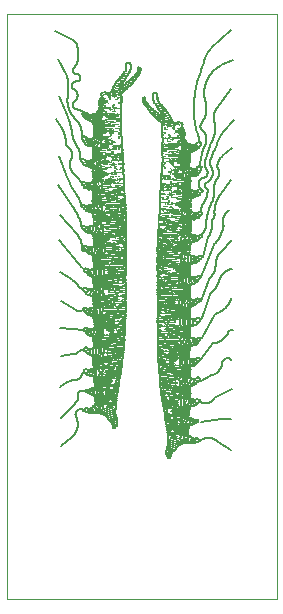
<source format=gbo>
G75*
%MOIN*%
%OFA0B0*%
%FSLAX25Y25*%
%IPPOS*%
%LPD*%
%AMOC8*
5,1,8,0,0,1.08239X$1,22.5*
%
%ADD10C,0.00000*%
%ADD11R,0.00260X0.00024*%
%ADD12R,0.00402X0.00024*%
%ADD13R,0.00496X0.00024*%
%ADD14R,0.00567X0.00024*%
%ADD15R,0.00614X0.00024*%
%ADD16R,0.00685X0.00024*%
%ADD17R,0.00756X0.00024*%
%ADD18R,0.00827X0.00024*%
%ADD19R,0.00898X0.00024*%
%ADD20R,0.00945X0.00024*%
%ADD21R,0.00992X0.00024*%
%ADD22R,0.01039X0.00024*%
%ADD23R,0.01087X0.00024*%
%ADD24R,0.01110X0.00024*%
%ADD25R,0.01157X0.00024*%
%ADD26R,0.01205X0.00024*%
%ADD27R,0.01252X0.00024*%
%ADD28R,0.01276X0.00024*%
%ADD29R,0.01299X0.00024*%
%ADD30R,0.01370X0.00024*%
%ADD31R,0.01394X0.00024*%
%ADD32R,0.01417X0.00024*%
%ADD33R,0.01441X0.00024*%
%ADD34R,0.01465X0.00024*%
%ADD35R,0.01488X0.00024*%
%ADD36R,0.01512X0.00024*%
%ADD37R,0.01535X0.00024*%
%ADD38R,0.01559X0.00024*%
%ADD39R,0.01606X0.00024*%
%ADD40R,0.01630X0.00024*%
%ADD41R,0.01677X0.00024*%
%ADD42R,0.01701X0.00024*%
%ADD43R,0.01724X0.00024*%
%ADD44R,0.00732X0.00024*%
%ADD45R,0.00638X0.00024*%
%ADD46R,0.00591X0.00024*%
%ADD47R,0.00520X0.00024*%
%ADD48R,0.00472X0.00024*%
%ADD49R,0.00449X0.00024*%
%ADD50R,0.00661X0.00024*%
%ADD51R,0.00709X0.00024*%
%ADD52R,0.00803X0.00024*%
%ADD53R,0.00543X0.00024*%
%ADD54R,0.01961X0.00024*%
%ADD55R,0.01984X0.00024*%
%ADD56R,0.02008X0.00024*%
%ADD57R,0.02031X0.00024*%
%ADD58R,0.00213X0.00024*%
%ADD59R,0.00425X0.00024*%
%ADD60R,0.00850X0.00024*%
%ADD61R,0.00969X0.00024*%
%ADD62R,0.01134X0.00024*%
%ADD63R,0.01228X0.00024*%
%ADD64R,0.01323X0.00024*%
%ADD65R,0.02339X0.00024*%
%ADD66R,0.02362X0.00024*%
%ADD67R,0.02386X0.00024*%
%ADD68R,0.01346X0.00024*%
%ADD69R,0.00780X0.00024*%
%ADD70R,0.01016X0.00024*%
%ADD71R,0.00354X0.00024*%
%ADD72R,0.00331X0.00024*%
%ADD73R,0.01748X0.00024*%
%ADD74R,0.01866X0.00024*%
%ADD75R,0.00378X0.00024*%
%ADD76R,0.02102X0.00024*%
%ADD77R,0.02150X0.00024*%
%ADD78R,0.00921X0.00024*%
%ADD79R,0.01654X0.00024*%
%ADD80R,0.02197X0.00024*%
%ADD81R,0.02126X0.00024*%
%ADD82R,0.02079X0.00024*%
%ADD83R,0.01890X0.00024*%
%ADD84R,0.01843X0.00024*%
%ADD85R,0.01795X0.00024*%
%ADD86R,0.01583X0.00024*%
%ADD87R,0.00071X0.00024*%
%ADD88R,0.01181X0.00024*%
%ADD89R,0.00874X0.00024*%
%ADD90R,0.01063X0.00024*%
%ADD91R,0.02244X0.00024*%
%ADD92R,0.02291X0.00024*%
%ADD93R,0.02528X0.00024*%
%ADD94R,0.02693X0.00024*%
%ADD95R,0.02811X0.00024*%
%ADD96R,0.02882X0.00024*%
%ADD97R,0.02976X0.00024*%
%ADD98R,0.02315X0.00024*%
%ADD99R,0.00283X0.00024*%
%ADD100R,0.02409X0.00024*%
%ADD101R,0.00165X0.00024*%
%ADD102R,0.03000X0.00024*%
%ADD103R,0.03472X0.00024*%
%ADD104R,0.03543X0.00024*%
%ADD105R,0.03614X0.00024*%
%ADD106R,0.03685X0.00024*%
%ADD107R,0.05929X0.00024*%
%ADD108R,0.06000X0.00024*%
%ADD109R,0.06071X0.00024*%
%ADD110R,0.06142X0.00024*%
%ADD111R,0.06213X0.00024*%
%ADD112R,0.06283X0.00024*%
%ADD113R,0.06496X0.00024*%
%ADD114R,0.06661X0.00024*%
%ADD115R,0.06874X0.00024*%
%ADD116R,0.06969X0.00024*%
%ADD117R,0.01819X0.00024*%
%ADD118R,0.07039X0.00024*%
%ADD119R,0.01772X0.00024*%
%ADD120R,0.07134X0.00024*%
%ADD121R,0.05339X0.00024*%
%ADD122R,0.04606X0.00024*%
%ADD123R,0.04512X0.00024*%
%ADD124R,0.04465X0.00024*%
%ADD125R,0.03638X0.00024*%
%ADD126R,0.01937X0.00024*%
%ADD127R,0.03047X0.00024*%
%ADD128R,0.02953X0.00024*%
%ADD129R,0.02906X0.00024*%
%ADD130R,0.02055X0.00024*%
%ADD131R,0.02858X0.00024*%
%ADD132R,0.00307X0.00024*%
%ADD133R,0.02764X0.00024*%
%ADD134R,0.02740X0.00024*%
%ADD135R,0.02717X0.00024*%
%ADD136R,0.02787X0.00024*%
%ADD137R,0.02835X0.00024*%
%ADD138R,0.02220X0.00024*%
%ADD139R,0.02173X0.00024*%
%ADD140R,0.02646X0.00024*%
%ADD141R,0.02622X0.00024*%
%ADD142R,0.02598X0.00024*%
%ADD143R,0.02551X0.00024*%
%ADD144R,0.02480X0.00024*%
%ADD145R,0.00142X0.00024*%
%ADD146R,0.00047X0.00024*%
%ADD147R,0.01913X0.00024*%
%ADD148R,0.02268X0.00024*%
%ADD149R,0.02575X0.00024*%
%ADD150R,0.03142X0.00024*%
%ADD151R,0.03118X0.00024*%
%ADD152R,0.02457X0.00024*%
%ADD153R,0.03071X0.00024*%
%ADD154R,0.03094X0.00024*%
%ADD155R,0.00189X0.00024*%
%ADD156R,0.03378X0.00024*%
%ADD157R,0.03732X0.00024*%
%ADD158R,0.03780X0.00024*%
%ADD159R,0.03898X0.00024*%
%ADD160R,0.04724X0.00024*%
%ADD161R,0.04866X0.00024*%
%ADD162R,0.05268X0.00024*%
%ADD163R,0.02929X0.00024*%
%ADD164R,0.03425X0.00024*%
%ADD165R,0.03520X0.00024*%
%ADD166R,0.04228X0.00024*%
%ADD167R,0.04252X0.00024*%
%ADD168R,0.04299X0.00024*%
%ADD169R,0.04370X0.00024*%
%ADD170R,0.04441X0.00024*%
%ADD171R,0.03331X0.00024*%
%ADD172R,0.05953X0.00024*%
%ADD173R,0.07370X0.00024*%
%ADD174R,0.07346X0.00024*%
%ADD175R,0.04913X0.00024*%
%ADD176R,0.04843X0.00024*%
%ADD177R,0.04890X0.00024*%
%ADD178R,0.03567X0.00024*%
%ADD179R,0.03709X0.00024*%
%ADD180R,0.03803X0.00024*%
%ADD181R,0.03850X0.00024*%
%ADD182R,0.03921X0.00024*%
%ADD183R,0.04417X0.00024*%
%ADD184R,0.05008X0.00024*%
%ADD185R,0.05150X0.00024*%
%ADD186R,0.05197X0.00024*%
%ADD187R,0.05220X0.00024*%
%ADD188R,0.05244X0.00024*%
%ADD189R,0.05291X0.00024*%
%ADD190R,0.05315X0.00024*%
%ADD191R,0.05362X0.00024*%
%ADD192R,0.05457X0.00024*%
%ADD193R,0.07535X0.00024*%
%ADD194R,0.07583X0.00024*%
%ADD195R,0.07606X0.00024*%
%ADD196R,0.07630X0.00024*%
%ADD197R,0.03827X0.00024*%
%ADD198R,0.00118X0.00024*%
%ADD199R,0.03307X0.00024*%
%ADD200R,0.00094X0.00024*%
%ADD201R,0.03945X0.00024*%
%ADD202R,0.03969X0.00024*%
%ADD203R,0.04016X0.00024*%
%ADD204R,0.04063X0.00024*%
%ADD205R,0.04157X0.00024*%
%ADD206R,0.04323X0.00024*%
%ADD207R,0.05717X0.00024*%
%ADD208R,0.05764X0.00024*%
%ADD209R,0.05858X0.00024*%
%ADD210R,0.03189X0.00024*%
%ADD211R,0.04276X0.00024*%
%ADD212R,0.04205X0.00024*%
%ADD213R,0.04110X0.00024*%
%ADD214R,0.03165X0.00024*%
%ADD215R,0.03236X0.00024*%
%ADD216R,0.04087X0.00024*%
%ADD217R,0.04346X0.00024*%
%ADD218R,0.04488X0.00024*%
%ADD219R,0.04984X0.00024*%
%ADD220R,0.05173X0.00024*%
%ADD221R,0.03874X0.00024*%
%ADD222R,0.04181X0.00024*%
%ADD223R,0.03591X0.00024*%
%ADD224R,0.03661X0.00024*%
%ADD225R,0.02504X0.00024*%
%ADD226R,0.03024X0.00024*%
%ADD227R,0.04039X0.00024*%
%ADD228R,0.03449X0.00024*%
%ADD229R,0.03496X0.00024*%
%ADD230R,0.03756X0.00024*%
%ADD231R,0.02433X0.00024*%
%ADD232R,0.03402X0.00024*%
%ADD233R,0.03354X0.00024*%
%ADD234R,0.03283X0.00024*%
%ADD235R,0.03260X0.00024*%
%ADD236R,0.03992X0.00024*%
%ADD237R,0.04701X0.00024*%
%ADD238R,0.08244X0.00024*%
%ADD239R,0.08268X0.00024*%
%ADD240R,0.05622X0.00024*%
%ADD241R,0.05528X0.00024*%
%ADD242R,0.05504X0.00024*%
%ADD243R,0.04937X0.00024*%
%ADD244R,0.05079X0.00024*%
%ADD245R,0.00024X0.00024*%
%ADD246R,0.03213X0.00024*%
%ADD247R,0.04961X0.00024*%
%ADD248R,0.05031X0.00024*%
%ADD249R,0.05102X0.00024*%
%ADD250R,0.05551X0.00024*%
%ADD251R,0.05835X0.00024*%
%ADD252R,0.06165X0.00024*%
%ADD253R,0.06307X0.00024*%
%ADD254R,0.06378X0.00024*%
%ADD255R,0.06402X0.00024*%
%ADD256R,0.06425X0.00024*%
%ADD257R,0.00236X0.00024*%
%ADD258R,0.06354X0.00024*%
%ADD259R,0.06331X0.00024*%
%ADD260R,0.04535X0.00024*%
%ADD261R,0.04630X0.00024*%
%ADD262R,0.05126X0.00024*%
%ADD263R,0.05480X0.00024*%
%ADD264R,0.06260X0.00024*%
%ADD265R,0.06567X0.00024*%
%ADD266R,0.07087X0.00024*%
%ADD267R,0.07252X0.00024*%
%ADD268R,0.08173X0.00024*%
%ADD269R,0.09047X0.00024*%
%ADD270R,0.09071X0.00024*%
%ADD271R,0.06591X0.00024*%
%ADD272R,0.05646X0.00024*%
%ADD273R,0.05598X0.00024*%
%ADD274R,0.02669X0.00024*%
%ADD275R,0.07157X0.00024*%
%ADD276R,0.07181X0.00024*%
%ADD277R,0.04819X0.00024*%
%ADD278R,0.04677X0.00024*%
%ADD279R,0.04795X0.00024*%
%ADD280R,0.04134X0.00024*%
%ADD281R,0.05811X0.00024*%
%ADD282R,0.06118X0.00024*%
%ADD283R,0.06189X0.00024*%
%ADD284R,0.04559X0.00024*%
%ADD285R,0.06638X0.00024*%
%ADD286R,0.06614X0.00024*%
%ADD287R,0.04583X0.00024*%
%ADD288R,0.06992X0.00024*%
%ADD289R,0.05669X0.00024*%
%ADD290R,0.05575X0.00024*%
%ADD291R,0.06945X0.00024*%
%ADD292R,0.07016X0.00024*%
%ADD293R,0.07961X0.00024*%
%ADD294R,0.08055X0.00024*%
%ADD295R,0.08220X0.00024*%
%ADD296R,0.09402X0.00024*%
%ADD297R,0.04394X0.00024*%
%ADD298R,0.07843X0.00024*%
%ADD299R,0.04654X0.00024*%
%ADD300R,0.05433X0.00024*%
%ADD301R,0.05693X0.00024*%
%ADD302R,0.05740X0.00024*%
%ADD303R,0.05055X0.00024*%
%ADD304R,0.06449X0.00024*%
%ADD305R,0.06756X0.00024*%
%ADD306R,0.06803X0.00024*%
%ADD307R,0.06827X0.00024*%
%ADD308R,0.07417X0.00024*%
%ADD309R,0.08102X0.00024*%
%ADD310R,0.08150X0.00024*%
%ADD311R,0.08929X0.00024*%
%ADD312R,0.09685X0.00024*%
%ADD313R,0.09756X0.00024*%
%ADD314R,0.09780X0.00024*%
%ADD315R,0.09850X0.00024*%
%ADD316R,0.09874X0.00024*%
%ADD317R,0.09898X0.00024*%
%ADD318R,0.05906X0.00024*%
%ADD319R,0.05976X0.00024*%
%ADD320R,0.08717X0.00024*%
%ADD321R,0.08693X0.00024*%
%ADD322R,0.07772X0.00024*%
%ADD323R,0.07677X0.00024*%
%ADD324R,0.06024X0.00024*%
%ADD325R,0.06094X0.00024*%
%ADD326R,0.06898X0.00024*%
%ADD327R,0.07063X0.00024*%
%ADD328R,0.07110X0.00024*%
%ADD329R,0.04748X0.00024*%
%ADD330R,0.05409X0.00024*%
%ADD331R,0.06850X0.00024*%
%ADD332R,0.07276X0.00024*%
%ADD333R,0.07323X0.00024*%
%ADD334R,0.08976X0.00024*%
%ADD335R,0.09000X0.00024*%
%ADD336R,0.05787X0.00024*%
%ADD337R,0.09732X0.00024*%
%ADD338R,0.09803X0.00024*%
%ADD339R,0.06709X0.00024*%
%ADD340R,0.08031X0.00024*%
%ADD341R,0.08126X0.00024*%
%ADD342R,0.04772X0.00024*%
%ADD343R,0.07937X0.00024*%
%ADD344R,0.08315X0.00024*%
%ADD345R,0.06472X0.00024*%
%ADD346R,0.06520X0.00024*%
%ADD347R,0.08409X0.00024*%
%ADD348R,0.05882X0.00024*%
%ADD349R,0.06236X0.00024*%
%ADD350R,0.09283X0.00024*%
%ADD351R,0.09496X0.00024*%
%ADD352R,0.09945X0.00024*%
%ADD353R,0.10063X0.00024*%
%ADD354R,0.08339X0.00024*%
%ADD355R,0.09449X0.00024*%
%ADD356R,0.10134X0.00024*%
%ADD357R,0.10157X0.00024*%
%ADD358R,0.10181X0.00024*%
%ADD359R,0.08528X0.00024*%
%ADD360R,0.08598X0.00024*%
%ADD361R,0.06543X0.00024*%
%ADD362R,0.06732X0.00024*%
%ADD363R,0.07559X0.00024*%
%ADD364R,0.07819X0.00024*%
%ADD365R,0.07795X0.00024*%
%ADD366R,0.07748X0.00024*%
%ADD367R,0.08858X0.00024*%
%ADD368R,0.06921X0.00024*%
%ADD369R,0.09520X0.00024*%
%ADD370R,0.10984X0.00024*%
%ADD371R,0.11008X0.00024*%
%ADD372R,0.07724X0.00024*%
%ADD373R,0.09260X0.00024*%
%ADD374R,0.05386X0.00024*%
%ADD375R,0.08622X0.00024*%
%ADD376R,0.08787X0.00024*%
%ADD377R,0.07701X0.00024*%
%ADD378R,0.07866X0.00024*%
%ADD379R,0.07913X0.00024*%
%ADD380R,0.06047X0.00024*%
%ADD381R,0.07465X0.00024*%
%ADD382R,0.07441X0.00024*%
%ADD383R,0.07488X0.00024*%
%ADD384R,0.06780X0.00024*%
%ADD385R,0.10016X0.00024*%
%ADD386R,0.10299X0.00024*%
%ADD387R,0.10441X0.00024*%
%ADD388C,0.00800*%
D10*
X0001400Y0028010D02*
X0001400Y0223010D01*
X0091400Y0223010D01*
X0091400Y0028010D01*
X0001400Y0028010D01*
D11*
X0031607Y0103067D03*
X0031607Y0103090D03*
X0031631Y0103161D03*
X0031631Y0103185D03*
X0031394Y0104271D03*
X0031394Y0104295D03*
X0031394Y0104319D03*
X0032174Y0104413D03*
X0032174Y0104437D03*
X0032174Y0104460D03*
X0033213Y0099027D03*
X0034418Y0095460D03*
X0034442Y0095437D03*
X0034442Y0095413D03*
X0037087Y0097846D03*
X0038009Y0100917D03*
X0036828Y0103208D03*
X0036709Y0106610D03*
X0035363Y0107696D03*
X0035339Y0107862D03*
X0035056Y0105759D03*
X0035080Y0103988D03*
X0034772Y0103019D03*
X0035009Y0110531D03*
X0034891Y0112303D03*
X0036497Y0110437D03*
X0038930Y0107956D03*
X0038009Y0115350D03*
X0035434Y0117145D03*
X0035056Y0118752D03*
X0037985Y0121444D03*
X0037867Y0121870D03*
X0039780Y0120996D03*
X0039804Y0120759D03*
X0039733Y0123287D03*
X0040324Y0128413D03*
X0038103Y0129193D03*
X0036213Y0129996D03*
X0035859Y0132027D03*
X0035150Y0132287D03*
X0035245Y0132878D03*
X0035505Y0133444D03*
X0035056Y0134956D03*
X0036024Y0136941D03*
X0034725Y0140130D03*
X0035977Y0140956D03*
X0035576Y0141948D03*
X0035599Y0145586D03*
X0036402Y0145681D03*
X0036402Y0145704D03*
X0036402Y0145728D03*
X0037182Y0146673D03*
X0035812Y0146933D03*
X0037276Y0148704D03*
X0037324Y0149980D03*
X0034536Y0152933D03*
X0031867Y0152271D03*
X0034182Y0157161D03*
X0034678Y0157822D03*
X0035150Y0157822D03*
X0035977Y0156452D03*
X0035954Y0155602D03*
X0037678Y0156547D03*
X0039804Y0157728D03*
X0039568Y0154114D03*
X0038080Y0161815D03*
X0038481Y0165004D03*
X0037536Y0166492D03*
X0036544Y0166799D03*
X0036355Y0166374D03*
X0036709Y0169586D03*
X0038670Y0168783D03*
X0036804Y0174240D03*
X0036709Y0176696D03*
X0036780Y0179673D03*
X0035670Y0179744D03*
X0034631Y0179106D03*
X0035387Y0175468D03*
X0034300Y0174429D03*
X0033780Y0170626D03*
X0032032Y0166799D03*
X0032032Y0166775D03*
X0032032Y0166752D03*
X0032316Y0165925D03*
X0034489Y0162665D03*
X0032599Y0161130D03*
X0028914Y0164248D03*
X0030520Y0173271D03*
X0030544Y0173437D03*
X0031347Y0173602D03*
X0031347Y0173626D03*
X0031347Y0173649D03*
X0031324Y0173696D03*
X0032174Y0180358D03*
X0032150Y0180570D03*
X0032150Y0180594D03*
X0031442Y0180783D03*
X0031442Y0180807D03*
X0031442Y0180830D03*
X0031465Y0180972D03*
X0031465Y0180996D03*
X0030662Y0180948D03*
X0030662Y0181067D03*
X0030662Y0181090D03*
X0030662Y0181114D03*
X0030662Y0181137D03*
X0030662Y0181161D03*
X0033639Y0181161D03*
X0033922Y0190917D03*
X0035646Y0191602D03*
X0036024Y0190964D03*
X0036828Y0190515D03*
X0037182Y0192476D03*
X0035552Y0195287D03*
X0033780Y0195948D03*
X0038174Y0197130D03*
X0038812Y0199586D03*
X0038741Y0200413D03*
X0040961Y0199043D03*
X0040985Y0199019D03*
X0051815Y0189019D03*
X0051839Y0189043D03*
X0053988Y0189586D03*
X0054059Y0190413D03*
X0054626Y0187130D03*
X0055618Y0182476D03*
X0056776Y0180964D03*
X0057154Y0181602D03*
X0058878Y0180917D03*
X0057248Y0185287D03*
X0059020Y0185948D03*
X0055972Y0180515D03*
X0059161Y0171161D03*
X0060650Y0170594D03*
X0060650Y0170570D03*
X0060626Y0170358D03*
X0061358Y0170783D03*
X0061358Y0170807D03*
X0061358Y0170830D03*
X0061335Y0170972D03*
X0061335Y0170996D03*
X0062138Y0170948D03*
X0062138Y0171067D03*
X0062138Y0171090D03*
X0062138Y0171114D03*
X0062138Y0171137D03*
X0062138Y0171161D03*
X0065587Y0172389D03*
X0062256Y0163437D03*
X0062280Y0163271D03*
X0061453Y0163602D03*
X0061453Y0163626D03*
X0061453Y0163649D03*
X0061476Y0163696D03*
X0059020Y0160626D03*
X0058500Y0164429D03*
X0057413Y0165468D03*
X0056091Y0166696D03*
X0055996Y0164240D03*
X0056091Y0159586D03*
X0054130Y0158783D03*
X0054319Y0155004D03*
X0055264Y0156492D03*
X0056256Y0156799D03*
X0056445Y0156374D03*
X0058311Y0152665D03*
X0060201Y0151130D03*
X0058122Y0147822D03*
X0057650Y0147822D03*
X0058618Y0147161D03*
X0056823Y0146452D03*
X0056846Y0145602D03*
X0055122Y0146547D03*
X0052996Y0147728D03*
X0053232Y0144114D03*
X0055476Y0139980D03*
X0055524Y0138704D03*
X0055618Y0136673D03*
X0056398Y0135728D03*
X0056398Y0135704D03*
X0056398Y0135681D03*
X0057201Y0135586D03*
X0056988Y0136933D03*
X0058264Y0142933D03*
X0060933Y0142271D03*
X0062398Y0133200D03*
X0062421Y0133153D03*
X0062445Y0133106D03*
X0058075Y0130130D03*
X0057224Y0131948D03*
X0056823Y0130956D03*
X0056776Y0126941D03*
X0057744Y0124956D03*
X0057295Y0123444D03*
X0057555Y0122878D03*
X0057650Y0122287D03*
X0056941Y0122027D03*
X0056587Y0119996D03*
X0057673Y0116216D03*
X0058122Y0115507D03*
X0058122Y0115484D03*
X0058122Y0115460D03*
X0057744Y0108752D03*
X0057366Y0107145D03*
X0054791Y0105350D03*
X0056303Y0100437D03*
X0057791Y0100531D03*
X0057909Y0102303D03*
X0057461Y0097862D03*
X0057437Y0097696D03*
X0057744Y0095759D03*
X0057720Y0093988D03*
X0058028Y0093019D03*
X0059587Y0089027D03*
X0058382Y0085460D03*
X0058358Y0085437D03*
X0058358Y0085413D03*
X0055713Y0087846D03*
X0054791Y0090917D03*
X0055972Y0093208D03*
X0056091Y0096610D03*
X0053870Y0097956D03*
X0052996Y0110759D03*
X0053020Y0110996D03*
X0053067Y0113287D03*
X0054933Y0111870D03*
X0054815Y0111444D03*
X0052476Y0118413D03*
X0054697Y0119193D03*
X0052665Y0125051D03*
X0052902Y0134618D03*
X0054720Y0151815D03*
X0060484Y0155925D03*
X0060768Y0156752D03*
X0060768Y0156775D03*
X0060768Y0156799D03*
X0063886Y0154248D03*
X0058169Y0169106D03*
X0057130Y0169744D03*
X0056020Y0169673D03*
X0039898Y0144618D03*
X0040135Y0135051D03*
X0035127Y0126216D03*
X0034678Y0125507D03*
X0034678Y0125484D03*
X0034678Y0125460D03*
X0030355Y0143106D03*
X0030379Y0143153D03*
X0030402Y0143200D03*
X0027213Y0182389D03*
X0060626Y0094460D03*
X0060626Y0094437D03*
X0060626Y0094413D03*
X0061406Y0094319D03*
X0061406Y0094295D03*
X0061406Y0094271D03*
X0061169Y0093185D03*
X0061169Y0093161D03*
X0061193Y0093090D03*
X0061193Y0093067D03*
X0055878Y0082602D03*
X0057154Y0078421D03*
X0055524Y0074689D03*
X0037276Y0084689D03*
X0035646Y0088421D03*
X0036922Y0092602D03*
D12*
X0037772Y0092720D03*
X0037772Y0092744D03*
X0037702Y0092200D03*
X0037702Y0092177D03*
X0037702Y0092153D03*
X0037725Y0092035D03*
X0037725Y0092011D03*
X0037725Y0091988D03*
X0037725Y0091964D03*
X0037702Y0091870D03*
X0037678Y0091799D03*
X0037678Y0091775D03*
X0035741Y0088492D03*
X0036095Y0087925D03*
X0036072Y0087901D03*
X0036024Y0087878D03*
X0035316Y0089035D03*
X0035339Y0089059D03*
X0035269Y0089011D03*
X0035198Y0088988D03*
X0034371Y0090712D03*
X0034394Y0090736D03*
X0033426Y0091752D03*
X0033402Y0091799D03*
X0033473Y0096027D03*
X0033473Y0096051D03*
X0033497Y0096098D03*
X0033497Y0096122D03*
X0033544Y0097114D03*
X0033568Y0097161D03*
X0033591Y0097208D03*
X0033615Y0097256D03*
X0033639Y0097303D03*
X0033662Y0097374D03*
X0033662Y0097397D03*
X0033662Y0097421D03*
X0033662Y0097444D03*
X0033662Y0097468D03*
X0033662Y0097492D03*
X0033662Y0097515D03*
X0033662Y0097539D03*
X0033662Y0097563D03*
X0033662Y0097586D03*
X0033662Y0097610D03*
X0033639Y0097728D03*
X0033639Y0097752D03*
X0032883Y0097870D03*
X0032835Y0097444D03*
X0032245Y0097444D03*
X0032245Y0097421D03*
X0032221Y0097468D03*
X0032221Y0097492D03*
X0032198Y0097515D03*
X0032174Y0097563D03*
X0032150Y0097633D03*
X0032127Y0097704D03*
X0032127Y0097728D03*
X0032032Y0097893D03*
X0031347Y0097822D03*
X0031347Y0097799D03*
X0031347Y0097775D03*
X0031442Y0097326D03*
X0031442Y0097303D03*
X0031442Y0097279D03*
X0031465Y0097208D03*
X0031465Y0097185D03*
X0031489Y0097137D03*
X0031489Y0097114D03*
X0031513Y0097043D03*
X0031513Y0097019D03*
X0031536Y0096736D03*
X0031536Y0096712D03*
X0031536Y0096689D03*
X0031536Y0096570D03*
X0031536Y0096547D03*
X0031536Y0096523D03*
X0031513Y0096452D03*
X0032009Y0102287D03*
X0032032Y0102311D03*
X0032127Y0102523D03*
X0032150Y0102570D03*
X0032292Y0102830D03*
X0032316Y0102878D03*
X0032434Y0103114D03*
X0032434Y0103137D03*
X0032457Y0103185D03*
X0032457Y0103208D03*
X0032457Y0103232D03*
X0032292Y0103799D03*
X0032292Y0103822D03*
X0032292Y0103846D03*
X0032150Y0104578D03*
X0031465Y0104602D03*
X0030662Y0104271D03*
X0030662Y0104248D03*
X0030686Y0104130D03*
X0030686Y0104106D03*
X0030686Y0104082D03*
X0030686Y0104059D03*
X0030686Y0103941D03*
X0030686Y0103917D03*
X0030662Y0103870D03*
X0030048Y0103941D03*
X0030048Y0103964D03*
X0030024Y0103988D03*
X0030024Y0104011D03*
X0030024Y0104035D03*
X0030143Y0103350D03*
X0030875Y0103019D03*
X0030875Y0102996D03*
X0030875Y0102972D03*
X0030875Y0102948D03*
X0030851Y0102736D03*
X0029765Y0102523D03*
X0028961Y0102783D03*
X0028394Y0103492D03*
X0028418Y0103515D03*
X0029339Y0103657D03*
X0029339Y0103681D03*
X0030048Y0109586D03*
X0030072Y0109610D03*
X0030284Y0110389D03*
X0030284Y0110413D03*
X0030284Y0110437D03*
X0030261Y0110484D03*
X0030261Y0110507D03*
X0030237Y0110555D03*
X0030237Y0110578D03*
X0030237Y0110602D03*
X0030237Y0110626D03*
X0030213Y0110744D03*
X0030166Y0110885D03*
X0030166Y0110909D03*
X0030143Y0110933D03*
X0030143Y0110956D03*
X0030119Y0110980D03*
X0031206Y0111193D03*
X0032009Y0111240D03*
X0032032Y0111004D03*
X0032056Y0110980D03*
X0032150Y0110626D03*
X0032150Y0110602D03*
X0032174Y0110389D03*
X0032080Y0109893D03*
X0032056Y0109822D03*
X0032906Y0109704D03*
X0032930Y0109728D03*
X0032930Y0109917D03*
X0032930Y0109941D03*
X0032930Y0110437D03*
X0032906Y0110484D03*
X0032906Y0110507D03*
X0032883Y0110531D03*
X0032883Y0110555D03*
X0032859Y0110578D03*
X0032859Y0110602D03*
X0032835Y0110673D03*
X0032835Y0110696D03*
X0032812Y0110720D03*
X0032741Y0110862D03*
X0032717Y0110909D03*
X0032694Y0111027D03*
X0032694Y0111051D03*
X0032694Y0111074D03*
X0032694Y0111098D03*
X0032694Y0111122D03*
X0032694Y0111145D03*
X0032694Y0111169D03*
X0032694Y0111240D03*
X0033497Y0109633D03*
X0033520Y0109374D03*
X0033520Y0109350D03*
X0033520Y0109326D03*
X0032505Y0108996D03*
X0031087Y0109870D03*
X0031111Y0109941D03*
X0031111Y0109964D03*
X0031111Y0109988D03*
X0031111Y0110011D03*
X0029245Y0110248D03*
X0029174Y0109870D03*
X0030024Y0116059D03*
X0030048Y0116082D03*
X0030166Y0116200D03*
X0030190Y0116224D03*
X0030284Y0116413D03*
X0030284Y0116437D03*
X0030308Y0116484D03*
X0030331Y0116531D03*
X0030331Y0116555D03*
X0030355Y0116602D03*
X0030379Y0116815D03*
X0030379Y0116838D03*
X0030379Y0116862D03*
X0030379Y0117145D03*
X0030379Y0117169D03*
X0030355Y0117240D03*
X0030355Y0117263D03*
X0030308Y0117429D03*
X0030308Y0117452D03*
X0031371Y0117287D03*
X0031324Y0116626D03*
X0031324Y0116602D03*
X0031324Y0116578D03*
X0031300Y0116531D03*
X0031300Y0116507D03*
X0031300Y0116484D03*
X0031276Y0116460D03*
X0031276Y0116437D03*
X0031253Y0116366D03*
X0031229Y0116342D03*
X0031135Y0116106D03*
X0031111Y0116082D03*
X0031111Y0116059D03*
X0031087Y0116035D03*
X0031087Y0116011D03*
X0031064Y0115964D03*
X0031064Y0115941D03*
X0031040Y0115917D03*
X0031040Y0115893D03*
X0031843Y0115870D03*
X0031843Y0115846D03*
X0031843Y0115822D03*
X0031867Y0115917D03*
X0032080Y0116413D03*
X0032103Y0116484D03*
X0032103Y0116933D03*
X0032103Y0116956D03*
X0032080Y0117004D03*
X0032080Y0117027D03*
X0032080Y0117051D03*
X0032080Y0117169D03*
X0032080Y0117193D03*
X0032080Y0117216D03*
X0032080Y0117240D03*
X0032080Y0117263D03*
X0032080Y0117287D03*
X0032056Y0117334D03*
X0032835Y0117311D03*
X0032835Y0117287D03*
X0032835Y0117263D03*
X0032859Y0117027D03*
X0032859Y0117004D03*
X0032883Y0116909D03*
X0032883Y0116885D03*
X0032883Y0116862D03*
X0032812Y0117570D03*
X0033639Y0117523D03*
X0033639Y0117500D03*
X0033639Y0117476D03*
X0033639Y0117452D03*
X0033639Y0117429D03*
X0033639Y0117405D03*
X0033639Y0117381D03*
X0033639Y0117358D03*
X0033639Y0117334D03*
X0033639Y0117311D03*
X0033639Y0117287D03*
X0033639Y0117263D03*
X0033639Y0117240D03*
X0033639Y0117216D03*
X0033639Y0117193D03*
X0033639Y0117169D03*
X0033639Y0117145D03*
X0032741Y0116059D03*
X0032670Y0115893D03*
X0033898Y0110980D03*
X0033898Y0110956D03*
X0033780Y0110507D03*
X0033780Y0110484D03*
X0033757Y0110437D03*
X0035150Y0109752D03*
X0033355Y0104153D03*
X0033284Y0103870D03*
X0033261Y0103846D03*
X0033355Y0102996D03*
X0033355Y0102972D03*
X0033355Y0102948D03*
X0033355Y0102925D03*
X0033355Y0102901D03*
X0033355Y0102878D03*
X0033355Y0102854D03*
X0033190Y0102311D03*
X0034017Y0100941D03*
X0034985Y0097019D03*
X0037938Y0100681D03*
X0038032Y0100941D03*
X0040158Y0108618D03*
X0040158Y0108641D03*
X0040182Y0108878D03*
X0039095Y0110106D03*
X0039072Y0111004D03*
X0040347Y0111925D03*
X0040371Y0111948D03*
X0040891Y0117783D03*
X0040891Y0117807D03*
X0040891Y0117830D03*
X0040891Y0117854D03*
X0040891Y0117878D03*
X0040891Y0117901D03*
X0040891Y0117925D03*
X0040938Y0119342D03*
X0040938Y0119366D03*
X0040938Y0119389D03*
X0040938Y0119413D03*
X0040938Y0119437D03*
X0041032Y0124303D03*
X0041080Y0124515D03*
X0041080Y0124539D03*
X0041080Y0124563D03*
X0041056Y0124586D03*
X0039709Y0126216D03*
X0040985Y0126948D03*
X0040985Y0126972D03*
X0040985Y0128177D03*
X0040985Y0128200D03*
X0040985Y0128224D03*
X0041032Y0128626D03*
X0041032Y0128791D03*
X0040229Y0129193D03*
X0041174Y0130326D03*
X0041174Y0130350D03*
X0041174Y0130374D03*
X0038457Y0136279D03*
X0040087Y0138287D03*
X0037158Y0138901D03*
X0036591Y0135381D03*
X0034702Y0133137D03*
X0034253Y0133728D03*
X0032741Y0130539D03*
X0032717Y0130563D03*
X0032623Y0131011D03*
X0032623Y0131035D03*
X0032623Y0131059D03*
X0032623Y0131082D03*
X0032599Y0131106D03*
X0032599Y0131130D03*
X0032576Y0131153D03*
X0032056Y0130421D03*
X0032056Y0130397D03*
X0032009Y0130067D03*
X0032009Y0130043D03*
X0032009Y0130019D03*
X0031985Y0129830D03*
X0031985Y0129807D03*
X0032694Y0129854D03*
X0032694Y0129878D03*
X0032717Y0129901D03*
X0033639Y0129429D03*
X0033355Y0126122D03*
X0032481Y0124775D03*
X0032481Y0124752D03*
X0032481Y0124728D03*
X0032481Y0124704D03*
X0032457Y0124610D03*
X0032481Y0124350D03*
X0032481Y0124326D03*
X0032481Y0124303D03*
X0032481Y0124279D03*
X0032481Y0124256D03*
X0032481Y0124232D03*
X0032481Y0124208D03*
X0032481Y0124185D03*
X0032481Y0124161D03*
X0032505Y0124067D03*
X0032528Y0123972D03*
X0032528Y0123948D03*
X0032528Y0123547D03*
X0032528Y0123523D03*
X0032528Y0123500D03*
X0032528Y0123476D03*
X0032528Y0123452D03*
X0032528Y0123429D03*
X0032505Y0123405D03*
X0032505Y0123381D03*
X0032505Y0123358D03*
X0032481Y0123263D03*
X0032457Y0123216D03*
X0032339Y0122956D03*
X0032316Y0122933D03*
X0032316Y0122909D03*
X0032292Y0122885D03*
X0032269Y0122862D03*
X0032198Y0122791D03*
X0031560Y0122885D03*
X0031560Y0122909D03*
X0031560Y0123452D03*
X0031560Y0123476D03*
X0031583Y0123641D03*
X0031583Y0123665D03*
X0030898Y0123665D03*
X0030898Y0123641D03*
X0030898Y0123618D03*
X0030898Y0123594D03*
X0030898Y0123570D03*
X0030875Y0123500D03*
X0030804Y0123263D03*
X0030804Y0123240D03*
X0030733Y0122980D03*
X0030639Y0122791D03*
X0030615Y0122767D03*
X0030615Y0122744D03*
X0029977Y0123145D03*
X0029977Y0123169D03*
X0029977Y0123193D03*
X0030001Y0123240D03*
X0030024Y0123311D03*
X0030048Y0123358D03*
X0030048Y0123381D03*
X0030072Y0123405D03*
X0030072Y0123429D03*
X0030143Y0123570D03*
X0030166Y0123594D03*
X0030166Y0123618D03*
X0030166Y0123641D03*
X0030213Y0123736D03*
X0030213Y0123759D03*
X0030237Y0123807D03*
X0030237Y0123830D03*
X0030237Y0123854D03*
X0030237Y0123878D03*
X0030284Y0124043D03*
X0030284Y0124067D03*
X0030284Y0124090D03*
X0030284Y0124114D03*
X0030284Y0124137D03*
X0030284Y0124161D03*
X0030284Y0124185D03*
X0030284Y0124208D03*
X0030284Y0124232D03*
X0029954Y0123122D03*
X0029835Y0122862D03*
X0029812Y0122838D03*
X0028796Y0116862D03*
X0028772Y0116838D03*
X0028678Y0116720D03*
X0028654Y0116696D03*
X0029363Y0116437D03*
X0029363Y0116413D03*
X0029387Y0116460D03*
X0029387Y0116484D03*
X0029410Y0116531D03*
X0029410Y0116555D03*
X0029339Y0116366D03*
X0029316Y0116295D03*
X0033261Y0123051D03*
X0033261Y0123074D03*
X0033261Y0123098D03*
X0033284Y0123547D03*
X0033284Y0123570D03*
X0033284Y0123594D03*
X0033284Y0123618D03*
X0033308Y0123665D03*
X0033308Y0123689D03*
X0033331Y0123712D03*
X0033568Y0124397D03*
X0033568Y0124421D03*
X0033568Y0124444D03*
X0033568Y0124468D03*
X0030922Y0129287D03*
X0030946Y0129334D03*
X0030993Y0129570D03*
X0031064Y0129925D03*
X0031064Y0129948D03*
X0031064Y0129972D03*
X0031064Y0129996D03*
X0031064Y0130019D03*
X0031064Y0130043D03*
X0031064Y0130067D03*
X0031064Y0130090D03*
X0031064Y0130114D03*
X0031064Y0130137D03*
X0030993Y0130752D03*
X0030993Y0130775D03*
X0030993Y0130799D03*
X0030993Y0130822D03*
X0030993Y0130988D03*
X0030969Y0131035D03*
X0030969Y0131059D03*
X0030261Y0130822D03*
X0030261Y0130799D03*
X0030261Y0130775D03*
X0030284Y0130752D03*
X0030284Y0130728D03*
X0030237Y0130870D03*
X0030355Y0130090D03*
X0030331Y0129972D03*
X0030308Y0129901D03*
X0030261Y0129783D03*
X0030237Y0129712D03*
X0030237Y0129689D03*
X0030213Y0129594D03*
X0030213Y0129570D03*
X0030190Y0129523D03*
X0030190Y0129500D03*
X0030166Y0129452D03*
X0030143Y0129405D03*
X0030119Y0129358D03*
X0030119Y0129334D03*
X0029198Y0129547D03*
X0029174Y0129523D03*
X0029434Y0130704D03*
X0029410Y0130728D03*
X0029410Y0130752D03*
X0029387Y0130775D03*
X0030166Y0135759D03*
X0030450Y0136515D03*
X0030450Y0136539D03*
X0030450Y0136563D03*
X0030450Y0136586D03*
X0030426Y0136704D03*
X0030426Y0136728D03*
X0030426Y0136752D03*
X0030426Y0136775D03*
X0030426Y0136799D03*
X0030402Y0136870D03*
X0030402Y0136893D03*
X0030402Y0136917D03*
X0030379Y0136988D03*
X0030379Y0137011D03*
X0030379Y0137035D03*
X0030379Y0137059D03*
X0030284Y0137507D03*
X0031040Y0137484D03*
X0031064Y0137437D03*
X0031111Y0137200D03*
X0031111Y0137177D03*
X0031135Y0137082D03*
X0031135Y0137059D03*
X0031135Y0137035D03*
X0031135Y0137011D03*
X0031158Y0136964D03*
X0031158Y0136941D03*
X0031158Y0136917D03*
X0031182Y0136704D03*
X0031182Y0136681D03*
X0031182Y0136657D03*
X0031182Y0136633D03*
X0031182Y0136586D03*
X0031182Y0136563D03*
X0031158Y0136492D03*
X0031135Y0136421D03*
X0031135Y0136397D03*
X0031087Y0136067D03*
X0031017Y0135689D03*
X0031017Y0135665D03*
X0030993Y0135618D03*
X0030969Y0135570D03*
X0031843Y0135500D03*
X0031985Y0135830D03*
X0031985Y0135854D03*
X0032245Y0136610D03*
X0032245Y0136633D03*
X0032269Y0136657D03*
X0032269Y0136681D03*
X0032269Y0136704D03*
X0032269Y0136728D03*
X0032269Y0136752D03*
X0032245Y0136799D03*
X0032245Y0136822D03*
X0032221Y0136870D03*
X0032150Y0137106D03*
X0032812Y0137578D03*
X0033875Y0137200D03*
X0033922Y0137035D03*
X0033922Y0137011D03*
X0033922Y0136988D03*
X0033922Y0136964D03*
X0033946Y0136941D03*
X0033946Y0136917D03*
X0033946Y0136893D03*
X0033804Y0143106D03*
X0033804Y0143130D03*
X0033922Y0143413D03*
X0033946Y0143460D03*
X0033946Y0143484D03*
X0033969Y0143507D03*
X0033969Y0143531D03*
X0033993Y0143555D03*
X0033993Y0143578D03*
X0034017Y0143602D03*
X0033048Y0143531D03*
X0033048Y0143507D03*
X0033024Y0143460D03*
X0033024Y0143437D03*
X0032883Y0143082D03*
X0032859Y0143059D03*
X0032552Y0144263D03*
X0033213Y0144334D03*
X0033237Y0144429D03*
X0033213Y0144476D03*
X0033213Y0144500D03*
X0033213Y0144523D03*
X0033213Y0144547D03*
X0033213Y0144570D03*
X0033213Y0144594D03*
X0032387Y0145019D03*
X0031631Y0144925D03*
X0031631Y0144901D03*
X0031631Y0144878D03*
X0031631Y0144854D03*
X0031631Y0144830D03*
X0031631Y0144807D03*
X0031631Y0144783D03*
X0031631Y0144759D03*
X0031631Y0144736D03*
X0031654Y0144547D03*
X0031654Y0144523D03*
X0031654Y0144500D03*
X0031654Y0144476D03*
X0031654Y0144452D03*
X0031654Y0144381D03*
X0031654Y0144358D03*
X0031654Y0144334D03*
X0031678Y0144287D03*
X0031678Y0144263D03*
X0031702Y0144216D03*
X0031702Y0144193D03*
X0031702Y0144169D03*
X0031702Y0144027D03*
X0031702Y0144004D03*
X0031702Y0143980D03*
X0031654Y0143696D03*
X0031631Y0143649D03*
X0031631Y0143626D03*
X0031607Y0143578D03*
X0031607Y0143555D03*
X0031583Y0143531D03*
X0030757Y0144169D03*
X0030757Y0144193D03*
X0030757Y0144216D03*
X0030757Y0144240D03*
X0030757Y0145043D03*
X0029883Y0144925D03*
X0028985Y0144074D03*
X0028961Y0144004D03*
X0028961Y0143980D03*
X0028938Y0143956D03*
X0028914Y0143909D03*
X0028891Y0143885D03*
X0029505Y0143271D03*
X0030331Y0143011D03*
X0027828Y0143909D03*
X0027804Y0143956D03*
X0027804Y0143980D03*
X0027804Y0144004D03*
X0027780Y0138263D03*
X0028064Y0136610D03*
X0029410Y0136090D03*
X0029434Y0136114D03*
X0029434Y0136137D03*
X0029457Y0136161D03*
X0029457Y0136185D03*
X0029481Y0136256D03*
X0029505Y0136374D03*
X0029505Y0136397D03*
X0029505Y0136421D03*
X0029505Y0136444D03*
X0035387Y0144665D03*
X0037182Y0144759D03*
X0040111Y0146153D03*
X0040135Y0146130D03*
X0040135Y0146106D03*
X0041103Y0146437D03*
X0041127Y0152248D03*
X0041127Y0152271D03*
X0041127Y0152295D03*
X0041127Y0152319D03*
X0041103Y0152366D03*
X0041127Y0154019D03*
X0041127Y0154043D03*
X0041150Y0154090D03*
X0041150Y0154114D03*
X0041150Y0154350D03*
X0041150Y0154374D03*
X0041127Y0154444D03*
X0041056Y0155744D03*
X0041056Y0155767D03*
X0041056Y0155791D03*
X0041056Y0155815D03*
X0039875Y0155696D03*
X0039166Y0155200D03*
X0038056Y0150948D03*
X0038127Y0150878D03*
X0034347Y0157633D03*
X0033213Y0157704D03*
X0033190Y0157610D03*
X0033166Y0157563D03*
X0033166Y0157539D03*
X0033143Y0157492D03*
X0033119Y0157444D03*
X0033095Y0157421D03*
X0033072Y0157374D03*
X0031560Y0158555D03*
X0031489Y0158673D03*
X0031465Y0158720D03*
X0031465Y0158744D03*
X0031418Y0158980D03*
X0030119Y0156216D03*
X0030119Y0156193D03*
X0030450Y0153618D03*
X0031017Y0152106D03*
X0031017Y0152082D03*
X0031040Y0152059D03*
X0031040Y0152035D03*
X0031111Y0151657D03*
X0031111Y0151633D03*
X0031111Y0151610D03*
X0031111Y0151586D03*
X0031111Y0151563D03*
X0031135Y0151515D03*
X0031135Y0151492D03*
X0031158Y0151444D03*
X0031158Y0151421D03*
X0031158Y0151397D03*
X0031158Y0151374D03*
X0031158Y0151350D03*
X0031135Y0151326D03*
X0031135Y0151303D03*
X0031111Y0151279D03*
X0031111Y0151256D03*
X0031087Y0150854D03*
X0031064Y0150783D03*
X0031064Y0150759D03*
X0031064Y0150736D03*
X0031064Y0150712D03*
X0031040Y0150689D03*
X0031040Y0150665D03*
X0030993Y0150594D03*
X0030969Y0150547D03*
X0030946Y0150523D03*
X0030946Y0150500D03*
X0030922Y0150452D03*
X0030662Y0150098D03*
X0029930Y0150618D03*
X0030072Y0151043D03*
X0030072Y0151067D03*
X0030095Y0151090D03*
X0030095Y0151114D03*
X0030095Y0151137D03*
X0030095Y0151161D03*
X0030095Y0151185D03*
X0030119Y0151515D03*
X0029080Y0150689D03*
X0029056Y0150665D03*
X0029032Y0150618D03*
X0029009Y0150594D03*
X0028985Y0150570D03*
X0031654Y0149980D03*
X0031678Y0150004D03*
X0031702Y0150027D03*
X0031725Y0150051D03*
X0031725Y0150074D03*
X0031749Y0150122D03*
X0032009Y0151374D03*
X0032009Y0151397D03*
X0031961Y0151563D03*
X0031961Y0151586D03*
X0031961Y0151610D03*
X0031961Y0151633D03*
X0031961Y0151657D03*
X0031961Y0151704D03*
X0031961Y0151728D03*
X0031961Y0151799D03*
X0031796Y0152389D03*
X0031772Y0152413D03*
X0027190Y0157941D03*
X0027166Y0157988D03*
X0027143Y0158011D03*
X0027119Y0158059D03*
X0028040Y0165452D03*
X0028064Y0165476D03*
X0028087Y0165500D03*
X0028111Y0165547D03*
X0028135Y0165594D03*
X0028158Y0165618D03*
X0027520Y0166114D03*
X0027450Y0166067D03*
X0026812Y0167153D03*
X0029174Y0172515D03*
X0029198Y0172563D03*
X0029221Y0172610D03*
X0029883Y0172610D03*
X0029883Y0172633D03*
X0029906Y0172657D03*
X0029883Y0172586D03*
X0029977Y0173271D03*
X0029954Y0173295D03*
X0030544Y0173696D03*
X0030544Y0173720D03*
X0030520Y0173767D03*
X0030497Y0173815D03*
X0030473Y0173862D03*
X0030450Y0173909D03*
X0030426Y0173933D03*
X0031253Y0174051D03*
X0030568Y0172704D03*
X0030615Y0172563D03*
X0030639Y0172515D03*
X0031796Y0172067D03*
X0031820Y0172090D03*
X0031938Y0172397D03*
X0031938Y0172421D03*
X0031938Y0172444D03*
X0031938Y0172468D03*
X0031938Y0172492D03*
X0032670Y0172539D03*
X0032670Y0172563D03*
X0032694Y0172421D03*
X0032694Y0172397D03*
X0032694Y0172374D03*
X0032717Y0172350D03*
X0032717Y0172326D03*
X0032717Y0172303D03*
X0032717Y0172279D03*
X0033190Y0168570D03*
X0032954Y0166870D03*
X0033072Y0166539D03*
X0033001Y0165996D03*
X0033001Y0165972D03*
X0032292Y0165334D03*
X0032292Y0165311D03*
X0032269Y0165287D03*
X0032269Y0165263D03*
X0031206Y0166657D03*
X0031229Y0166846D03*
X0031229Y0166870D03*
X0030284Y0165665D03*
X0030095Y0164956D03*
X0031938Y0163444D03*
X0031961Y0163350D03*
X0035150Y0165429D03*
X0036213Y0165193D03*
X0036709Y0165193D03*
X0037725Y0165641D03*
X0038316Y0162570D03*
X0039024Y0160775D03*
X0040064Y0159759D03*
X0040961Y0159925D03*
X0040961Y0159948D03*
X0040961Y0159972D03*
X0040961Y0159996D03*
X0040938Y0160067D03*
X0040938Y0160090D03*
X0040985Y0159405D03*
X0040796Y0161791D03*
X0040796Y0161862D03*
X0040796Y0161885D03*
X0040772Y0161933D03*
X0040583Y0164059D03*
X0040583Y0164980D03*
X0040536Y0165500D03*
X0040536Y0165523D03*
X0040536Y0165547D03*
X0040536Y0165570D03*
X0040536Y0165594D03*
X0040536Y0165618D03*
X0040513Y0166208D03*
X0040465Y0166752D03*
X0040465Y0166775D03*
X0040465Y0166799D03*
X0040465Y0166822D03*
X0040465Y0166846D03*
X0040465Y0166870D03*
X0040465Y0166893D03*
X0040465Y0166917D03*
X0040465Y0166941D03*
X0040465Y0166964D03*
X0040465Y0166988D03*
X0040465Y0167011D03*
X0040465Y0167035D03*
X0040465Y0167130D03*
X0040465Y0167153D03*
X0040442Y0167744D03*
X0040442Y0168193D03*
X0040442Y0168358D03*
X0040418Y0168405D03*
X0040394Y0168452D03*
X0040371Y0168476D03*
X0040347Y0168523D03*
X0040347Y0168547D03*
X0040347Y0168570D03*
X0040300Y0171972D03*
X0040300Y0171996D03*
X0040276Y0172492D03*
X0040253Y0173366D03*
X0040253Y0173389D03*
X0040253Y0173413D03*
X0040253Y0173437D03*
X0040253Y0173460D03*
X0039969Y0176531D03*
X0039969Y0176555D03*
X0039969Y0176578D03*
X0039969Y0176673D03*
X0039969Y0176696D03*
X0039969Y0177429D03*
X0039969Y0177452D03*
X0039969Y0177783D03*
X0039922Y0178350D03*
X0039828Y0179578D03*
X0039828Y0179602D03*
X0039828Y0179626D03*
X0039804Y0179791D03*
X0039804Y0179815D03*
X0039804Y0179838D03*
X0039757Y0180027D03*
X0039757Y0180452D03*
X0039757Y0180736D03*
X0039757Y0180759D03*
X0039733Y0181019D03*
X0039733Y0181043D03*
X0039733Y0181067D03*
X0039733Y0181090D03*
X0039733Y0181303D03*
X0039733Y0181326D03*
X0039733Y0181350D03*
X0039733Y0181374D03*
X0039733Y0181397D03*
X0039733Y0181421D03*
X0039733Y0181444D03*
X0039733Y0181468D03*
X0039733Y0181492D03*
X0039733Y0181515D03*
X0039733Y0181539D03*
X0039733Y0181563D03*
X0039733Y0181586D03*
X0039733Y0181610D03*
X0039733Y0181633D03*
X0039733Y0181657D03*
X0039733Y0181681D03*
X0039709Y0181799D03*
X0039709Y0181822D03*
X0039709Y0181846D03*
X0039709Y0181870D03*
X0039709Y0181893D03*
X0039709Y0181917D03*
X0039615Y0182413D03*
X0039615Y0182507D03*
X0039615Y0182531D03*
X0039615Y0182555D03*
X0039591Y0183051D03*
X0039591Y0183074D03*
X0039591Y0183098D03*
X0039591Y0183122D03*
X0039568Y0183240D03*
X0039544Y0183311D03*
X0039544Y0183334D03*
X0039520Y0183358D03*
X0039520Y0183381D03*
X0039520Y0183405D03*
X0039520Y0183429D03*
X0039520Y0183452D03*
X0038765Y0183405D03*
X0039473Y0184492D03*
X0039473Y0184681D03*
X0039520Y0185082D03*
X0039520Y0185106D03*
X0039520Y0185130D03*
X0039520Y0185153D03*
X0039520Y0185177D03*
X0039520Y0185200D03*
X0039520Y0185224D03*
X0039497Y0185248D03*
X0039497Y0185271D03*
X0039544Y0185720D03*
X0039544Y0185744D03*
X0039591Y0186358D03*
X0039568Y0189736D03*
X0039568Y0189759D03*
X0039568Y0189783D03*
X0039568Y0189901D03*
X0039568Y0189925D03*
X0039568Y0189948D03*
X0039568Y0189972D03*
X0039568Y0189996D03*
X0039544Y0190090D03*
X0039544Y0190114D03*
X0039544Y0190137D03*
X0039520Y0191838D03*
X0039520Y0191862D03*
X0039520Y0191885D03*
X0039520Y0191909D03*
X0039520Y0191933D03*
X0039520Y0191956D03*
X0039544Y0192169D03*
X0039544Y0192193D03*
X0039544Y0192216D03*
X0039544Y0192240D03*
X0039544Y0192263D03*
X0039544Y0192287D03*
X0039544Y0192311D03*
X0039544Y0192334D03*
X0039544Y0192358D03*
X0039591Y0192972D03*
X0039615Y0193019D03*
X0039615Y0193090D03*
X0039615Y0193114D03*
X0039662Y0193586D03*
X0039662Y0193610D03*
X0039662Y0193633D03*
X0039662Y0193657D03*
X0039662Y0193681D03*
X0038765Y0193279D03*
X0039709Y0195381D03*
X0039709Y0195405D03*
X0039686Y0195452D03*
X0039686Y0195476D03*
X0039686Y0195500D03*
X0039662Y0195523D03*
X0039851Y0197696D03*
X0039804Y0197720D03*
X0039757Y0197744D03*
X0039709Y0197767D03*
X0038198Y0197319D03*
X0035599Y0195618D03*
X0035292Y0195830D03*
X0035221Y0196019D03*
X0035623Y0195216D03*
X0035646Y0195193D03*
X0035339Y0191956D03*
X0033898Y0190893D03*
X0035269Y0189925D03*
X0034394Y0187610D03*
X0034371Y0187586D03*
X0034087Y0187421D03*
X0035363Y0186476D03*
X0034394Y0185791D03*
X0033379Y0184279D03*
X0033001Y0184043D03*
X0034182Y0182082D03*
X0034253Y0181492D03*
X0034253Y0180452D03*
X0032741Y0180311D03*
X0032741Y0179909D03*
X0032741Y0179885D03*
X0032741Y0179862D03*
X0032103Y0179933D03*
X0032056Y0179862D03*
X0031465Y0179933D03*
X0031465Y0179956D03*
X0031465Y0179980D03*
X0031465Y0180074D03*
X0031465Y0180098D03*
X0031465Y0180122D03*
X0031442Y0180216D03*
X0031442Y0180240D03*
X0030757Y0180594D03*
X0030733Y0180712D03*
X0030733Y0180736D03*
X0030733Y0180759D03*
X0030662Y0180240D03*
X0031442Y0181397D03*
X0031442Y0181421D03*
X0032694Y0181350D03*
X0032788Y0180854D03*
X0032765Y0180830D03*
X0035457Y0175492D03*
X0034229Y0174476D03*
X0034206Y0174500D03*
X0036450Y0170035D03*
X0036733Y0168807D03*
X0037891Y0168759D03*
X0038694Y0168807D03*
X0038221Y0171098D03*
X0037654Y0171523D03*
X0037607Y0172799D03*
X0036568Y0175161D03*
X0036804Y0175444D03*
X0037347Y0178421D03*
X0037442Y0180240D03*
X0038788Y0181657D03*
X0036024Y0182602D03*
X0035883Y0184374D03*
X0036024Y0184941D03*
X0037229Y0189925D03*
X0037253Y0191720D03*
X0033993Y0196114D03*
X0030001Y0188082D03*
X0030024Y0187657D03*
X0030733Y0187728D03*
X0030733Y0187752D03*
X0028324Y0188555D03*
X0028300Y0188531D03*
X0028158Y0188389D03*
X0029339Y0179744D03*
X0029339Y0179720D03*
X0026835Y0174712D03*
X0041245Y0198854D03*
X0041292Y0198830D03*
X0045780Y0203224D03*
X0045780Y0203248D03*
X0045804Y0203271D03*
X0045804Y0203295D03*
X0045804Y0203319D03*
X0046996Y0193319D03*
X0046996Y0193295D03*
X0046996Y0193271D03*
X0047020Y0193248D03*
X0047020Y0193224D03*
X0051508Y0188830D03*
X0051555Y0188854D03*
X0052949Y0187696D03*
X0052996Y0187720D03*
X0053043Y0187744D03*
X0053091Y0187767D03*
X0053138Y0185523D03*
X0053114Y0185500D03*
X0053114Y0185476D03*
X0053114Y0185452D03*
X0053091Y0185405D03*
X0053091Y0185381D03*
X0053138Y0183681D03*
X0053138Y0183657D03*
X0053138Y0183633D03*
X0053138Y0183610D03*
X0053138Y0183586D03*
X0053185Y0183114D03*
X0053185Y0183090D03*
X0053185Y0183019D03*
X0053209Y0182972D03*
X0053256Y0182358D03*
X0053256Y0182334D03*
X0053256Y0182311D03*
X0053256Y0182287D03*
X0053256Y0182263D03*
X0053256Y0182240D03*
X0053256Y0182216D03*
X0053256Y0182193D03*
X0053256Y0182169D03*
X0053280Y0181956D03*
X0053280Y0181933D03*
X0053280Y0181909D03*
X0053280Y0181885D03*
X0053280Y0181862D03*
X0053280Y0181838D03*
X0054035Y0183279D03*
X0053256Y0180137D03*
X0053256Y0180114D03*
X0053256Y0180090D03*
X0053232Y0179996D03*
X0053232Y0179972D03*
X0053232Y0179948D03*
X0053232Y0179925D03*
X0053232Y0179901D03*
X0053232Y0179783D03*
X0053232Y0179759D03*
X0053232Y0179736D03*
X0053209Y0176358D03*
X0053256Y0175744D03*
X0053256Y0175720D03*
X0053303Y0175271D03*
X0053303Y0175248D03*
X0053280Y0175224D03*
X0053280Y0175200D03*
X0053280Y0175177D03*
X0053280Y0175153D03*
X0053280Y0175130D03*
X0053280Y0175106D03*
X0053280Y0175082D03*
X0053327Y0174681D03*
X0053327Y0174492D03*
X0053280Y0173452D03*
X0053280Y0173429D03*
X0053280Y0173405D03*
X0053280Y0173381D03*
X0053280Y0173358D03*
X0053256Y0173334D03*
X0053256Y0173311D03*
X0053232Y0173240D03*
X0053209Y0173122D03*
X0053209Y0173098D03*
X0053209Y0173074D03*
X0053209Y0173051D03*
X0053185Y0172555D03*
X0053185Y0172531D03*
X0053185Y0172507D03*
X0053185Y0172413D03*
X0053091Y0171917D03*
X0053091Y0171893D03*
X0053091Y0171870D03*
X0053091Y0171846D03*
X0053091Y0171822D03*
X0053091Y0171799D03*
X0053067Y0171681D03*
X0053067Y0171657D03*
X0053067Y0171633D03*
X0053067Y0171610D03*
X0053067Y0171586D03*
X0053067Y0171563D03*
X0053067Y0171539D03*
X0053067Y0171515D03*
X0053067Y0171492D03*
X0053067Y0171468D03*
X0053067Y0171444D03*
X0053067Y0171421D03*
X0053067Y0171397D03*
X0053067Y0171374D03*
X0053067Y0171350D03*
X0053067Y0171326D03*
X0053067Y0171303D03*
X0053067Y0171090D03*
X0053067Y0171067D03*
X0053067Y0171043D03*
X0053067Y0171019D03*
X0053043Y0170759D03*
X0053043Y0170736D03*
X0053043Y0170452D03*
X0053043Y0170027D03*
X0052996Y0169838D03*
X0052996Y0169815D03*
X0052996Y0169791D03*
X0052972Y0169626D03*
X0052972Y0169602D03*
X0052972Y0169578D03*
X0052878Y0168350D03*
X0052831Y0167783D03*
X0052831Y0167452D03*
X0052831Y0167429D03*
X0052831Y0166696D03*
X0052831Y0166673D03*
X0052831Y0166578D03*
X0052831Y0166555D03*
X0052831Y0166531D03*
X0052547Y0163460D03*
X0052547Y0163437D03*
X0052547Y0163413D03*
X0052547Y0163389D03*
X0052547Y0163366D03*
X0052524Y0162492D03*
X0052500Y0161996D03*
X0052500Y0161972D03*
X0054579Y0161098D03*
X0055146Y0161523D03*
X0055193Y0162799D03*
X0056232Y0165161D03*
X0055996Y0165444D03*
X0055453Y0168421D03*
X0055358Y0170240D03*
X0056776Y0172602D03*
X0056917Y0174374D03*
X0056776Y0174941D03*
X0057437Y0176476D03*
X0058406Y0175791D03*
X0058713Y0177421D03*
X0058429Y0177586D03*
X0058406Y0177610D03*
X0059421Y0174279D03*
X0059799Y0174043D03*
X0058618Y0172082D03*
X0058547Y0171492D03*
X0058547Y0170452D03*
X0060059Y0170311D03*
X0060059Y0169909D03*
X0060059Y0169885D03*
X0060059Y0169862D03*
X0060697Y0169933D03*
X0060744Y0169862D03*
X0061335Y0169933D03*
X0061335Y0169956D03*
X0061335Y0169980D03*
X0061335Y0170074D03*
X0061335Y0170098D03*
X0061335Y0170122D03*
X0061358Y0170216D03*
X0061358Y0170240D03*
X0062043Y0170594D03*
X0062067Y0170712D03*
X0062067Y0170736D03*
X0062067Y0170759D03*
X0062138Y0170240D03*
X0061358Y0171397D03*
X0061358Y0171421D03*
X0060106Y0171350D03*
X0060012Y0170854D03*
X0060035Y0170830D03*
X0063461Y0169744D03*
X0063461Y0169720D03*
X0061547Y0164051D03*
X0062256Y0163720D03*
X0062256Y0163696D03*
X0062280Y0163767D03*
X0062303Y0163815D03*
X0062327Y0163862D03*
X0062350Y0163909D03*
X0062374Y0163933D03*
X0062846Y0163295D03*
X0062823Y0163271D03*
X0062894Y0162657D03*
X0062917Y0162633D03*
X0062917Y0162610D03*
X0062917Y0162586D03*
X0063579Y0162610D03*
X0063602Y0162563D03*
X0063626Y0162515D03*
X0062232Y0162704D03*
X0062185Y0162563D03*
X0062161Y0162515D03*
X0061004Y0162067D03*
X0060980Y0162090D03*
X0060862Y0162397D03*
X0060862Y0162421D03*
X0060862Y0162444D03*
X0060862Y0162468D03*
X0060862Y0162492D03*
X0060130Y0162539D03*
X0060130Y0162563D03*
X0060106Y0162421D03*
X0060106Y0162397D03*
X0060106Y0162374D03*
X0060083Y0162350D03*
X0060083Y0162326D03*
X0060083Y0162303D03*
X0060083Y0162279D03*
X0058571Y0164476D03*
X0058594Y0164500D03*
X0057343Y0165492D03*
X0056350Y0160035D03*
X0056067Y0158807D03*
X0054909Y0158759D03*
X0054106Y0158807D03*
X0052453Y0158570D03*
X0052453Y0158547D03*
X0052453Y0158523D03*
X0052429Y0158476D03*
X0052406Y0158452D03*
X0052382Y0158405D03*
X0052358Y0158358D03*
X0052358Y0158193D03*
X0052358Y0157744D03*
X0052335Y0157153D03*
X0052335Y0157130D03*
X0052335Y0157035D03*
X0052335Y0157011D03*
X0052335Y0156988D03*
X0052335Y0156964D03*
X0052335Y0156941D03*
X0052335Y0156917D03*
X0052335Y0156893D03*
X0052335Y0156870D03*
X0052335Y0156846D03*
X0052335Y0156822D03*
X0052335Y0156799D03*
X0052335Y0156775D03*
X0052335Y0156752D03*
X0052287Y0156208D03*
X0052264Y0155618D03*
X0052264Y0155594D03*
X0052264Y0155570D03*
X0052264Y0155547D03*
X0052264Y0155523D03*
X0052264Y0155500D03*
X0052217Y0154980D03*
X0052217Y0154059D03*
X0052028Y0151933D03*
X0052004Y0151885D03*
X0052004Y0151862D03*
X0052004Y0151791D03*
X0051862Y0150090D03*
X0051862Y0150067D03*
X0051839Y0149996D03*
X0051839Y0149972D03*
X0051839Y0149948D03*
X0051839Y0149925D03*
X0051815Y0149405D03*
X0052736Y0149759D03*
X0053776Y0150775D03*
X0054484Y0152570D03*
X0056091Y0155193D03*
X0056587Y0155193D03*
X0057650Y0155429D03*
X0059799Y0155972D03*
X0059799Y0155996D03*
X0059728Y0156539D03*
X0059846Y0156870D03*
X0060508Y0155334D03*
X0060508Y0155311D03*
X0060531Y0155287D03*
X0060531Y0155263D03*
X0061594Y0156657D03*
X0061571Y0156846D03*
X0061571Y0156870D03*
X0062516Y0155665D03*
X0062705Y0154956D03*
X0064642Y0155618D03*
X0064665Y0155594D03*
X0064689Y0155547D03*
X0064713Y0155500D03*
X0064736Y0155476D03*
X0064760Y0155452D03*
X0065280Y0156114D03*
X0065350Y0156067D03*
X0065988Y0157153D03*
X0065965Y0164712D03*
X0060862Y0153444D03*
X0060839Y0153350D03*
X0061382Y0148980D03*
X0061335Y0148744D03*
X0061335Y0148720D03*
X0061311Y0148673D03*
X0061240Y0148555D03*
X0059587Y0147704D03*
X0059610Y0147610D03*
X0059634Y0147563D03*
X0059634Y0147539D03*
X0059657Y0147492D03*
X0059681Y0147444D03*
X0059705Y0147421D03*
X0059728Y0147374D03*
X0058453Y0147633D03*
X0061028Y0142413D03*
X0061004Y0142389D03*
X0060839Y0141799D03*
X0060839Y0141728D03*
X0060839Y0141704D03*
X0060839Y0141657D03*
X0060839Y0141633D03*
X0060839Y0141610D03*
X0060839Y0141586D03*
X0060839Y0141563D03*
X0060791Y0141397D03*
X0060791Y0141374D03*
X0061642Y0141374D03*
X0061642Y0141397D03*
X0061642Y0141421D03*
X0061642Y0141444D03*
X0061665Y0141492D03*
X0061665Y0141515D03*
X0061689Y0141563D03*
X0061689Y0141586D03*
X0061689Y0141610D03*
X0061689Y0141633D03*
X0061689Y0141657D03*
X0061642Y0141350D03*
X0061665Y0141326D03*
X0061665Y0141303D03*
X0061689Y0141279D03*
X0061689Y0141256D03*
X0061713Y0140854D03*
X0061736Y0140783D03*
X0061736Y0140759D03*
X0061736Y0140736D03*
X0061736Y0140712D03*
X0061760Y0140689D03*
X0061760Y0140665D03*
X0061807Y0140594D03*
X0061831Y0140547D03*
X0061854Y0140523D03*
X0061854Y0140500D03*
X0061878Y0140452D03*
X0062138Y0140098D03*
X0062870Y0140618D03*
X0062728Y0141043D03*
X0062728Y0141067D03*
X0062705Y0141090D03*
X0062705Y0141114D03*
X0062705Y0141137D03*
X0062705Y0141161D03*
X0062705Y0141185D03*
X0062681Y0141515D03*
X0061760Y0142035D03*
X0061760Y0142059D03*
X0061783Y0142082D03*
X0061783Y0142106D03*
X0062350Y0143618D03*
X0062681Y0146193D03*
X0062681Y0146216D03*
X0065610Y0147941D03*
X0065634Y0147988D03*
X0065657Y0148011D03*
X0065681Y0148059D03*
X0063720Y0140689D03*
X0063744Y0140665D03*
X0063768Y0140618D03*
X0063791Y0140594D03*
X0063815Y0140570D03*
X0062917Y0134925D03*
X0062043Y0135043D03*
X0062043Y0134240D03*
X0062043Y0134216D03*
X0062043Y0134193D03*
X0062043Y0134169D03*
X0061146Y0134334D03*
X0061146Y0134358D03*
X0061146Y0134381D03*
X0061146Y0134452D03*
X0061146Y0134476D03*
X0061146Y0134500D03*
X0061146Y0134523D03*
X0061146Y0134547D03*
X0061169Y0134736D03*
X0061169Y0134759D03*
X0061169Y0134783D03*
X0061169Y0134807D03*
X0061169Y0134830D03*
X0061169Y0134854D03*
X0061169Y0134878D03*
X0061169Y0134901D03*
X0061169Y0134925D03*
X0061122Y0134287D03*
X0061122Y0134263D03*
X0061098Y0134216D03*
X0061098Y0134193D03*
X0061098Y0134169D03*
X0061098Y0134027D03*
X0061098Y0134004D03*
X0061098Y0133980D03*
X0061146Y0133696D03*
X0061169Y0133649D03*
X0061169Y0133626D03*
X0061193Y0133578D03*
X0061193Y0133555D03*
X0061217Y0133531D03*
X0060248Y0134263D03*
X0059587Y0134334D03*
X0059563Y0134429D03*
X0059587Y0134476D03*
X0059587Y0134500D03*
X0059587Y0134523D03*
X0059587Y0134547D03*
X0059587Y0134570D03*
X0059587Y0134594D03*
X0060413Y0135019D03*
X0059752Y0133531D03*
X0059752Y0133507D03*
X0059776Y0133460D03*
X0059776Y0133437D03*
X0059917Y0133082D03*
X0059941Y0133059D03*
X0058996Y0133106D03*
X0058996Y0133130D03*
X0058878Y0133413D03*
X0058854Y0133460D03*
X0058854Y0133484D03*
X0058831Y0133507D03*
X0058831Y0133531D03*
X0058807Y0133555D03*
X0058807Y0133578D03*
X0058783Y0133602D03*
X0057413Y0134665D03*
X0055618Y0134759D03*
X0054673Y0140878D03*
X0054744Y0140948D03*
X0053634Y0145200D03*
X0052925Y0145696D03*
X0051744Y0145744D03*
X0051744Y0145767D03*
X0051744Y0145791D03*
X0051744Y0145815D03*
X0051673Y0144444D03*
X0051650Y0144374D03*
X0051650Y0144350D03*
X0051650Y0144114D03*
X0051650Y0144090D03*
X0051673Y0144043D03*
X0051673Y0144019D03*
X0051697Y0142366D03*
X0051673Y0142319D03*
X0051673Y0142295D03*
X0051673Y0142271D03*
X0051673Y0142248D03*
X0051697Y0136437D03*
X0052665Y0136130D03*
X0052665Y0136106D03*
X0052689Y0136153D03*
X0055642Y0128901D03*
X0054343Y0126279D03*
X0056209Y0125381D03*
X0058547Y0123728D03*
X0058098Y0123137D03*
X0058854Y0126893D03*
X0058854Y0126917D03*
X0058854Y0126941D03*
X0058878Y0126964D03*
X0058878Y0126988D03*
X0058878Y0127011D03*
X0058878Y0127035D03*
X0058925Y0127200D03*
X0059988Y0127578D03*
X0060650Y0127106D03*
X0060579Y0126870D03*
X0060555Y0126822D03*
X0060555Y0126799D03*
X0060531Y0126752D03*
X0060531Y0126728D03*
X0060531Y0126704D03*
X0060531Y0126681D03*
X0060531Y0126657D03*
X0060555Y0126633D03*
X0060555Y0126610D03*
X0060815Y0125854D03*
X0060815Y0125830D03*
X0060957Y0125500D03*
X0061783Y0125665D03*
X0061783Y0125689D03*
X0061807Y0125618D03*
X0061831Y0125570D03*
X0061713Y0126067D03*
X0061665Y0126397D03*
X0061665Y0126421D03*
X0061642Y0126492D03*
X0061618Y0126563D03*
X0061618Y0126586D03*
X0061618Y0126633D03*
X0061618Y0126657D03*
X0061618Y0126681D03*
X0061618Y0126704D03*
X0061642Y0126917D03*
X0061642Y0126941D03*
X0061642Y0126964D03*
X0061665Y0127011D03*
X0061665Y0127035D03*
X0061665Y0127059D03*
X0061665Y0127082D03*
X0061689Y0127177D03*
X0061689Y0127200D03*
X0061736Y0127437D03*
X0061760Y0127484D03*
X0062516Y0127507D03*
X0062421Y0127059D03*
X0062421Y0127035D03*
X0062421Y0127011D03*
X0062421Y0126988D03*
X0062398Y0126917D03*
X0062398Y0126893D03*
X0062398Y0126870D03*
X0062374Y0126799D03*
X0062374Y0126775D03*
X0062374Y0126752D03*
X0062374Y0126728D03*
X0062374Y0126704D03*
X0062350Y0126586D03*
X0062350Y0126563D03*
X0062350Y0126539D03*
X0062350Y0126515D03*
X0062634Y0125759D03*
X0063366Y0126114D03*
X0063366Y0126137D03*
X0063343Y0126161D03*
X0063343Y0126185D03*
X0063319Y0126256D03*
X0063295Y0126374D03*
X0063295Y0126397D03*
X0063295Y0126421D03*
X0063295Y0126444D03*
X0063390Y0126090D03*
X0064736Y0126610D03*
X0065020Y0128263D03*
X0063295Y0133271D03*
X0062469Y0133011D03*
X0063886Y0133909D03*
X0063909Y0133885D03*
X0063862Y0133956D03*
X0063839Y0133980D03*
X0063839Y0134004D03*
X0063815Y0134074D03*
X0064972Y0133909D03*
X0064996Y0133956D03*
X0064996Y0133980D03*
X0064996Y0134004D03*
X0061146Y0139980D03*
X0061122Y0140004D03*
X0061098Y0140027D03*
X0061075Y0140051D03*
X0061075Y0140074D03*
X0061051Y0140122D03*
X0055075Y0155641D03*
X0059610Y0158570D03*
X0054012Y0171657D03*
X0054035Y0173405D03*
X0055571Y0179925D03*
X0055547Y0181720D03*
X0057461Y0181956D03*
X0058902Y0180893D03*
X0057531Y0179925D03*
X0057154Y0185193D03*
X0057177Y0185216D03*
X0057201Y0185618D03*
X0057508Y0185830D03*
X0057579Y0186019D03*
X0058807Y0186114D03*
X0054602Y0187319D03*
X0062067Y0177752D03*
X0062067Y0177728D03*
X0062776Y0177657D03*
X0062799Y0178082D03*
X0064476Y0178555D03*
X0064500Y0178531D03*
X0064642Y0178389D03*
X0052713Y0128287D03*
X0051626Y0120374D03*
X0051626Y0120350D03*
X0051626Y0120326D03*
X0052571Y0119193D03*
X0051768Y0118791D03*
X0051768Y0118626D03*
X0051815Y0118224D03*
X0051815Y0118200D03*
X0051815Y0118177D03*
X0051815Y0116972D03*
X0051815Y0116948D03*
X0053091Y0116216D03*
X0051744Y0114586D03*
X0051720Y0114563D03*
X0051720Y0114539D03*
X0051720Y0114515D03*
X0051768Y0114303D03*
X0051862Y0109437D03*
X0051862Y0109413D03*
X0051862Y0109389D03*
X0051862Y0109366D03*
X0051862Y0109342D03*
X0051909Y0107925D03*
X0051909Y0107901D03*
X0051909Y0107878D03*
X0051909Y0107854D03*
X0051909Y0107830D03*
X0051909Y0107807D03*
X0051909Y0107783D03*
X0052429Y0101948D03*
X0052453Y0101925D03*
X0053728Y0101004D03*
X0053705Y0100106D03*
X0052618Y0098878D03*
X0052642Y0098641D03*
X0052642Y0098618D03*
X0054768Y0090941D03*
X0054862Y0090681D03*
X0057815Y0087019D03*
X0058783Y0090941D03*
X0059610Y0092311D03*
X0059445Y0092854D03*
X0059445Y0092878D03*
X0059445Y0092901D03*
X0059445Y0092925D03*
X0059445Y0092948D03*
X0059445Y0092972D03*
X0059445Y0092996D03*
X0059539Y0093846D03*
X0059516Y0093870D03*
X0059445Y0094153D03*
X0060508Y0093846D03*
X0060508Y0093822D03*
X0060508Y0093799D03*
X0060343Y0093232D03*
X0060343Y0093208D03*
X0060343Y0093185D03*
X0060366Y0093137D03*
X0060366Y0093114D03*
X0060484Y0092878D03*
X0060508Y0092830D03*
X0060650Y0092570D03*
X0060673Y0092523D03*
X0060768Y0092311D03*
X0060791Y0092287D03*
X0061949Y0092736D03*
X0061925Y0092948D03*
X0061925Y0092972D03*
X0061925Y0092996D03*
X0061925Y0093019D03*
X0062657Y0093350D03*
X0062752Y0093941D03*
X0062752Y0093964D03*
X0062776Y0093988D03*
X0062776Y0094011D03*
X0062776Y0094035D03*
X0062138Y0093870D03*
X0062114Y0093917D03*
X0062114Y0093941D03*
X0062114Y0094059D03*
X0062114Y0094082D03*
X0062114Y0094106D03*
X0062114Y0094130D03*
X0062138Y0094248D03*
X0062138Y0094271D03*
X0061335Y0094602D03*
X0060650Y0094578D03*
X0060295Y0098996D03*
X0059894Y0099704D03*
X0059870Y0099728D03*
X0059870Y0099917D03*
X0059870Y0099941D03*
X0059870Y0100437D03*
X0059894Y0100484D03*
X0059894Y0100507D03*
X0059917Y0100531D03*
X0059917Y0100555D03*
X0059941Y0100578D03*
X0059941Y0100602D03*
X0059965Y0100673D03*
X0059965Y0100696D03*
X0059988Y0100720D03*
X0060059Y0100862D03*
X0060083Y0100909D03*
X0060106Y0101027D03*
X0060106Y0101051D03*
X0060106Y0101074D03*
X0060106Y0101098D03*
X0060106Y0101122D03*
X0060106Y0101145D03*
X0060106Y0101169D03*
X0060106Y0101240D03*
X0060791Y0101240D03*
X0060768Y0101004D03*
X0060744Y0100980D03*
X0060650Y0100626D03*
X0060650Y0100602D03*
X0060626Y0100389D03*
X0060720Y0099893D03*
X0060744Y0099822D03*
X0061689Y0099941D03*
X0061689Y0099964D03*
X0061689Y0099988D03*
X0061689Y0100011D03*
X0061713Y0099870D03*
X0062516Y0100389D03*
X0062516Y0100413D03*
X0062516Y0100437D03*
X0062539Y0100484D03*
X0062539Y0100507D03*
X0062563Y0100555D03*
X0062563Y0100578D03*
X0062563Y0100602D03*
X0062563Y0100626D03*
X0062587Y0100744D03*
X0062634Y0100885D03*
X0062634Y0100909D03*
X0062657Y0100933D03*
X0062657Y0100956D03*
X0062681Y0100980D03*
X0063555Y0100248D03*
X0063626Y0099870D03*
X0062752Y0099586D03*
X0062728Y0099610D03*
X0061594Y0101193D03*
X0059043Y0100437D03*
X0059020Y0100484D03*
X0059020Y0100507D03*
X0058902Y0100956D03*
X0058902Y0100980D03*
X0059303Y0099633D03*
X0059280Y0099374D03*
X0059280Y0099350D03*
X0059280Y0099326D03*
X0057650Y0099752D03*
X0060130Y0105893D03*
X0060059Y0106059D03*
X0060720Y0106413D03*
X0060697Y0106484D03*
X0060697Y0106933D03*
X0060697Y0106956D03*
X0060720Y0107004D03*
X0060720Y0107027D03*
X0060720Y0107051D03*
X0060720Y0107169D03*
X0060720Y0107193D03*
X0060720Y0107216D03*
X0060720Y0107240D03*
X0060720Y0107263D03*
X0060720Y0107287D03*
X0060744Y0107334D03*
X0061429Y0107287D03*
X0061476Y0106626D03*
X0061476Y0106602D03*
X0061476Y0106578D03*
X0061500Y0106531D03*
X0061500Y0106507D03*
X0061500Y0106484D03*
X0061524Y0106460D03*
X0061524Y0106437D03*
X0061547Y0106366D03*
X0061571Y0106342D03*
X0061665Y0106106D03*
X0061689Y0106082D03*
X0061689Y0106059D03*
X0061713Y0106035D03*
X0061713Y0106011D03*
X0061736Y0105964D03*
X0061736Y0105941D03*
X0061760Y0105917D03*
X0061760Y0105893D03*
X0060957Y0105870D03*
X0060957Y0105846D03*
X0060957Y0105822D03*
X0060933Y0105917D03*
X0059917Y0106862D03*
X0059917Y0106885D03*
X0059917Y0106909D03*
X0059941Y0107004D03*
X0059941Y0107027D03*
X0059965Y0107263D03*
X0059965Y0107287D03*
X0059965Y0107311D03*
X0059988Y0107570D03*
X0059161Y0107523D03*
X0059161Y0107500D03*
X0059161Y0107476D03*
X0059161Y0107452D03*
X0059161Y0107429D03*
X0059161Y0107405D03*
X0059161Y0107381D03*
X0059161Y0107358D03*
X0059161Y0107334D03*
X0059161Y0107311D03*
X0059161Y0107287D03*
X0059161Y0107263D03*
X0059161Y0107240D03*
X0059161Y0107216D03*
X0059161Y0107193D03*
X0059161Y0107169D03*
X0059161Y0107145D03*
X0057106Y0107429D03*
X0056988Y0107972D03*
X0059539Y0113051D03*
X0059539Y0113074D03*
X0059539Y0113098D03*
X0059516Y0113547D03*
X0059516Y0113570D03*
X0059516Y0113594D03*
X0059516Y0113618D03*
X0059492Y0113665D03*
X0059492Y0113689D03*
X0059469Y0113712D03*
X0059232Y0114397D03*
X0059232Y0114421D03*
X0059232Y0114444D03*
X0059232Y0114468D03*
X0060319Y0114350D03*
X0060319Y0114326D03*
X0060319Y0114303D03*
X0060319Y0114279D03*
X0060319Y0114256D03*
X0060319Y0114232D03*
X0060319Y0114208D03*
X0060319Y0114185D03*
X0060319Y0114161D03*
X0060295Y0114067D03*
X0060272Y0113972D03*
X0060272Y0113948D03*
X0060272Y0113547D03*
X0060272Y0113523D03*
X0060272Y0113500D03*
X0060272Y0113476D03*
X0060272Y0113452D03*
X0060272Y0113429D03*
X0060295Y0113405D03*
X0060295Y0113381D03*
X0060295Y0113358D03*
X0060319Y0113263D03*
X0060343Y0113216D03*
X0060461Y0112956D03*
X0060484Y0112933D03*
X0060484Y0112909D03*
X0060508Y0112885D03*
X0060531Y0112862D03*
X0060602Y0112791D03*
X0061240Y0112885D03*
X0061240Y0112909D03*
X0061240Y0113452D03*
X0061240Y0113476D03*
X0061217Y0113641D03*
X0061217Y0113665D03*
X0061902Y0113665D03*
X0061902Y0113641D03*
X0061902Y0113618D03*
X0061902Y0113594D03*
X0061902Y0113570D03*
X0061925Y0113500D03*
X0061996Y0113263D03*
X0061996Y0113240D03*
X0062067Y0112980D03*
X0062161Y0112791D03*
X0062185Y0112767D03*
X0062185Y0112744D03*
X0062823Y0113145D03*
X0062823Y0113169D03*
X0062823Y0113193D03*
X0062799Y0113240D03*
X0062776Y0113311D03*
X0062752Y0113358D03*
X0062752Y0113381D03*
X0062728Y0113405D03*
X0062728Y0113429D03*
X0062657Y0113570D03*
X0062634Y0113594D03*
X0062634Y0113618D03*
X0062634Y0113641D03*
X0062587Y0113736D03*
X0062587Y0113759D03*
X0062563Y0113807D03*
X0062563Y0113830D03*
X0062563Y0113854D03*
X0062563Y0113878D03*
X0062516Y0114043D03*
X0062516Y0114067D03*
X0062516Y0114090D03*
X0062516Y0114114D03*
X0062516Y0114137D03*
X0062516Y0114161D03*
X0062516Y0114185D03*
X0062516Y0114208D03*
X0062516Y0114232D03*
X0062846Y0113122D03*
X0062965Y0112862D03*
X0062988Y0112838D03*
X0062492Y0107452D03*
X0062492Y0107429D03*
X0062445Y0107263D03*
X0062445Y0107240D03*
X0062421Y0107169D03*
X0062421Y0107145D03*
X0062421Y0106862D03*
X0062421Y0106838D03*
X0062421Y0106815D03*
X0062445Y0106602D03*
X0062469Y0106555D03*
X0062469Y0106531D03*
X0062492Y0106484D03*
X0062516Y0106437D03*
X0062516Y0106413D03*
X0062610Y0106224D03*
X0062634Y0106200D03*
X0062752Y0106082D03*
X0062776Y0106059D03*
X0063484Y0106295D03*
X0063461Y0106366D03*
X0063437Y0106413D03*
X0063437Y0106437D03*
X0063413Y0106460D03*
X0063413Y0106484D03*
X0063390Y0106531D03*
X0063390Y0106555D03*
X0064004Y0106862D03*
X0064028Y0106838D03*
X0064122Y0106720D03*
X0064146Y0106696D03*
X0060343Y0114610D03*
X0060319Y0114704D03*
X0060319Y0114728D03*
X0060319Y0114752D03*
X0060319Y0114775D03*
X0059445Y0116122D03*
X0059161Y0119429D03*
X0060083Y0119901D03*
X0060106Y0119878D03*
X0060106Y0119854D03*
X0060059Y0120539D03*
X0060083Y0120563D03*
X0060177Y0121011D03*
X0060177Y0121035D03*
X0060177Y0121059D03*
X0060177Y0121082D03*
X0060201Y0121106D03*
X0060201Y0121130D03*
X0060224Y0121153D03*
X0060744Y0120421D03*
X0060744Y0120397D03*
X0060791Y0120067D03*
X0060791Y0120043D03*
X0060791Y0120019D03*
X0060815Y0119830D03*
X0060815Y0119807D03*
X0061736Y0119925D03*
X0061736Y0119948D03*
X0061736Y0119972D03*
X0061736Y0119996D03*
X0061736Y0120019D03*
X0061736Y0120043D03*
X0061736Y0120067D03*
X0061736Y0120090D03*
X0061736Y0120114D03*
X0061736Y0120137D03*
X0061807Y0119570D03*
X0061854Y0119334D03*
X0061878Y0119287D03*
X0062610Y0119500D03*
X0062610Y0119523D03*
X0062587Y0119570D03*
X0062587Y0119594D03*
X0062563Y0119689D03*
X0062563Y0119712D03*
X0062539Y0119783D03*
X0062492Y0119901D03*
X0062469Y0119972D03*
X0062445Y0120090D03*
X0062516Y0120728D03*
X0062516Y0120752D03*
X0062539Y0120775D03*
X0062539Y0120799D03*
X0062539Y0120822D03*
X0062563Y0120870D03*
X0061831Y0121035D03*
X0061831Y0121059D03*
X0061807Y0120988D03*
X0061807Y0120822D03*
X0061807Y0120799D03*
X0061807Y0120775D03*
X0061807Y0120752D03*
X0062634Y0119452D03*
X0062657Y0119405D03*
X0062681Y0119358D03*
X0062681Y0119334D03*
X0063602Y0119547D03*
X0063626Y0119523D03*
X0063366Y0120704D03*
X0063390Y0120728D03*
X0063390Y0120752D03*
X0063413Y0120775D03*
X0056539Y0119098D03*
X0056516Y0119004D03*
X0055264Y0120563D03*
X0055713Y0116311D03*
X0063461Y0093681D03*
X0063461Y0093657D03*
X0064382Y0093515D03*
X0064406Y0093492D03*
X0063839Y0092783D03*
X0063035Y0092523D03*
X0061453Y0087822D03*
X0061453Y0087799D03*
X0061453Y0087775D03*
X0061358Y0087326D03*
X0061358Y0087303D03*
X0061358Y0087279D03*
X0061335Y0087208D03*
X0061335Y0087185D03*
X0061311Y0087137D03*
X0061311Y0087114D03*
X0061287Y0087043D03*
X0061287Y0087019D03*
X0061264Y0086736D03*
X0061264Y0086712D03*
X0061264Y0086689D03*
X0061264Y0086570D03*
X0061264Y0086547D03*
X0061264Y0086523D03*
X0061287Y0086452D03*
X0060555Y0087421D03*
X0060555Y0087444D03*
X0060579Y0087468D03*
X0060579Y0087492D03*
X0060602Y0087515D03*
X0060626Y0087563D03*
X0060650Y0087633D03*
X0060673Y0087704D03*
X0060673Y0087728D03*
X0060768Y0087893D03*
X0059917Y0087870D03*
X0059965Y0087444D03*
X0059256Y0087114D03*
X0059232Y0087161D03*
X0059209Y0087208D03*
X0059185Y0087256D03*
X0059161Y0087303D03*
X0059138Y0087374D03*
X0059138Y0087397D03*
X0059138Y0087421D03*
X0059138Y0087444D03*
X0059138Y0087468D03*
X0059138Y0087492D03*
X0059138Y0087515D03*
X0059138Y0087539D03*
X0059138Y0087563D03*
X0059138Y0087586D03*
X0059138Y0087610D03*
X0059161Y0087728D03*
X0059161Y0087752D03*
X0059303Y0086122D03*
X0059303Y0086098D03*
X0059327Y0086051D03*
X0059327Y0086027D03*
X0059398Y0081799D03*
X0059374Y0081752D03*
X0058406Y0080736D03*
X0058429Y0080712D03*
X0057602Y0078988D03*
X0057531Y0079011D03*
X0057484Y0079035D03*
X0057461Y0079059D03*
X0057059Y0078492D03*
X0056705Y0077925D03*
X0056728Y0077901D03*
X0056776Y0077878D03*
X0054626Y0077263D03*
X0054602Y0077027D03*
X0054579Y0076507D03*
X0054579Y0076484D03*
X0054579Y0076460D03*
X0054579Y0076437D03*
X0054579Y0076413D03*
X0054579Y0076389D03*
X0055500Y0074712D03*
X0055122Y0081775D03*
X0055122Y0081799D03*
X0055098Y0081870D03*
X0055075Y0081964D03*
X0055075Y0081988D03*
X0055075Y0082011D03*
X0055075Y0082035D03*
X0055098Y0082153D03*
X0055098Y0082177D03*
X0055098Y0082200D03*
X0055028Y0082720D03*
X0055028Y0082744D03*
X0062799Y0080594D03*
X0062799Y0080570D03*
X0062823Y0080523D03*
X0062823Y0080500D03*
X0063461Y0080712D03*
X0063626Y0080500D03*
X0064311Y0080594D03*
X0064122Y0081043D03*
X0063602Y0079767D03*
X0038221Y0086389D03*
X0038221Y0086413D03*
X0038221Y0086437D03*
X0038221Y0086460D03*
X0038221Y0086484D03*
X0038221Y0086507D03*
X0038198Y0087027D03*
X0038174Y0087263D03*
X0037300Y0084712D03*
X0029977Y0090500D03*
X0029977Y0090523D03*
X0030001Y0090570D03*
X0030001Y0090594D03*
X0029339Y0090712D03*
X0029174Y0090500D03*
X0028489Y0090594D03*
X0028678Y0091043D03*
X0029198Y0089767D03*
X0035694Y0117429D03*
X0035812Y0117972D03*
X0037087Y0126311D03*
X0036284Y0129004D03*
X0036261Y0129098D03*
X0037536Y0130563D03*
D13*
X0038056Y0130846D03*
X0038552Y0127775D03*
X0040182Y0129263D03*
X0041056Y0129665D03*
X0041127Y0130185D03*
X0041150Y0130563D03*
X0041127Y0130964D03*
X0041127Y0131177D03*
X0041127Y0131673D03*
X0041127Y0131696D03*
X0041103Y0131909D03*
X0041056Y0132783D03*
X0041080Y0132830D03*
X0041080Y0132854D03*
X0041080Y0132878D03*
X0040961Y0133539D03*
X0040938Y0134578D03*
X0040938Y0134602D03*
X0040938Y0134626D03*
X0040914Y0134673D03*
X0041032Y0137484D03*
X0041032Y0137507D03*
X0041032Y0137531D03*
X0041009Y0137626D03*
X0041009Y0137649D03*
X0041009Y0137673D03*
X0041009Y0137696D03*
X0041009Y0138193D03*
X0041009Y0138216D03*
X0041032Y0138311D03*
X0041032Y0138334D03*
X0041032Y0138358D03*
X0041032Y0138641D03*
X0041009Y0138665D03*
X0041009Y0139067D03*
X0041127Y0141972D03*
X0041127Y0141996D03*
X0041127Y0142019D03*
X0041127Y0142043D03*
X0041150Y0142610D03*
X0041056Y0144169D03*
X0041056Y0144358D03*
X0041103Y0146271D03*
X0041080Y0146507D03*
X0041127Y0147405D03*
X0041127Y0147429D03*
X0041150Y0147452D03*
X0041150Y0147476D03*
X0041150Y0147500D03*
X0041174Y0147996D03*
X0041174Y0148019D03*
X0041150Y0148208D03*
X0041080Y0149248D03*
X0041080Y0149271D03*
X0041127Y0151515D03*
X0041150Y0151681D03*
X0041150Y0151704D03*
X0041150Y0151728D03*
X0041080Y0152153D03*
X0041103Y0153925D03*
X0041080Y0154586D03*
X0041080Y0155980D03*
X0041080Y0156004D03*
X0040985Y0157043D03*
X0040985Y0157067D03*
X0040985Y0158248D03*
X0040985Y0158602D03*
X0040961Y0159263D03*
X0040961Y0159523D03*
X0040938Y0159783D03*
X0040843Y0160586D03*
X0040843Y0160610D03*
X0040843Y0160633D03*
X0040843Y0160657D03*
X0040843Y0160681D03*
X0040843Y0160704D03*
X0040796Y0161106D03*
X0040796Y0161130D03*
X0040820Y0161200D03*
X0040820Y0161224D03*
X0040772Y0161602D03*
X0040702Y0162358D03*
X0040702Y0162381D03*
X0040702Y0162405D03*
X0040702Y0162429D03*
X0040702Y0162452D03*
X0040583Y0164862D03*
X0040465Y0166279D03*
X0040418Y0167271D03*
X0040418Y0167507D03*
X0040371Y0167885D03*
X0040418Y0168145D03*
X0039284Y0167484D03*
X0038481Y0166728D03*
X0038481Y0166704D03*
X0038457Y0166752D03*
X0036662Y0169539D03*
X0036450Y0169421D03*
X0035009Y0173437D03*
X0033284Y0175137D03*
X0032812Y0179177D03*
X0032788Y0179295D03*
X0032788Y0179319D03*
X0032765Y0179720D03*
X0032694Y0179956D03*
X0032835Y0180901D03*
X0033898Y0179460D03*
X0035835Y0177641D03*
X0036615Y0177051D03*
X0036662Y0177074D03*
X0037749Y0175067D03*
X0040064Y0175444D03*
X0040040Y0175610D03*
X0039993Y0176035D03*
X0040017Y0176059D03*
X0039922Y0176791D03*
X0039898Y0177122D03*
X0039898Y0177145D03*
X0039922Y0177830D03*
X0039922Y0178185D03*
X0039851Y0178586D03*
X0039851Y0178610D03*
X0039851Y0178633D03*
X0039851Y0178657D03*
X0039851Y0178681D03*
X0039851Y0178704D03*
X0039851Y0178728D03*
X0039851Y0178752D03*
X0039780Y0179460D03*
X0039709Y0180122D03*
X0039709Y0180145D03*
X0039709Y0180311D03*
X0039662Y0182011D03*
X0039568Y0182649D03*
X0039544Y0182933D03*
X0039473Y0183618D03*
X0039473Y0183901D03*
X0039473Y0184043D03*
X0039473Y0184067D03*
X0039426Y0184421D03*
X0039497Y0185649D03*
X0039544Y0186429D03*
X0039568Y0186736D03*
X0039568Y0186759D03*
X0039568Y0186783D03*
X0039568Y0186854D03*
X0039568Y0186878D03*
X0039568Y0186901D03*
X0039568Y0187492D03*
X0039544Y0188507D03*
X0039497Y0189216D03*
X0039520Y0189594D03*
X0039497Y0190256D03*
X0039426Y0190657D03*
X0039473Y0190846D03*
X0039520Y0192854D03*
X0039568Y0193185D03*
X0039615Y0193468D03*
X0039615Y0193775D03*
X0039662Y0194059D03*
X0039709Y0194295D03*
X0039709Y0194319D03*
X0039686Y0194791D03*
X0039686Y0194909D03*
X0039662Y0195216D03*
X0039591Y0195618D03*
X0039048Y0197767D03*
X0037796Y0200177D03*
X0037914Y0200342D03*
X0037938Y0200366D03*
X0037961Y0200389D03*
X0038694Y0201311D03*
X0038812Y0201476D03*
X0038859Y0201523D03*
X0038883Y0201547D03*
X0040135Y0202917D03*
X0040158Y0202941D03*
X0040536Y0203437D03*
X0040749Y0203791D03*
X0041127Y0204452D03*
X0041150Y0204476D03*
X0041150Y0204807D03*
X0041150Y0204830D03*
X0041174Y0205043D03*
X0041245Y0206366D03*
X0041269Y0206389D03*
X0041292Y0206413D03*
X0041316Y0206437D03*
X0041339Y0206484D03*
X0042757Y0205515D03*
X0042757Y0205492D03*
X0042757Y0205468D03*
X0042757Y0205019D03*
X0042757Y0204996D03*
X0042757Y0204972D03*
X0042757Y0204948D03*
X0042757Y0204925D03*
X0042709Y0204594D03*
X0042686Y0204547D03*
X0042686Y0204523D03*
X0042662Y0204500D03*
X0042662Y0204476D03*
X0042662Y0204452D03*
X0042544Y0204074D03*
X0042331Y0203626D03*
X0042331Y0203602D03*
X0042190Y0203319D03*
X0040820Y0201098D03*
X0040347Y0200555D03*
X0040276Y0200437D03*
X0040253Y0200413D03*
X0041127Y0199988D03*
X0041150Y0200011D03*
X0041387Y0199539D03*
X0041623Y0199444D03*
X0041670Y0199421D03*
X0041741Y0199374D03*
X0041930Y0199303D03*
X0041977Y0199279D03*
X0043465Y0200177D03*
X0043631Y0200342D03*
X0045119Y0203885D03*
X0045828Y0203413D03*
X0050043Y0195515D03*
X0050043Y0195492D03*
X0050043Y0195468D03*
X0050043Y0195019D03*
X0050043Y0194996D03*
X0050043Y0194972D03*
X0050043Y0194948D03*
X0050043Y0194925D03*
X0050091Y0194594D03*
X0050114Y0194547D03*
X0050114Y0194523D03*
X0050138Y0194500D03*
X0050138Y0194476D03*
X0050138Y0194452D03*
X0050256Y0194074D03*
X0050469Y0193626D03*
X0050469Y0193602D03*
X0050610Y0193319D03*
X0052051Y0193791D03*
X0052264Y0193437D03*
X0052642Y0192941D03*
X0052665Y0192917D03*
X0051673Y0194452D03*
X0051650Y0194476D03*
X0051650Y0194807D03*
X0051650Y0194830D03*
X0051626Y0195043D03*
X0051555Y0196366D03*
X0051531Y0196389D03*
X0051508Y0196413D03*
X0051484Y0196437D03*
X0051461Y0196484D03*
X0053917Y0191547D03*
X0053941Y0191523D03*
X0053988Y0191476D03*
X0054106Y0191311D03*
X0054839Y0190389D03*
X0054862Y0190366D03*
X0054886Y0190342D03*
X0055004Y0190177D03*
X0055760Y0188878D03*
X0055783Y0188854D03*
X0056043Y0188240D03*
X0056067Y0188216D03*
X0056091Y0188169D03*
X0056091Y0188145D03*
X0056114Y0188122D03*
X0056114Y0188098D03*
X0057602Y0186067D03*
X0056988Y0185051D03*
X0054720Y0184460D03*
X0054697Y0184484D03*
X0053752Y0187767D03*
X0053209Y0185618D03*
X0053138Y0185216D03*
X0053114Y0184909D03*
X0053114Y0184791D03*
X0053091Y0184319D03*
X0053091Y0184295D03*
X0053138Y0184059D03*
X0053185Y0183775D03*
X0053185Y0183468D03*
X0053232Y0183185D03*
X0053280Y0182854D03*
X0053327Y0180846D03*
X0053374Y0180657D03*
X0053303Y0180256D03*
X0053280Y0179594D03*
X0053303Y0179216D03*
X0053256Y0178507D03*
X0054224Y0178791D03*
X0053232Y0177492D03*
X0053232Y0176901D03*
X0053232Y0176878D03*
X0053232Y0176854D03*
X0053232Y0176783D03*
X0053232Y0176759D03*
X0053232Y0176736D03*
X0053256Y0176429D03*
X0053303Y0175649D03*
X0053374Y0174421D03*
X0053327Y0174067D03*
X0053327Y0174043D03*
X0053327Y0173901D03*
X0053327Y0173618D03*
X0053256Y0172933D03*
X0053232Y0172649D03*
X0053138Y0172011D03*
X0053091Y0170311D03*
X0053091Y0170145D03*
X0053091Y0170122D03*
X0053020Y0169460D03*
X0052949Y0168752D03*
X0052949Y0168728D03*
X0052949Y0168704D03*
X0052949Y0168681D03*
X0052949Y0168657D03*
X0052949Y0168633D03*
X0052949Y0168610D03*
X0052949Y0168586D03*
X0052878Y0168185D03*
X0052878Y0167830D03*
X0052902Y0167145D03*
X0052902Y0167122D03*
X0052878Y0166791D03*
X0052783Y0166059D03*
X0052807Y0166035D03*
X0052760Y0165610D03*
X0052736Y0165444D03*
X0052618Y0163933D03*
X0052571Y0163696D03*
X0052571Y0163673D03*
X0052571Y0163649D03*
X0052571Y0163626D03*
X0052547Y0162681D03*
X0052524Y0162657D03*
X0052547Y0162303D03*
X0052547Y0162279D03*
X0052547Y0162256D03*
X0052524Y0162185D03*
X0052524Y0162161D03*
X0052500Y0161523D03*
X0052500Y0161500D03*
X0052500Y0161476D03*
X0052524Y0161405D03*
X0052476Y0161027D03*
X0052476Y0161004D03*
X0052476Y0160791D03*
X0052453Y0160460D03*
X0052524Y0159775D03*
X0052524Y0159752D03*
X0052524Y0159728D03*
X0052524Y0159704D03*
X0052453Y0159515D03*
X0052382Y0158145D03*
X0052429Y0157885D03*
X0052382Y0157507D03*
X0052382Y0157271D03*
X0052335Y0156279D03*
X0052217Y0154862D03*
X0052098Y0152452D03*
X0052098Y0152429D03*
X0052098Y0152405D03*
X0052098Y0152381D03*
X0052098Y0152358D03*
X0052028Y0151602D03*
X0051980Y0151224D03*
X0051980Y0151200D03*
X0052004Y0151130D03*
X0052004Y0151106D03*
X0051957Y0150704D03*
X0051957Y0150681D03*
X0051957Y0150657D03*
X0051957Y0150633D03*
X0051957Y0150610D03*
X0051957Y0150586D03*
X0051862Y0149783D03*
X0051839Y0149523D03*
X0051839Y0149263D03*
X0051815Y0148602D03*
X0051815Y0148248D03*
X0052760Y0148909D03*
X0053398Y0147964D03*
X0053894Y0147090D03*
X0051815Y0147067D03*
X0051815Y0147043D03*
X0051720Y0146004D03*
X0051720Y0145980D03*
X0051720Y0144586D03*
X0051697Y0143925D03*
X0051720Y0142153D03*
X0051650Y0141728D03*
X0051650Y0141704D03*
X0051650Y0141681D03*
X0051673Y0141515D03*
X0051720Y0139271D03*
X0051720Y0139248D03*
X0051650Y0138208D03*
X0051626Y0138019D03*
X0051626Y0137996D03*
X0051650Y0137500D03*
X0051650Y0137476D03*
X0051650Y0137452D03*
X0051673Y0137429D03*
X0051673Y0137405D03*
X0051720Y0136507D03*
X0051697Y0136271D03*
X0051744Y0134358D03*
X0051744Y0134169D03*
X0051650Y0132610D03*
X0051673Y0132043D03*
X0051673Y0132019D03*
X0051673Y0131996D03*
X0051673Y0131972D03*
X0051791Y0129067D03*
X0051791Y0128665D03*
X0051768Y0128641D03*
X0051768Y0128358D03*
X0051768Y0128334D03*
X0051768Y0128311D03*
X0051791Y0128216D03*
X0051791Y0128193D03*
X0051791Y0127696D03*
X0051791Y0127673D03*
X0051791Y0127649D03*
X0051791Y0127626D03*
X0051768Y0127531D03*
X0051768Y0127507D03*
X0051768Y0127484D03*
X0051886Y0124673D03*
X0051862Y0124626D03*
X0051862Y0124602D03*
X0051862Y0124578D03*
X0051839Y0123539D03*
X0051720Y0122878D03*
X0051720Y0122854D03*
X0051720Y0122830D03*
X0051744Y0122783D03*
X0051697Y0121909D03*
X0051673Y0121696D03*
X0051673Y0121673D03*
X0051673Y0121177D03*
X0051673Y0120964D03*
X0051650Y0120563D03*
X0051673Y0120185D03*
X0051744Y0119665D03*
X0052618Y0119263D03*
X0051839Y0118484D03*
X0051862Y0118319D03*
X0051862Y0117681D03*
X0051862Y0117444D03*
X0051862Y0117067D03*
X0051720Y0115342D03*
X0051720Y0115035D03*
X0051839Y0112389D03*
X0051862Y0111822D03*
X0051862Y0111681D03*
X0051886Y0110004D03*
X0051886Y0109885D03*
X0051886Y0109862D03*
X0051909Y0109507D03*
X0051886Y0108586D03*
X0051886Y0108374D03*
X0051980Y0107169D03*
X0052004Y0107145D03*
X0052193Y0105421D03*
X0052193Y0105397D03*
X0052193Y0105374D03*
X0052193Y0105350D03*
X0052193Y0105326D03*
X0052193Y0105303D03*
X0052193Y0105279D03*
X0052193Y0105114D03*
X0052240Y0104830D03*
X0052524Y0101004D03*
X0052524Y0100980D03*
X0052524Y0100956D03*
X0052524Y0100578D03*
X0052524Y0100555D03*
X0052524Y0100413D03*
X0052524Y0100389D03*
X0052547Y0100130D03*
X0052547Y0100106D03*
X0052524Y0100082D03*
X0052524Y0100059D03*
X0052524Y0100035D03*
X0052571Y0099822D03*
X0052618Y0099444D03*
X0052618Y0099421D03*
X0052618Y0099279D03*
X0052831Y0097838D03*
X0052831Y0097815D03*
X0052878Y0097696D03*
X0052902Y0097649D03*
X0052972Y0095972D03*
X0053232Y0094673D03*
X0053232Y0094649D03*
X0053232Y0094626D03*
X0053256Y0094460D03*
X0053327Y0093988D03*
X0053327Y0093964D03*
X0053327Y0093941D03*
X0053469Y0092996D03*
X0053469Y0092972D03*
X0053469Y0092948D03*
X0053469Y0092925D03*
X0053469Y0092901D03*
X0054461Y0092759D03*
X0053823Y0091319D03*
X0053823Y0091295D03*
X0053894Y0091011D03*
X0053894Y0090988D03*
X0053894Y0090964D03*
X0053894Y0090941D03*
X0053894Y0090917D03*
X0053894Y0090893D03*
X0053917Y0090704D03*
X0053917Y0090681D03*
X0053917Y0090657D03*
X0054083Y0090185D03*
X0054839Y0090586D03*
X0054839Y0090610D03*
X0054768Y0090964D03*
X0054366Y0087303D03*
X0054461Y0087043D03*
X0054508Y0086618D03*
X0054508Y0086476D03*
X0054508Y0086452D03*
X0055051Y0082838D03*
X0055217Y0081232D03*
X0055335Y0080641D03*
X0055335Y0080618D03*
X0055335Y0080594D03*
X0055335Y0080570D03*
X0055287Y0080074D03*
X0055122Y0079389D03*
X0055098Y0079366D03*
X0055051Y0079271D03*
X0055051Y0079248D03*
X0055051Y0079224D03*
X0054980Y0078846D03*
X0054909Y0078681D03*
X0054720Y0077783D03*
X0054673Y0077665D03*
X0054673Y0077641D03*
X0054650Y0077311D03*
X0054626Y0076956D03*
X0054602Y0076578D03*
X0054697Y0075941D03*
X0055500Y0074736D03*
X0056846Y0078586D03*
X0056799Y0078610D03*
X0057224Y0079153D03*
X0059232Y0081586D03*
X0059256Y0081610D03*
X0059445Y0081941D03*
X0059445Y0081964D03*
X0057744Y0084775D03*
X0057791Y0086996D03*
X0057791Y0087114D03*
X0059327Y0087043D03*
X0059303Y0086523D03*
X0059280Y0086476D03*
X0059280Y0086452D03*
X0059256Y0086358D03*
X0059256Y0086334D03*
X0060012Y0087350D03*
X0059185Y0087822D03*
X0059185Y0087846D03*
X0061476Y0087893D03*
X0059610Y0092240D03*
X0059445Y0094389D03*
X0060673Y0094649D03*
X0058760Y0097720D03*
X0059209Y0098925D03*
X0059209Y0098948D03*
X0059327Y0099728D03*
X0058311Y0100177D03*
X0057650Y0099822D03*
X0058854Y0101051D03*
X0059043Y0101523D03*
X0059067Y0101547D03*
X0059256Y0101759D03*
X0060154Y0101334D03*
X0061594Y0101263D03*
X0061878Y0099303D03*
X0062846Y0099468D03*
X0063602Y0100295D03*
X0061783Y0105775D03*
X0061004Y0105728D03*
X0060319Y0105633D03*
X0059965Y0106200D03*
X0059941Y0106224D03*
X0059256Y0106200D03*
X0059256Y0106177D03*
X0059232Y0106130D03*
X0059232Y0106106D03*
X0059209Y0106082D03*
X0059185Y0106035D03*
X0059374Y0105492D03*
X0059398Y0105468D03*
X0059445Y0105444D03*
X0059256Y0106744D03*
X0059256Y0106767D03*
X0059209Y0107689D03*
X0060012Y0107689D03*
X0060012Y0107712D03*
X0060791Y0107429D03*
X0060815Y0107476D03*
X0061453Y0107547D03*
X0062539Y0107594D03*
X0063248Y0106909D03*
X0064736Y0107334D03*
X0065705Y0107594D03*
X0065728Y0107618D03*
X0065728Y0107641D03*
X0065752Y0107712D03*
X0065752Y0107736D03*
X0065752Y0107759D03*
X0065043Y0108515D03*
X0063012Y0112767D03*
X0062303Y0112673D03*
X0061264Y0113854D03*
X0060319Y0114917D03*
X0059232Y0114586D03*
X0059516Y0112862D03*
X0059185Y0109035D03*
X0057909Y0107972D03*
X0057815Y0103366D03*
X0054791Y0102704D03*
X0054744Y0102563D03*
X0053681Y0101122D03*
X0057319Y0094224D03*
X0057319Y0093444D03*
X0062799Y0080712D03*
X0062799Y0080689D03*
X0064335Y0080547D03*
X0065421Y0080878D03*
X0065421Y0080996D03*
X0065421Y0081019D03*
X0065421Y0081043D03*
X0062516Y0114704D03*
X0062705Y0119287D03*
X0062634Y0121082D03*
X0061854Y0121153D03*
X0060791Y0119712D03*
X0060484Y0119145D03*
X0059516Y0118885D03*
X0059492Y0118909D03*
X0059161Y0119689D03*
X0059185Y0119736D03*
X0059185Y0119759D03*
X0059209Y0119996D03*
X0059209Y0120019D03*
X0059209Y0120043D03*
X0059209Y0120067D03*
X0059209Y0120090D03*
X0059209Y0120114D03*
X0059209Y0120137D03*
X0059232Y0120208D03*
X0059232Y0120232D03*
X0059232Y0120256D03*
X0059232Y0120279D03*
X0059232Y0120303D03*
X0059232Y0120326D03*
X0059232Y0120350D03*
X0059232Y0120374D03*
X0059232Y0120397D03*
X0059232Y0120421D03*
X0059185Y0120964D03*
X0059185Y0120988D03*
X0059185Y0121011D03*
X0060177Y0120870D03*
X0060744Y0120563D03*
X0060744Y0120539D03*
X0058972Y0124200D03*
X0058098Y0124200D03*
X0059043Y0125830D03*
X0059043Y0125854D03*
X0058878Y0126350D03*
X0058925Y0127295D03*
X0060791Y0127649D03*
X0060980Y0125429D03*
X0060980Y0125405D03*
X0061878Y0125476D03*
X0062705Y0125712D03*
X0063295Y0126539D03*
X0064831Y0126728D03*
X0065894Y0120917D03*
X0065870Y0120893D03*
X0065846Y0120870D03*
X0065823Y0120846D03*
X0065799Y0120822D03*
X0065799Y0120799D03*
X0065776Y0120775D03*
X0065776Y0120752D03*
X0065752Y0120728D03*
X0065752Y0120704D03*
X0065728Y0120681D03*
X0064500Y0120397D03*
X0064429Y0120444D03*
X0064193Y0120752D03*
X0062492Y0132988D03*
X0062941Y0134996D03*
X0063768Y0134240D03*
X0064902Y0133767D03*
X0064925Y0133791D03*
X0063909Y0140429D03*
X0064547Y0140759D03*
X0064571Y0140736D03*
X0064287Y0141067D03*
X0063012Y0140287D03*
X0062799Y0142035D03*
X0061831Y0142224D03*
X0061075Y0142460D03*
X0062280Y0143547D03*
X0062610Y0146051D03*
X0061146Y0148413D03*
X0060437Y0148555D03*
X0059657Y0148389D03*
X0059657Y0148366D03*
X0058406Y0147657D03*
X0057957Y0145885D03*
X0057012Y0145484D03*
X0056965Y0145507D03*
X0056161Y0145956D03*
X0056327Y0141893D03*
X0057839Y0137807D03*
X0058760Y0134570D03*
X0058783Y0134547D03*
X0058783Y0134523D03*
X0058736Y0133696D03*
X0059020Y0133035D03*
X0059705Y0133744D03*
X0059563Y0134807D03*
X0060461Y0135067D03*
X0061169Y0135067D03*
X0060602Y0133059D03*
X0057579Y0133437D03*
X0054839Y0135350D03*
X0054130Y0136744D03*
X0056209Y0125476D03*
X0054744Y0120846D03*
X0056563Y0119122D03*
X0057461Y0118413D03*
X0057437Y0118342D03*
X0057366Y0120610D03*
X0056327Y0115437D03*
X0054248Y0117775D03*
X0053776Y0114256D03*
X0060531Y0139744D03*
X0060437Y0140004D03*
X0060413Y0140027D03*
X0060413Y0140051D03*
X0060390Y0140074D03*
X0060343Y0140193D03*
X0060343Y0140216D03*
X0059469Y0140523D03*
X0059469Y0140547D03*
X0059469Y0140570D03*
X0059469Y0140594D03*
X0059469Y0140618D03*
X0059469Y0140641D03*
X0059469Y0140665D03*
X0059469Y0140689D03*
X0059469Y0140712D03*
X0059469Y0140736D03*
X0059469Y0140759D03*
X0059492Y0141019D03*
X0059492Y0141043D03*
X0059492Y0141067D03*
X0059492Y0141090D03*
X0064500Y0148626D03*
X0064547Y0147988D03*
X0064760Y0147799D03*
X0065421Y0148578D03*
X0065728Y0148130D03*
X0066484Y0148791D03*
X0066508Y0148815D03*
X0066508Y0148838D03*
X0066531Y0148862D03*
X0066555Y0148885D03*
X0063531Y0155004D03*
X0062799Y0154838D03*
X0059917Y0159941D03*
X0060106Y0160507D03*
X0062114Y0162468D03*
X0063531Y0162822D03*
X0063673Y0162397D03*
X0065256Y0163531D03*
X0065374Y0163484D03*
X0066579Y0163767D03*
X0066602Y0163791D03*
X0066673Y0163956D03*
X0066673Y0163980D03*
X0064902Y0170216D03*
X0064854Y0170240D03*
X0064098Y0169956D03*
X0063413Y0169838D03*
X0061311Y0169862D03*
X0060106Y0169956D03*
X0060035Y0169720D03*
X0060012Y0169319D03*
X0060012Y0169295D03*
X0059988Y0169177D03*
X0059965Y0170901D03*
X0061358Y0171492D03*
X0058902Y0169460D03*
X0056965Y0167641D03*
X0056185Y0167051D03*
X0056138Y0167074D03*
X0055051Y0165067D03*
X0056138Y0159539D03*
X0056350Y0159421D03*
X0057791Y0163437D03*
X0059516Y0165137D03*
X0059681Y0156492D03*
X0059752Y0156114D03*
X0059823Y0155736D03*
X0059634Y0155169D03*
X0059634Y0155145D03*
X0057720Y0154980D03*
X0056917Y0153893D03*
X0057035Y0153681D03*
X0054791Y0151980D03*
X0054319Y0156704D03*
X0054319Y0156728D03*
X0054343Y0156752D03*
X0053516Y0157484D03*
X0058831Y0177374D03*
X0058240Y0177681D03*
X0058217Y0177704D03*
X0055594Y0178011D03*
X0055571Y0178035D03*
X0055287Y0180539D03*
X0055500Y0181602D03*
X0051673Y0189988D03*
X0051650Y0190011D03*
X0051413Y0189539D03*
X0051177Y0189444D03*
X0051130Y0189421D03*
X0051059Y0189374D03*
X0050870Y0189303D03*
X0050823Y0189279D03*
X0051980Y0191098D03*
X0052453Y0190555D03*
X0052524Y0190437D03*
X0052547Y0190413D03*
X0049335Y0190177D03*
X0049169Y0190342D03*
X0046972Y0193413D03*
X0047681Y0193885D03*
X0038576Y0188791D03*
X0037513Y0190539D03*
X0037300Y0191602D03*
X0038080Y0194460D03*
X0038103Y0194484D03*
X0036686Y0198098D03*
X0036686Y0198122D03*
X0036709Y0198145D03*
X0036709Y0198169D03*
X0036733Y0198216D03*
X0036757Y0198240D03*
X0037017Y0198854D03*
X0037040Y0198878D03*
X0035198Y0196067D03*
X0035812Y0195051D03*
X0037229Y0188035D03*
X0037206Y0188011D03*
X0034583Y0187704D03*
X0034560Y0187681D03*
X0033969Y0187374D03*
X0031442Y0181492D03*
X0031489Y0179862D03*
X0029387Y0179838D03*
X0028702Y0179956D03*
X0027946Y0180240D03*
X0027898Y0180216D03*
X0026127Y0173980D03*
X0026127Y0173956D03*
X0026198Y0173791D03*
X0026221Y0173767D03*
X0027426Y0173484D03*
X0027544Y0173531D03*
X0029269Y0172822D03*
X0029127Y0172397D03*
X0030686Y0172468D03*
X0032694Y0170507D03*
X0032883Y0169941D03*
X0033119Y0166492D03*
X0033048Y0166114D03*
X0032977Y0165736D03*
X0033166Y0165169D03*
X0033166Y0165145D03*
X0035080Y0164980D03*
X0035883Y0163893D03*
X0035765Y0163681D03*
X0038009Y0161980D03*
X0040040Y0158909D03*
X0039402Y0157964D03*
X0038906Y0157090D03*
X0036639Y0155956D03*
X0035835Y0155507D03*
X0035788Y0155484D03*
X0034843Y0155885D03*
X0034394Y0157657D03*
X0033143Y0158366D03*
X0033143Y0158389D03*
X0032363Y0158555D03*
X0031654Y0158413D03*
X0030190Y0156051D03*
X0030520Y0153547D03*
X0030969Y0152224D03*
X0031725Y0152460D03*
X0030001Y0152035D03*
X0029788Y0150287D03*
X0028891Y0150429D03*
X0028253Y0150759D03*
X0028229Y0150736D03*
X0028513Y0151067D03*
X0029859Y0144996D03*
X0029032Y0144240D03*
X0030308Y0142988D03*
X0031631Y0145067D03*
X0032339Y0145067D03*
X0033237Y0144807D03*
X0034017Y0144547D03*
X0034017Y0144523D03*
X0034040Y0144570D03*
X0034064Y0143696D03*
X0033780Y0143035D03*
X0033095Y0143744D03*
X0032198Y0143059D03*
X0032009Y0137649D03*
X0031820Y0135429D03*
X0031820Y0135405D03*
X0030922Y0135476D03*
X0030095Y0135712D03*
X0029505Y0136539D03*
X0027969Y0136728D03*
X0026906Y0130917D03*
X0026930Y0130893D03*
X0026954Y0130870D03*
X0026977Y0130846D03*
X0027001Y0130822D03*
X0027001Y0130799D03*
X0027024Y0130775D03*
X0027024Y0130752D03*
X0027048Y0130728D03*
X0027048Y0130704D03*
X0027072Y0130681D03*
X0028300Y0130397D03*
X0028371Y0130444D03*
X0028607Y0130752D03*
X0030166Y0131082D03*
X0030946Y0131153D03*
X0032056Y0130563D03*
X0032056Y0130539D03*
X0032623Y0130870D03*
X0033615Y0130964D03*
X0033615Y0130988D03*
X0033615Y0131011D03*
X0033568Y0130421D03*
X0033568Y0130397D03*
X0033568Y0130374D03*
X0033568Y0130350D03*
X0033568Y0130326D03*
X0033568Y0130303D03*
X0033568Y0130279D03*
X0033568Y0130256D03*
X0033568Y0130232D03*
X0033568Y0130208D03*
X0033591Y0130137D03*
X0033591Y0130114D03*
X0033591Y0130090D03*
X0033591Y0130067D03*
X0033591Y0130043D03*
X0033591Y0130019D03*
X0033591Y0129996D03*
X0033615Y0129759D03*
X0033615Y0129736D03*
X0033639Y0129689D03*
X0033308Y0128909D03*
X0033284Y0128885D03*
X0032316Y0129145D03*
X0032009Y0129712D03*
X0030095Y0129287D03*
X0030284Y0124704D03*
X0031536Y0123854D03*
X0032481Y0124917D03*
X0033568Y0124586D03*
X0033284Y0122862D03*
X0033615Y0119035D03*
X0033591Y0117689D03*
X0032788Y0117689D03*
X0032788Y0117712D03*
X0032009Y0117429D03*
X0031985Y0117476D03*
X0031347Y0117547D03*
X0030261Y0117594D03*
X0029552Y0116909D03*
X0028064Y0117334D03*
X0027757Y0118515D03*
X0027048Y0117759D03*
X0027048Y0117736D03*
X0027048Y0117712D03*
X0027072Y0117641D03*
X0027072Y0117618D03*
X0027095Y0117594D03*
X0029788Y0122767D03*
X0030497Y0122673D03*
X0033544Y0116767D03*
X0033544Y0116744D03*
X0033544Y0116200D03*
X0033544Y0116177D03*
X0033568Y0116130D03*
X0033568Y0116106D03*
X0033591Y0116082D03*
X0033615Y0116035D03*
X0033426Y0115492D03*
X0033402Y0115468D03*
X0033355Y0115444D03*
X0032481Y0115633D03*
X0032835Y0116200D03*
X0032859Y0116224D03*
X0031796Y0115728D03*
X0031017Y0115775D03*
X0031206Y0111263D03*
X0032646Y0111334D03*
X0033544Y0111759D03*
X0033733Y0111547D03*
X0033757Y0111523D03*
X0033946Y0111051D03*
X0034489Y0110177D03*
X0035150Y0109822D03*
X0034040Y0107720D03*
X0033591Y0108925D03*
X0033591Y0108948D03*
X0033473Y0109728D03*
X0030922Y0109303D03*
X0029954Y0109468D03*
X0029198Y0110295D03*
X0032127Y0104649D03*
X0033355Y0104389D03*
X0033190Y0102240D03*
X0035481Y0103444D03*
X0035481Y0104224D03*
X0038032Y0100964D03*
X0037961Y0100610D03*
X0037961Y0100586D03*
X0038717Y0100185D03*
X0038883Y0100657D03*
X0038883Y0100681D03*
X0038883Y0100704D03*
X0038906Y0100893D03*
X0038906Y0100917D03*
X0038906Y0100941D03*
X0038906Y0100964D03*
X0038906Y0100988D03*
X0038906Y0101011D03*
X0038977Y0101295D03*
X0038977Y0101319D03*
X0038339Y0102759D03*
X0039331Y0102901D03*
X0039331Y0102925D03*
X0039331Y0102948D03*
X0039331Y0102972D03*
X0039331Y0102996D03*
X0039473Y0103941D03*
X0039473Y0103964D03*
X0039473Y0103988D03*
X0039544Y0104460D03*
X0039568Y0104626D03*
X0039568Y0104649D03*
X0039568Y0104673D03*
X0039828Y0105972D03*
X0039898Y0107649D03*
X0039922Y0107696D03*
X0039969Y0107815D03*
X0039969Y0107838D03*
X0040182Y0109279D03*
X0040182Y0109421D03*
X0040182Y0109444D03*
X0040229Y0109822D03*
X0040276Y0110035D03*
X0040276Y0110059D03*
X0040276Y0110082D03*
X0040253Y0110106D03*
X0040253Y0110130D03*
X0040276Y0110389D03*
X0040276Y0110413D03*
X0040276Y0110555D03*
X0040276Y0110578D03*
X0040276Y0110956D03*
X0040276Y0110980D03*
X0040276Y0111004D03*
X0039119Y0111122D03*
X0038056Y0112563D03*
X0038009Y0112704D03*
X0034985Y0113366D03*
X0034891Y0117972D03*
X0039024Y0124256D03*
X0041080Y0125035D03*
X0041080Y0125342D03*
X0040938Y0127067D03*
X0040938Y0127444D03*
X0040938Y0127681D03*
X0040938Y0128319D03*
X0040961Y0128484D03*
X0040961Y0122389D03*
X0040938Y0121822D03*
X0040938Y0121681D03*
X0040914Y0120004D03*
X0040914Y0119885D03*
X0040914Y0119862D03*
X0040891Y0119507D03*
X0040914Y0118586D03*
X0040914Y0118374D03*
X0040820Y0117169D03*
X0040796Y0117145D03*
X0040607Y0115421D03*
X0040607Y0115397D03*
X0040607Y0115374D03*
X0040607Y0115350D03*
X0040607Y0115326D03*
X0040607Y0115303D03*
X0040607Y0115279D03*
X0040607Y0115114D03*
X0040560Y0114830D03*
X0036473Y0125437D03*
X0036237Y0129122D03*
X0035339Y0128413D03*
X0035363Y0128342D03*
X0035434Y0130610D03*
X0034702Y0134200D03*
X0033828Y0134200D03*
X0033757Y0135830D03*
X0033757Y0135854D03*
X0033922Y0136350D03*
X0033875Y0137295D03*
X0035221Y0143437D03*
X0034961Y0147807D03*
X0033331Y0150523D03*
X0033331Y0150547D03*
X0033331Y0150570D03*
X0033331Y0150594D03*
X0033331Y0150618D03*
X0033331Y0150641D03*
X0033331Y0150665D03*
X0033331Y0150689D03*
X0033331Y0150712D03*
X0033331Y0150736D03*
X0033331Y0150759D03*
X0033308Y0151019D03*
X0033308Y0151043D03*
X0033308Y0151067D03*
X0033308Y0151090D03*
X0032457Y0150216D03*
X0032457Y0150193D03*
X0032410Y0150074D03*
X0032387Y0150051D03*
X0032387Y0150027D03*
X0032363Y0150004D03*
X0032269Y0149744D03*
X0028253Y0157988D03*
X0028040Y0157799D03*
X0028300Y0158626D03*
X0027379Y0158578D03*
X0027072Y0158130D03*
X0026316Y0158791D03*
X0026292Y0158815D03*
X0026292Y0158838D03*
X0026269Y0158862D03*
X0026245Y0158885D03*
X0029269Y0165004D03*
X0030001Y0164838D03*
X0036473Y0151893D03*
X0038670Y0146744D03*
X0037961Y0145350D03*
X0036591Y0135476D03*
X0027898Y0143767D03*
X0027875Y0143791D03*
X0040182Y0173933D03*
X0040229Y0173696D03*
X0040229Y0173673D03*
X0040229Y0173649D03*
X0040229Y0173626D03*
X0040253Y0172681D03*
X0040276Y0172657D03*
X0040253Y0172303D03*
X0040253Y0172279D03*
X0040253Y0172256D03*
X0040276Y0172185D03*
X0040276Y0172161D03*
X0040300Y0171523D03*
X0040300Y0171500D03*
X0040300Y0171476D03*
X0040276Y0171405D03*
X0040324Y0171027D03*
X0040324Y0171004D03*
X0040324Y0170791D03*
X0040347Y0170460D03*
X0040276Y0169775D03*
X0040276Y0169752D03*
X0040276Y0169728D03*
X0040276Y0169704D03*
X0040347Y0169515D03*
X0030757Y0187633D03*
X0030757Y0187941D03*
X0029269Y0187964D03*
X0062043Y0177941D03*
X0062043Y0177633D03*
X0063531Y0177964D03*
X0038434Y0097303D03*
X0038339Y0097043D03*
X0038292Y0096618D03*
X0038292Y0096476D03*
X0038292Y0096452D03*
X0037749Y0092838D03*
X0037583Y0091232D03*
X0037465Y0090641D03*
X0037465Y0090618D03*
X0037465Y0090594D03*
X0037465Y0090570D03*
X0037513Y0090074D03*
X0037678Y0089389D03*
X0037702Y0089366D03*
X0037749Y0089271D03*
X0037749Y0089248D03*
X0037749Y0089224D03*
X0037820Y0088846D03*
X0037891Y0088681D03*
X0038080Y0087783D03*
X0038127Y0087665D03*
X0038127Y0087641D03*
X0038150Y0087311D03*
X0038174Y0086956D03*
X0038198Y0086578D03*
X0038103Y0085941D03*
X0037300Y0084736D03*
X0035954Y0088586D03*
X0036001Y0088610D03*
X0035576Y0089153D03*
X0035056Y0094775D03*
X0035009Y0096996D03*
X0035009Y0097114D03*
X0033473Y0097043D03*
X0033497Y0096523D03*
X0033520Y0096476D03*
X0033520Y0096452D03*
X0033544Y0096358D03*
X0033544Y0096334D03*
X0032788Y0097350D03*
X0033615Y0097822D03*
X0033615Y0097846D03*
X0031324Y0097893D03*
X0033355Y0091964D03*
X0033355Y0091941D03*
X0033544Y0091610D03*
X0033568Y0091586D03*
X0030001Y0090712D03*
X0030001Y0090689D03*
X0028465Y0090547D03*
X0027379Y0090878D03*
X0027379Y0090996D03*
X0027379Y0091019D03*
X0027379Y0091043D03*
D14*
X0027414Y0091137D03*
X0027414Y0090689D03*
X0027438Y0090665D03*
X0028454Y0090523D03*
X0029965Y0090736D03*
X0033154Y0092342D03*
X0033178Y0092319D03*
X0033225Y0092248D03*
X0033249Y0092224D03*
X0033272Y0092200D03*
X0033296Y0092153D03*
X0033296Y0092130D03*
X0033296Y0092106D03*
X0034737Y0090925D03*
X0034973Y0091043D03*
X0035894Y0090641D03*
X0035965Y0090665D03*
X0036060Y0090689D03*
X0035824Y0089248D03*
X0035753Y0089224D03*
X0036154Y0088681D03*
X0036225Y0088704D03*
X0035091Y0088043D03*
X0035115Y0087996D03*
X0035186Y0087878D03*
X0034855Y0088397D03*
X0034713Y0088563D03*
X0036769Y0085846D03*
X0036769Y0085822D03*
X0037312Y0084759D03*
X0037997Y0085752D03*
X0038091Y0085988D03*
X0038139Y0086626D03*
X0038139Y0086909D03*
X0038091Y0087594D03*
X0038020Y0087830D03*
X0037879Y0088633D03*
X0037454Y0090122D03*
X0037454Y0090452D03*
X0037477Y0090736D03*
X0037619Y0092342D03*
X0038068Y0095626D03*
X0038091Y0095649D03*
X0038091Y0095673D03*
X0038091Y0095696D03*
X0038209Y0096311D03*
X0038233Y0096334D03*
X0038304Y0096996D03*
X0038446Y0097941D03*
X0038446Y0098082D03*
X0038682Y0100137D03*
X0038044Y0100988D03*
X0037973Y0101413D03*
X0038965Y0101389D03*
X0039060Y0101815D03*
X0039083Y0101838D03*
X0039131Y0101956D03*
X0039131Y0101980D03*
X0039272Y0102807D03*
X0038587Y0103870D03*
X0039461Y0104082D03*
X0039461Y0104106D03*
X0039532Y0104744D03*
X0039816Y0106019D03*
X0039863Y0107082D03*
X0039863Y0107295D03*
X0039863Y0107602D03*
X0039957Y0107885D03*
X0039981Y0108216D03*
X0040146Y0109232D03*
X0040146Y0109515D03*
X0040241Y0110177D03*
X0040383Y0112633D03*
X0040383Y0112657D03*
X0040430Y0113248D03*
X0040524Y0113862D03*
X0040524Y0113885D03*
X0040524Y0113909D03*
X0040524Y0113933D03*
X0040572Y0115610D03*
X0040879Y0118326D03*
X0040855Y0118822D03*
X0040855Y0118893D03*
X0040855Y0118917D03*
X0040879Y0119815D03*
X0040879Y0120051D03*
X0040808Y0120759D03*
X0040831Y0120972D03*
X0040902Y0121893D03*
X0040879Y0123074D03*
X0040879Y0123240D03*
X0041044Y0125389D03*
X0040950Y0126027D03*
X0040902Y0126429D03*
X0040902Y0126783D03*
X0040902Y0127397D03*
X0040926Y0128413D03*
X0040170Y0129287D03*
X0040973Y0129594D03*
X0041091Y0131602D03*
X0041044Y0131980D03*
X0040997Y0132712D03*
X0040926Y0133941D03*
X0040926Y0133964D03*
X0040902Y0134484D03*
X0040879Y0134744D03*
X0040950Y0136067D03*
X0040950Y0136090D03*
X0040950Y0136114D03*
X0040950Y0136137D03*
X0040973Y0137791D03*
X0040973Y0138712D03*
X0040973Y0139019D03*
X0041044Y0139279D03*
X0039391Y0138736D03*
X0041091Y0141287D03*
X0041091Y0141452D03*
X0041091Y0141901D03*
X0041139Y0142444D03*
X0041115Y0142657D03*
X0041091Y0142941D03*
X0041091Y0143106D03*
X0041020Y0144122D03*
X0041020Y0144429D03*
X0041091Y0145232D03*
X0041091Y0145397D03*
X0041044Y0145893D03*
X0041044Y0145917D03*
X0041044Y0146200D03*
X0041091Y0146885D03*
X0041091Y0147051D03*
X0041162Y0147925D03*
X0041115Y0148256D03*
X0041091Y0148539D03*
X0041115Y0148728D03*
X0041044Y0149342D03*
X0041091Y0150169D03*
X0040005Y0150547D03*
X0039981Y0150594D03*
X0038587Y0151303D03*
X0041091Y0153334D03*
X0041091Y0153358D03*
X0041068Y0153429D03*
X0041044Y0153476D03*
X0041091Y0153901D03*
X0041044Y0154657D03*
X0039839Y0155720D03*
X0041020Y0156476D03*
X0041020Y0156500D03*
X0041020Y0156523D03*
X0040902Y0157799D03*
X0040902Y0157822D03*
X0040902Y0157846D03*
X0040902Y0157870D03*
X0040902Y0157893D03*
X0040950Y0159216D03*
X0040926Y0159570D03*
X0040808Y0160515D03*
X0040808Y0160775D03*
X0040784Y0161295D03*
X0040690Y0162074D03*
X0040666Y0162311D03*
X0040666Y0162500D03*
X0040595Y0163114D03*
X0040501Y0164342D03*
X0040524Y0164555D03*
X0040501Y0165122D03*
X0040454Y0165381D03*
X0040406Y0166610D03*
X0040335Y0167909D03*
X0040383Y0168122D03*
X0040265Y0170271D03*
X0040288Y0170555D03*
X0039438Y0171665D03*
X0039461Y0171689D03*
X0040194Y0173248D03*
X0040028Y0175374D03*
X0039957Y0175964D03*
X0039887Y0176885D03*
X0039887Y0177051D03*
X0039910Y0178137D03*
X0039816Y0178846D03*
X0039745Y0179413D03*
X0038871Y0178397D03*
X0038753Y0177925D03*
X0038706Y0181515D03*
X0039509Y0182885D03*
X0039438Y0183878D03*
X0039438Y0184799D03*
X0039391Y0185389D03*
X0039509Y0186500D03*
X0039509Y0186641D03*
X0039532Y0186972D03*
X0039532Y0187539D03*
X0039509Y0188248D03*
X0039509Y0188578D03*
X0039461Y0189287D03*
X0038587Y0188767D03*
X0039438Y0191271D03*
X0039438Y0191295D03*
X0039438Y0191319D03*
X0039438Y0191342D03*
X0039438Y0191366D03*
X0039461Y0191720D03*
X0039485Y0192594D03*
X0039532Y0193232D03*
X0039580Y0193421D03*
X0039580Y0193799D03*
X0039603Y0193988D03*
X0039650Y0194437D03*
X0039674Y0194720D03*
X0039674Y0194744D03*
X0039650Y0194956D03*
X0039887Y0199822D03*
X0039910Y0199846D03*
X0040005Y0200011D03*
X0040005Y0200035D03*
X0040359Y0200626D03*
X0040879Y0201216D03*
X0041139Y0201618D03*
X0041162Y0201665D03*
X0041186Y0201736D03*
X0041706Y0202657D03*
X0041729Y0202681D03*
X0041753Y0202728D03*
X0041776Y0202752D03*
X0042107Y0203224D03*
X0042343Y0203720D03*
X0041209Y0204570D03*
X0041209Y0205114D03*
X0041209Y0206271D03*
X0042698Y0206059D03*
X0042721Y0206035D03*
X0042721Y0206011D03*
X0042721Y0205681D03*
X0042721Y0205657D03*
X0042721Y0205374D03*
X0042721Y0205350D03*
X0042698Y0205326D03*
X0042698Y0205303D03*
X0042698Y0205279D03*
X0040784Y0203815D03*
X0040524Y0203389D03*
X0040288Y0203059D03*
X0040099Y0202846D03*
X0039367Y0202043D03*
X0039343Y0202019D03*
X0039320Y0201996D03*
X0039296Y0201972D03*
X0039296Y0201948D03*
X0038965Y0201594D03*
X0038682Y0201240D03*
X0038351Y0200862D03*
X0038304Y0200791D03*
X0037997Y0200437D03*
X0037548Y0199704D03*
X0037524Y0199681D03*
X0037383Y0199421D03*
X0037170Y0199090D03*
X0036650Y0198004D03*
X0036650Y0197980D03*
X0036391Y0197389D03*
X0035186Y0196090D03*
X0035422Y0195712D03*
X0035824Y0194791D03*
X0037241Y0191767D03*
X0037170Y0187941D03*
X0036650Y0187681D03*
X0035824Y0184350D03*
X0034406Y0185484D03*
X0033083Y0182578D03*
X0032871Y0180925D03*
X0032800Y0179389D03*
X0032847Y0179106D03*
X0032800Y0178775D03*
X0032776Y0178752D03*
X0032682Y0178586D03*
X0032068Y0176366D03*
X0033296Y0175185D03*
X0033296Y0175114D03*
X0033627Y0172114D03*
X0032564Y0171901D03*
X0032398Y0171759D03*
X0031217Y0166917D03*
X0033083Y0166161D03*
X0033013Y0165641D03*
X0033036Y0165618D03*
X0033178Y0165240D03*
X0035186Y0161059D03*
X0036202Y0160704D03*
X0036272Y0160728D03*
X0035729Y0160019D03*
X0034430Y0157681D03*
X0033485Y0156807D03*
X0033485Y0156783D03*
X0032351Y0157279D03*
X0033060Y0158507D03*
X0033036Y0158531D03*
X0033272Y0151208D03*
X0033272Y0150051D03*
X0033272Y0150027D03*
X0033272Y0150004D03*
X0034926Y0147783D03*
X0034076Y0144641D03*
X0034146Y0144145D03*
X0033083Y0143767D03*
X0032729Y0137673D03*
X0033887Y0137342D03*
X0033532Y0135476D03*
X0033343Y0135381D03*
X0033461Y0131507D03*
X0033485Y0131460D03*
X0033556Y0131366D03*
X0033580Y0131342D03*
X0033627Y0131130D03*
X0032068Y0130610D03*
X0031879Y0131130D03*
X0030934Y0131200D03*
X0030083Y0129263D03*
X0029091Y0129429D03*
X0027674Y0129854D03*
X0027107Y0130610D03*
X0026824Y0131177D03*
X0026824Y0131200D03*
X0026847Y0131248D03*
X0027934Y0136775D03*
X0027131Y0137413D03*
X0027107Y0137460D03*
X0027083Y0137484D03*
X0027083Y0137720D03*
X0027083Y0137744D03*
X0027816Y0144098D03*
X0027249Y0145728D03*
X0029020Y0144311D03*
X0029776Y0150240D03*
X0028831Y0150358D03*
X0029115Y0151067D03*
X0027745Y0151610D03*
X0027627Y0151539D03*
X0026375Y0151822D03*
X0026351Y0151870D03*
X0026328Y0152011D03*
X0026328Y0152035D03*
X0026375Y0158720D03*
X0026351Y0158744D03*
X0026209Y0158980D03*
X0026209Y0159004D03*
X0026209Y0159027D03*
X0026209Y0159051D03*
X0026209Y0159074D03*
X0026209Y0159098D03*
X0028265Y0158696D03*
X0027154Y0165429D03*
X0027131Y0165452D03*
X0027107Y0165500D03*
X0026398Y0166350D03*
X0026398Y0166374D03*
X0026398Y0166397D03*
X0026398Y0166421D03*
X0026422Y0166633D03*
X0026422Y0166657D03*
X0027060Y0172775D03*
X0027036Y0172799D03*
X0026918Y0173035D03*
X0026918Y0173059D03*
X0026918Y0173082D03*
X0026091Y0174098D03*
X0026091Y0174122D03*
X0026091Y0174145D03*
X0026091Y0174169D03*
X0026139Y0174240D03*
X0026824Y0174689D03*
X0028477Y0179696D03*
X0027036Y0180287D03*
X0026965Y0180452D03*
X0026965Y0180476D03*
X0026682Y0181137D03*
X0026658Y0181161D03*
X0026635Y0181185D03*
X0026517Y0181492D03*
X0026517Y0181515D03*
X0026493Y0181539D03*
X0026493Y0181563D03*
X0026493Y0181586D03*
X0026493Y0181610D03*
X0030013Y0187539D03*
X0026658Y0189429D03*
X0026635Y0189452D03*
X0026611Y0189500D03*
X0026587Y0189570D03*
X0026587Y0189594D03*
X0026587Y0189618D03*
X0026587Y0189641D03*
X0026587Y0189665D03*
X0026587Y0189689D03*
X0026587Y0189712D03*
X0026587Y0189736D03*
X0026587Y0189759D03*
X0032824Y0196208D03*
X0032847Y0196256D03*
X0032847Y0196279D03*
X0032847Y0196303D03*
X0032847Y0196326D03*
X0032847Y0196350D03*
X0032871Y0196374D03*
X0034335Y0191319D03*
X0035257Y0178893D03*
X0035162Y0178775D03*
X0037170Y0177712D03*
X0036910Y0176011D03*
X0036627Y0174972D03*
X0037619Y0171972D03*
X0038871Y0168901D03*
X0038824Y0168878D03*
X0037808Y0167319D03*
X0038517Y0166633D03*
X0038328Y0165641D03*
X0037713Y0162783D03*
X0038044Y0161838D03*
X0039343Y0158011D03*
X0039367Y0157988D03*
X0038020Y0146389D03*
X0038115Y0146200D03*
X0037808Y0143507D03*
X0037902Y0143437D03*
X0036202Y0137838D03*
X0038139Y0135074D03*
X0038186Y0135027D03*
X0035871Y0132287D03*
X0036532Y0130870D03*
X0035375Y0128319D03*
X0034973Y0125933D03*
X0035753Y0125153D03*
X0037005Y0121893D03*
X0037524Y0122531D03*
X0038328Y0118775D03*
X0037052Y0117523D03*
X0035044Y0118775D03*
X0033509Y0117854D03*
X0032776Y0117759D03*
X0031926Y0117547D03*
X0033532Y0115563D03*
X0033580Y0115586D03*
X0033603Y0115610D03*
X0033272Y0115374D03*
X0033485Y0112515D03*
X0033816Y0111429D03*
X0033981Y0111074D03*
X0033509Y0109870D03*
X0033603Y0108878D03*
X0032398Y0108948D03*
X0033367Y0105641D03*
X0033367Y0105452D03*
X0033202Y0102216D03*
X0033083Y0099807D03*
X0033414Y0095885D03*
X0037548Y0107956D03*
X0038942Y0107602D03*
X0039367Y0120500D03*
X0039698Y0126193D03*
X0034430Y0123098D03*
X0033320Y0122791D03*
X0033438Y0123807D03*
X0033580Y0124256D03*
X0033580Y0124633D03*
X0033249Y0128815D03*
X0029753Y0122744D03*
X0030249Y0117641D03*
X0027249Y0117381D03*
X0027225Y0117405D03*
X0027083Y0117830D03*
X0027107Y0111476D03*
X0027083Y0111429D03*
X0027083Y0111027D03*
X0027083Y0111004D03*
X0027083Y0104153D03*
X0027083Y0104011D03*
X0027083Y0103988D03*
X0027131Y0103870D03*
X0027225Y0103728D03*
X0027249Y0103704D03*
X0027556Y0097492D03*
X0027509Y0097397D03*
X0027509Y0097374D03*
X0027509Y0097350D03*
X0027509Y0097326D03*
X0027509Y0097303D03*
X0027509Y0097279D03*
X0027509Y0097256D03*
X0027532Y0097232D03*
X0027532Y0097208D03*
X0027556Y0097161D03*
X0026918Y0124444D03*
X0026918Y0124704D03*
X0036367Y0169964D03*
X0046724Y0194311D03*
X0046701Y0194334D03*
X0046701Y0194358D03*
X0046701Y0194381D03*
X0046843Y0193956D03*
X0046843Y0193933D03*
X0046913Y0193720D03*
X0046984Y0193460D03*
X0047717Y0193791D03*
X0047882Y0193460D03*
X0047906Y0193437D03*
X0048000Y0193342D03*
X0048047Y0193295D03*
X0047362Y0192728D03*
X0047386Y0192681D03*
X0047409Y0192657D03*
X0048496Y0191263D03*
X0049134Y0190413D03*
X0049394Y0190153D03*
X0050173Y0191122D03*
X0050150Y0191145D03*
X0050031Y0191263D03*
X0051094Y0192657D03*
X0051071Y0192681D03*
X0051047Y0192728D03*
X0051024Y0192752D03*
X0050693Y0193224D03*
X0050457Y0193720D03*
X0050102Y0195279D03*
X0050102Y0195303D03*
X0050102Y0195326D03*
X0050079Y0195350D03*
X0050079Y0195374D03*
X0050079Y0195657D03*
X0050079Y0195681D03*
X0050079Y0196011D03*
X0050079Y0196035D03*
X0050102Y0196059D03*
X0051591Y0196271D03*
X0051591Y0195114D03*
X0051591Y0194570D03*
X0052016Y0193815D03*
X0052276Y0193389D03*
X0052512Y0193059D03*
X0052701Y0192846D03*
X0053433Y0192043D03*
X0053457Y0192019D03*
X0053480Y0191996D03*
X0053504Y0191972D03*
X0053504Y0191948D03*
X0053835Y0191594D03*
X0054118Y0191240D03*
X0054449Y0190862D03*
X0054496Y0190791D03*
X0054803Y0190437D03*
X0055252Y0189704D03*
X0055276Y0189681D03*
X0055417Y0189421D03*
X0055630Y0189090D03*
X0056150Y0188004D03*
X0056150Y0187980D03*
X0056409Y0187389D03*
X0057614Y0186090D03*
X0057378Y0185712D03*
X0056976Y0184791D03*
X0055559Y0181767D03*
X0055630Y0177941D03*
X0056150Y0177681D03*
X0058394Y0175484D03*
X0056976Y0174350D03*
X0057543Y0168893D03*
X0057638Y0168775D03*
X0055630Y0167712D03*
X0055890Y0166011D03*
X0056173Y0164972D03*
X0055181Y0161972D03*
X0056433Y0159964D03*
X0054992Y0157319D03*
X0054283Y0156633D03*
X0054472Y0155641D03*
X0055087Y0152783D03*
X0054756Y0151838D03*
X0053457Y0148011D03*
X0053433Y0147988D03*
X0052961Y0145720D03*
X0051780Y0146476D03*
X0051780Y0146500D03*
X0051780Y0146523D03*
X0051898Y0147799D03*
X0051898Y0147822D03*
X0051898Y0147846D03*
X0051898Y0147870D03*
X0051898Y0147893D03*
X0051850Y0149216D03*
X0051874Y0149570D03*
X0051992Y0150515D03*
X0051992Y0150775D03*
X0052016Y0151295D03*
X0052110Y0152074D03*
X0052134Y0152311D03*
X0052134Y0152500D03*
X0052205Y0153114D03*
X0052299Y0154342D03*
X0052276Y0154555D03*
X0052299Y0155122D03*
X0052346Y0155381D03*
X0052394Y0156610D03*
X0052465Y0157909D03*
X0052417Y0158122D03*
X0053929Y0158901D03*
X0053976Y0158878D03*
X0052535Y0160271D03*
X0052512Y0160555D03*
X0053362Y0161665D03*
X0053339Y0161689D03*
X0052606Y0163248D03*
X0052772Y0165374D03*
X0052843Y0165964D03*
X0052913Y0166885D03*
X0052913Y0167051D03*
X0052890Y0168137D03*
X0052984Y0168846D03*
X0053055Y0169413D03*
X0053929Y0168397D03*
X0054047Y0167925D03*
X0054094Y0171515D03*
X0053291Y0172885D03*
X0053362Y0173878D03*
X0053362Y0174799D03*
X0053409Y0175389D03*
X0053291Y0176500D03*
X0053291Y0176641D03*
X0053268Y0176972D03*
X0053268Y0177539D03*
X0053291Y0178248D03*
X0053291Y0178578D03*
X0053339Y0179287D03*
X0054213Y0178767D03*
X0053362Y0181271D03*
X0053362Y0181295D03*
X0053362Y0181319D03*
X0053362Y0181342D03*
X0053362Y0181366D03*
X0053339Y0181720D03*
X0053315Y0182594D03*
X0053268Y0183232D03*
X0053220Y0183421D03*
X0053220Y0183799D03*
X0053197Y0183988D03*
X0053150Y0184437D03*
X0053126Y0184720D03*
X0053126Y0184744D03*
X0053150Y0184956D03*
X0052913Y0189822D03*
X0052890Y0189846D03*
X0052795Y0190011D03*
X0052795Y0190035D03*
X0052441Y0190626D03*
X0051921Y0191216D03*
X0051661Y0191618D03*
X0051638Y0191665D03*
X0051614Y0191736D03*
X0051520Y0190082D03*
X0051709Y0189941D03*
X0051732Y0189917D03*
X0051732Y0189893D03*
X0050480Y0188783D03*
X0050315Y0188972D03*
X0047551Y0194452D03*
X0044304Y0201263D03*
X0043666Y0200413D03*
X0043406Y0200153D03*
X0042627Y0201122D03*
X0042650Y0201145D03*
X0042769Y0201263D03*
X0041280Y0200082D03*
X0041091Y0199941D03*
X0041068Y0199917D03*
X0041068Y0199893D03*
X0042320Y0198783D03*
X0042485Y0198972D03*
X0044753Y0203295D03*
X0044800Y0203342D03*
X0044894Y0203437D03*
X0044918Y0203460D03*
X0045083Y0203791D03*
X0045249Y0204452D03*
X0046076Y0204311D03*
X0046099Y0204334D03*
X0046099Y0204358D03*
X0046099Y0204381D03*
X0045957Y0203956D03*
X0045957Y0203933D03*
X0045887Y0203720D03*
X0045816Y0203460D03*
X0045438Y0202728D03*
X0045414Y0202681D03*
X0045391Y0202657D03*
X0058465Y0181319D03*
X0059976Y0186208D03*
X0059953Y0186256D03*
X0059953Y0186279D03*
X0059953Y0186303D03*
X0059953Y0186326D03*
X0059953Y0186350D03*
X0059929Y0186374D03*
X0062787Y0177539D03*
X0066142Y0179429D03*
X0066165Y0179452D03*
X0066189Y0179500D03*
X0066213Y0179570D03*
X0066213Y0179594D03*
X0066213Y0179618D03*
X0066213Y0179641D03*
X0066213Y0179665D03*
X0066213Y0179689D03*
X0066213Y0179712D03*
X0066213Y0179736D03*
X0066213Y0179759D03*
X0066307Y0171610D03*
X0066307Y0171586D03*
X0066307Y0171563D03*
X0066307Y0171539D03*
X0066283Y0171515D03*
X0066283Y0171492D03*
X0066165Y0171185D03*
X0066142Y0171161D03*
X0066118Y0171137D03*
X0065835Y0170476D03*
X0065835Y0170452D03*
X0065764Y0170287D03*
X0064323Y0169696D03*
X0065976Y0164689D03*
X0066661Y0164240D03*
X0066709Y0164169D03*
X0066709Y0164145D03*
X0066709Y0164122D03*
X0066709Y0164098D03*
X0065882Y0163082D03*
X0065882Y0163059D03*
X0065882Y0163035D03*
X0065764Y0162799D03*
X0065740Y0162775D03*
X0066378Y0156657D03*
X0066378Y0156633D03*
X0066402Y0156421D03*
X0066402Y0156397D03*
X0066402Y0156374D03*
X0066402Y0156350D03*
X0065693Y0155500D03*
X0065669Y0155452D03*
X0065646Y0155429D03*
X0066591Y0149098D03*
X0066591Y0149074D03*
X0066591Y0149051D03*
X0066591Y0149027D03*
X0066591Y0149004D03*
X0066591Y0148980D03*
X0066449Y0148744D03*
X0066425Y0148720D03*
X0064535Y0148696D03*
X0066472Y0142035D03*
X0066472Y0142011D03*
X0066449Y0141870D03*
X0066425Y0141822D03*
X0065173Y0141539D03*
X0065055Y0141610D03*
X0063685Y0141067D03*
X0063969Y0140358D03*
X0063024Y0140240D03*
X0065551Y0135728D03*
X0064984Y0134098D03*
X0063780Y0134311D03*
X0065717Y0127744D03*
X0065717Y0127720D03*
X0065717Y0127484D03*
X0065693Y0127460D03*
X0065669Y0127413D03*
X0064866Y0126775D03*
X0065953Y0121248D03*
X0065976Y0121200D03*
X0065976Y0121177D03*
X0065693Y0120610D03*
X0065126Y0119854D03*
X0063709Y0119429D03*
X0062717Y0119263D03*
X0061866Y0121200D03*
X0060921Y0121130D03*
X0060732Y0120610D03*
X0059173Y0121130D03*
X0059220Y0121342D03*
X0059244Y0121366D03*
X0059315Y0121460D03*
X0059339Y0121507D03*
X0059551Y0118815D03*
X0057425Y0118319D03*
X0057827Y0115933D03*
X0057047Y0115153D03*
X0058370Y0113098D03*
X0059480Y0112791D03*
X0059362Y0113807D03*
X0059220Y0114256D03*
X0059220Y0114633D03*
X0057756Y0108775D03*
X0059291Y0107854D03*
X0060024Y0107759D03*
X0060874Y0107547D03*
X0062551Y0107641D03*
X0063047Y0112744D03*
X0065882Y0114444D03*
X0065882Y0114704D03*
X0065717Y0107830D03*
X0065575Y0107405D03*
X0065551Y0107381D03*
X0065693Y0101476D03*
X0065717Y0101429D03*
X0065717Y0101027D03*
X0065717Y0101004D03*
X0065717Y0094153D03*
X0065717Y0094011D03*
X0065717Y0093988D03*
X0065669Y0093870D03*
X0065575Y0093728D03*
X0065551Y0093704D03*
X0065244Y0087492D03*
X0065291Y0087397D03*
X0065291Y0087374D03*
X0065291Y0087350D03*
X0065291Y0087326D03*
X0065291Y0087303D03*
X0065291Y0087279D03*
X0065291Y0087256D03*
X0065268Y0087232D03*
X0065268Y0087208D03*
X0065244Y0087161D03*
X0065386Y0081137D03*
X0065386Y0080689D03*
X0065362Y0080665D03*
X0064346Y0080523D03*
X0062835Y0080736D03*
X0059646Y0082342D03*
X0059622Y0082319D03*
X0059575Y0082248D03*
X0059551Y0082224D03*
X0059528Y0082200D03*
X0059504Y0082153D03*
X0059504Y0082130D03*
X0059504Y0082106D03*
X0058063Y0080925D03*
X0057827Y0081043D03*
X0056906Y0080641D03*
X0056835Y0080665D03*
X0056740Y0080689D03*
X0055346Y0080452D03*
X0055323Y0080736D03*
X0055346Y0080122D03*
X0054921Y0078633D03*
X0054780Y0077830D03*
X0054709Y0077594D03*
X0054661Y0076909D03*
X0054661Y0076626D03*
X0054709Y0075988D03*
X0054803Y0075752D03*
X0055488Y0074759D03*
X0056031Y0075822D03*
X0056031Y0075846D03*
X0056646Y0078681D03*
X0056575Y0078704D03*
X0056976Y0079248D03*
X0057047Y0079224D03*
X0057945Y0078397D03*
X0058087Y0078563D03*
X0057709Y0078043D03*
X0057685Y0077996D03*
X0057614Y0077878D03*
X0055181Y0082342D03*
X0054732Y0085626D03*
X0054709Y0085649D03*
X0054709Y0085673D03*
X0054709Y0085696D03*
X0054591Y0086311D03*
X0054567Y0086334D03*
X0054496Y0086996D03*
X0054354Y0087941D03*
X0054354Y0088082D03*
X0054118Y0090137D03*
X0054756Y0090988D03*
X0054827Y0091413D03*
X0053835Y0091389D03*
X0053740Y0091815D03*
X0053717Y0091838D03*
X0053669Y0091956D03*
X0053669Y0091980D03*
X0053528Y0092807D03*
X0054213Y0093870D03*
X0053339Y0094082D03*
X0053339Y0094106D03*
X0053268Y0094744D03*
X0052984Y0096019D03*
X0052937Y0097082D03*
X0052937Y0097295D03*
X0052937Y0097602D03*
X0052843Y0097885D03*
X0052819Y0098216D03*
X0052654Y0099232D03*
X0052654Y0099515D03*
X0052559Y0100177D03*
X0053858Y0097602D03*
X0055252Y0097956D03*
X0058819Y0101074D03*
X0058984Y0101429D03*
X0059315Y0102515D03*
X0059528Y0105374D03*
X0059268Y0105563D03*
X0059220Y0105586D03*
X0059197Y0105610D03*
X0059291Y0099870D03*
X0059197Y0098878D03*
X0060402Y0098948D03*
X0059433Y0095641D03*
X0059433Y0095452D03*
X0059598Y0092216D03*
X0059717Y0089807D03*
X0059386Y0085885D03*
X0052417Y0102633D03*
X0052417Y0102657D03*
X0052370Y0103248D03*
X0052276Y0103862D03*
X0052276Y0103885D03*
X0052276Y0103909D03*
X0052276Y0103933D03*
X0052228Y0105610D03*
X0051921Y0108326D03*
X0051945Y0108822D03*
X0051945Y0108893D03*
X0051945Y0108917D03*
X0051921Y0109815D03*
X0051921Y0110051D03*
X0051992Y0110759D03*
X0051969Y0110972D03*
X0051898Y0111893D03*
X0051921Y0113074D03*
X0051921Y0113240D03*
X0051756Y0115389D03*
X0051850Y0116027D03*
X0051898Y0116429D03*
X0051898Y0116783D03*
X0051898Y0117397D03*
X0051874Y0118413D03*
X0052630Y0119287D03*
X0051827Y0119594D03*
X0051709Y0121602D03*
X0051756Y0121980D03*
X0051803Y0122712D03*
X0051874Y0123941D03*
X0051874Y0123964D03*
X0051898Y0124484D03*
X0051921Y0124744D03*
X0051850Y0126067D03*
X0051850Y0126090D03*
X0051850Y0126114D03*
X0051850Y0126137D03*
X0051827Y0127791D03*
X0051827Y0128712D03*
X0051827Y0129019D03*
X0051756Y0129279D03*
X0051709Y0131287D03*
X0051709Y0131452D03*
X0051709Y0131901D03*
X0051661Y0132444D03*
X0051685Y0132657D03*
X0051709Y0132941D03*
X0051709Y0133106D03*
X0051780Y0134122D03*
X0051780Y0134429D03*
X0051709Y0135232D03*
X0051709Y0135397D03*
X0051756Y0135893D03*
X0051756Y0135917D03*
X0051756Y0136200D03*
X0051709Y0136885D03*
X0051709Y0137051D03*
X0051638Y0137925D03*
X0051685Y0138256D03*
X0051709Y0138539D03*
X0051685Y0138728D03*
X0051756Y0139342D03*
X0051709Y0140169D03*
X0052795Y0140547D03*
X0052819Y0140594D03*
X0054213Y0141303D03*
X0051709Y0143334D03*
X0051709Y0143358D03*
X0051732Y0143429D03*
X0051756Y0143476D03*
X0051709Y0143901D03*
X0051756Y0144657D03*
X0054780Y0136389D03*
X0054685Y0136200D03*
X0054992Y0133507D03*
X0054898Y0133437D03*
X0053409Y0128736D03*
X0054661Y0125074D03*
X0054614Y0125027D03*
X0056598Y0127838D03*
X0058654Y0134145D03*
X0058724Y0134641D03*
X0059717Y0133767D03*
X0057874Y0137783D03*
X0059528Y0140004D03*
X0059528Y0140027D03*
X0059528Y0140051D03*
X0059528Y0141208D03*
X0059315Y0146783D03*
X0059315Y0146807D03*
X0060449Y0147279D03*
X0059740Y0148507D03*
X0059764Y0148531D03*
X0058370Y0147681D03*
X0057071Y0150019D03*
X0056598Y0150704D03*
X0056528Y0150728D03*
X0057614Y0151059D03*
X0059622Y0155240D03*
X0059764Y0155618D03*
X0059787Y0155641D03*
X0059717Y0156161D03*
X0061583Y0156917D03*
X0060402Y0161759D03*
X0060236Y0161901D03*
X0059173Y0162114D03*
X0059504Y0165114D03*
X0059504Y0165185D03*
X0060732Y0166366D03*
X0060118Y0168586D03*
X0060024Y0168752D03*
X0060000Y0168775D03*
X0059953Y0169106D03*
X0060000Y0169389D03*
X0059929Y0170925D03*
X0059717Y0172578D03*
X0060071Y0127673D03*
X0058913Y0127342D03*
X0059268Y0125476D03*
X0059457Y0125381D03*
X0056929Y0122287D03*
X0056268Y0120870D03*
X0053102Y0116193D03*
X0055276Y0112531D03*
X0055795Y0111893D03*
X0053433Y0110500D03*
X0054472Y0108775D03*
X0055748Y0107523D03*
D15*
X0055535Y0106437D03*
X0054520Y0108893D03*
X0053528Y0104972D03*
X0052394Y0102775D03*
X0052394Y0102752D03*
X0052441Y0102586D03*
X0052323Y0103460D03*
X0052299Y0103815D03*
X0052299Y0103980D03*
X0052583Y0100885D03*
X0052677Y0099539D03*
X0052677Y0099208D03*
X0052866Y0097933D03*
X0052961Y0097578D03*
X0052961Y0097342D03*
X0052961Y0097059D03*
X0053008Y0096067D03*
X0054142Y0097059D03*
X0053362Y0094130D03*
X0053669Y0092027D03*
X0053764Y0091791D03*
X0053858Y0091413D03*
X0054732Y0091082D03*
X0054756Y0091011D03*
X0054142Y0090114D03*
X0054378Y0088106D03*
X0054378Y0087917D03*
X0054567Y0086689D03*
X0054709Y0085791D03*
X0054709Y0085767D03*
X0054756Y0085578D03*
X0055087Y0083216D03*
X0055087Y0083193D03*
X0055087Y0083169D03*
X0055110Y0082885D03*
X0055276Y0081137D03*
X0055370Y0080429D03*
X0056315Y0078799D03*
X0056929Y0079271D03*
X0057732Y0078137D03*
X0057732Y0078114D03*
X0057732Y0078090D03*
X0058110Y0078633D03*
X0058110Y0078657D03*
X0059173Y0081539D03*
X0059669Y0082366D03*
X0059386Y0085862D03*
X0057756Y0087137D03*
X0058819Y0090964D03*
X0059598Y0089689D03*
X0059433Y0095665D03*
X0058748Y0097602D03*
X0059173Y0098854D03*
X0058276Y0100153D03*
X0057661Y0099870D03*
X0056197Y0100389D03*
X0055205Y0098358D03*
X0057803Y0102586D03*
X0059362Y0101807D03*
X0061606Y0101311D03*
X0061866Y0099256D03*
X0059055Y0105893D03*
X0059339Y0113830D03*
X0059220Y0114657D03*
X0059575Y0118791D03*
X0059173Y0121153D03*
X0059362Y0121555D03*
X0060969Y0125358D03*
X0058913Y0127366D03*
X0059079Y0127649D03*
X0059220Y0127791D03*
X0059244Y0127815D03*
X0061370Y0133011D03*
X0058654Y0133767D03*
X0058039Y0137618D03*
X0059528Y0139956D03*
X0059528Y0139980D03*
X0060543Y0139649D03*
X0061913Y0142295D03*
X0062835Y0142106D03*
X0065244Y0141515D03*
X0065528Y0141019D03*
X0065528Y0140996D03*
X0065480Y0140830D03*
X0066354Y0141681D03*
X0066378Y0141704D03*
X0066449Y0142082D03*
X0066425Y0142106D03*
X0065764Y0148177D03*
X0066331Y0148626D03*
X0066354Y0148649D03*
X0066378Y0148673D03*
X0066567Y0149145D03*
X0066543Y0149169D03*
X0065622Y0155381D03*
X0065717Y0155570D03*
X0065740Y0155594D03*
X0066354Y0156208D03*
X0066378Y0156232D03*
X0066378Y0156256D03*
X0066402Y0156303D03*
X0066354Y0156681D03*
X0065953Y0157106D03*
X0063709Y0162326D03*
X0065882Y0163106D03*
X0065882Y0163130D03*
X0066425Y0163649D03*
X0066614Y0164287D03*
X0066591Y0164311D03*
X0066520Y0164358D03*
X0065740Y0170263D03*
X0065835Y0170523D03*
X0065835Y0170547D03*
X0066071Y0171067D03*
X0066213Y0171279D03*
X0066213Y0171303D03*
X0066331Y0171657D03*
X0066331Y0171681D03*
X0065575Y0172342D03*
X0064394Y0169649D03*
X0060000Y0169413D03*
X0059929Y0169082D03*
X0059976Y0168799D03*
X0060118Y0168539D03*
X0058937Y0168752D03*
X0059787Y0166342D03*
X0057803Y0163413D03*
X0056173Y0159515D03*
X0056315Y0159444D03*
X0056244Y0158689D03*
X0055157Y0161996D03*
X0053669Y0161193D03*
X0052559Y0161334D03*
X0052535Y0160720D03*
X0052559Y0160673D03*
X0052559Y0160649D03*
X0052559Y0160626D03*
X0052559Y0160248D03*
X0052441Y0158098D03*
X0052417Y0156586D03*
X0052299Y0154578D03*
X0052323Y0154319D03*
X0052039Y0151319D03*
X0052016Y0150799D03*
X0052016Y0150492D03*
X0051898Y0149594D03*
X0052701Y0148767D03*
X0051898Y0147917D03*
X0051921Y0147752D03*
X0051921Y0147303D03*
X0051850Y0146972D03*
X0051780Y0145106D03*
X0051780Y0145082D03*
X0051780Y0145059D03*
X0051780Y0145035D03*
X0051780Y0145011D03*
X0051732Y0143854D03*
X0051756Y0143500D03*
X0051732Y0143263D03*
X0051732Y0143240D03*
X0051827Y0142815D03*
X0051827Y0142791D03*
X0051827Y0142767D03*
X0051780Y0142106D03*
X0051685Y0141799D03*
X0051709Y0141468D03*
X0051685Y0140570D03*
X0051732Y0140240D03*
X0051780Y0139389D03*
X0051709Y0138775D03*
X0051732Y0138492D03*
X0051685Y0137878D03*
X0051780Y0135964D03*
X0051756Y0135822D03*
X0051732Y0135185D03*
X0051780Y0133720D03*
X0051780Y0133555D03*
X0051732Y0133153D03*
X0051732Y0131854D03*
X0051732Y0131500D03*
X0051732Y0131240D03*
X0051780Y0130909D03*
X0051780Y0130885D03*
X0051780Y0130862D03*
X0051780Y0130838D03*
X0051780Y0130815D03*
X0051780Y0130791D03*
X0051732Y0129893D03*
X0051732Y0129870D03*
X0051732Y0129799D03*
X0051756Y0129752D03*
X0051780Y0129326D03*
X0051850Y0128736D03*
X0051850Y0127815D03*
X0051874Y0126208D03*
X0051874Y0126019D03*
X0051945Y0125169D03*
X0051945Y0125145D03*
X0051945Y0125122D03*
X0051921Y0124460D03*
X0051874Y0123917D03*
X0052866Y0125240D03*
X0051732Y0121578D03*
X0051732Y0121271D03*
X0051732Y0120893D03*
X0051732Y0120114D03*
X0051898Y0119216D03*
X0053220Y0116358D03*
X0054496Y0116594D03*
X0051898Y0112673D03*
X0051921Y0111917D03*
X0051969Y0109531D03*
X0051969Y0109200D03*
X0051969Y0108964D03*
X0052843Y0108964D03*
X0052039Y0107098D03*
X0054425Y0123633D03*
X0054685Y0125098D03*
X0056504Y0123681D03*
X0061866Y0121224D03*
X0065031Y0119712D03*
X0065031Y0119689D03*
X0065055Y0119736D03*
X0065079Y0119759D03*
X0065646Y0120563D03*
X0065669Y0120586D03*
X0065929Y0121295D03*
X0065929Y0121319D03*
X0065906Y0121366D03*
X0064890Y0126799D03*
X0065551Y0127271D03*
X0065551Y0127295D03*
X0065575Y0127319D03*
X0065598Y0127342D03*
X0065622Y0127366D03*
X0065646Y0127389D03*
X0065669Y0127838D03*
X0064795Y0133649D03*
X0065858Y0134996D03*
X0065858Y0135019D03*
X0065882Y0135067D03*
X0065882Y0135090D03*
X0065882Y0135114D03*
X0065882Y0135137D03*
X0062551Y0146004D03*
X0059787Y0148555D03*
X0058913Y0149759D03*
X0058843Y0149736D03*
X0058157Y0148224D03*
X0057520Y0147681D03*
X0055937Y0145555D03*
X0059362Y0151956D03*
X0059622Y0154815D03*
X0059598Y0155287D03*
X0059717Y0155570D03*
X0057047Y0153704D03*
X0054402Y0155665D03*
X0052606Y0162752D03*
X0052724Y0164358D03*
X0052724Y0164381D03*
X0052724Y0164476D03*
X0052724Y0164500D03*
X0052843Y0165917D03*
X0052843Y0165941D03*
X0052913Y0166413D03*
X0052937Y0166933D03*
X0052937Y0166956D03*
X0052937Y0166980D03*
X0052937Y0167004D03*
X0052937Y0167878D03*
X0052913Y0168114D03*
X0053858Y0168444D03*
X0053882Y0168421D03*
X0053079Y0169389D03*
X0054071Y0171539D03*
X0054071Y0171563D03*
X0054047Y0171586D03*
X0054047Y0171610D03*
X0053386Y0173689D03*
X0053386Y0173854D03*
X0053386Y0174161D03*
X0053386Y0174822D03*
X0053386Y0174964D03*
X0053362Y0175626D03*
X0053315Y0176523D03*
X0053315Y0178224D03*
X0053339Y0178838D03*
X0053362Y0179311D03*
X0053362Y0180350D03*
X0053386Y0181224D03*
X0053386Y0181413D03*
X0053362Y0181696D03*
X0054472Y0181602D03*
X0053268Y0183256D03*
X0052512Y0188169D03*
X0052559Y0188193D03*
X0052583Y0188216D03*
X0052937Y0189799D03*
X0052795Y0190082D03*
X0052677Y0190319D03*
X0052157Y0190956D03*
X0051921Y0191263D03*
X0051591Y0191807D03*
X0051024Y0192775D03*
X0051024Y0192799D03*
X0051024Y0192822D03*
X0050480Y0193767D03*
X0050362Y0193980D03*
X0050150Y0196106D03*
X0050291Y0196389D03*
X0050339Y0196484D03*
X0051378Y0196555D03*
X0051567Y0195468D03*
X0051543Y0195185D03*
X0051567Y0194689D03*
X0051567Y0194665D03*
X0051567Y0194641D03*
X0051567Y0194618D03*
X0051780Y0194122D03*
X0052276Y0193366D03*
X0050646Y0190720D03*
X0049606Y0191618D03*
X0049583Y0191641D03*
X0049535Y0191689D03*
X0049134Y0190460D03*
X0049819Y0189563D03*
X0050315Y0188996D03*
X0047693Y0192303D03*
X0047457Y0192633D03*
X0048071Y0193248D03*
X0048402Y0192917D03*
X0048425Y0192893D03*
X0048449Y0192870D03*
X0048449Y0192846D03*
X0047575Y0194004D03*
X0047528Y0194500D03*
X0046701Y0194452D03*
X0046843Y0193980D03*
X0045107Y0202303D03*
X0045343Y0202633D03*
X0044729Y0203248D03*
X0044398Y0202917D03*
X0044375Y0202893D03*
X0044351Y0202870D03*
X0044351Y0202846D03*
X0045225Y0204004D03*
X0045272Y0204500D03*
X0046099Y0204452D03*
X0045957Y0203980D03*
X0043265Y0201689D03*
X0043217Y0201641D03*
X0043194Y0201618D03*
X0043666Y0200460D03*
X0042981Y0199563D03*
X0042485Y0198996D03*
X0042154Y0200720D03*
X0041209Y0201807D03*
X0040879Y0201263D03*
X0040643Y0200956D03*
X0040123Y0200319D03*
X0040005Y0200082D03*
X0039863Y0199799D03*
X0040217Y0198216D03*
X0040241Y0198193D03*
X0040288Y0198169D03*
X0039272Y0201901D03*
X0038422Y0200909D03*
X0038280Y0200744D03*
X0037761Y0200082D03*
X0037383Y0199374D03*
X0036981Y0198665D03*
X0036981Y0198641D03*
X0036839Y0198311D03*
X0036650Y0197933D03*
X0035540Y0195665D03*
X0035351Y0191933D03*
X0036083Y0189381D03*
X0036367Y0187279D03*
X0036060Y0186665D03*
X0037099Y0185555D03*
X0036083Y0184917D03*
X0038753Y0181610D03*
X0038753Y0181586D03*
X0038729Y0181563D03*
X0038729Y0181539D03*
X0039414Y0183689D03*
X0039414Y0183854D03*
X0039414Y0184161D03*
X0039414Y0184822D03*
X0039414Y0184964D03*
X0039438Y0185626D03*
X0039485Y0186523D03*
X0039485Y0188224D03*
X0039461Y0188838D03*
X0039438Y0189311D03*
X0039438Y0190350D03*
X0039414Y0191224D03*
X0039414Y0191413D03*
X0039438Y0191696D03*
X0039532Y0193256D03*
X0038328Y0191602D03*
X0032824Y0196067D03*
X0032824Y0196090D03*
X0032824Y0196114D03*
X0027225Y0182342D03*
X0026469Y0181681D03*
X0026469Y0181657D03*
X0026587Y0181303D03*
X0026587Y0181279D03*
X0026729Y0181067D03*
X0026965Y0180547D03*
X0026965Y0180523D03*
X0027060Y0180263D03*
X0028406Y0179649D03*
X0026280Y0174358D03*
X0026209Y0174311D03*
X0026186Y0174287D03*
X0026375Y0173649D03*
X0026918Y0173130D03*
X0026918Y0173106D03*
X0029091Y0172326D03*
X0026847Y0167106D03*
X0026446Y0166681D03*
X0026398Y0166303D03*
X0026422Y0166256D03*
X0026422Y0166232D03*
X0026446Y0166208D03*
X0027060Y0165594D03*
X0027083Y0165570D03*
X0027178Y0165381D03*
X0026257Y0159169D03*
X0026233Y0159145D03*
X0026422Y0158673D03*
X0026446Y0158649D03*
X0026469Y0158626D03*
X0027036Y0158177D03*
X0026375Y0152106D03*
X0026351Y0152082D03*
X0026422Y0151704D03*
X0026446Y0151681D03*
X0027272Y0151019D03*
X0027272Y0150996D03*
X0027320Y0150830D03*
X0027556Y0151515D03*
X0029965Y0152106D03*
X0030887Y0152295D03*
X0032257Y0149649D03*
X0033272Y0149956D03*
X0033272Y0149980D03*
X0034761Y0147618D03*
X0034146Y0143767D03*
X0031430Y0143011D03*
X0033556Y0137815D03*
X0033580Y0137791D03*
X0033721Y0137649D03*
X0033887Y0137366D03*
X0031831Y0135358D03*
X0033438Y0131555D03*
X0033627Y0131153D03*
X0033225Y0128791D03*
X0030934Y0131224D03*
X0033580Y0124657D03*
X0033461Y0123830D03*
X0033745Y0115893D03*
X0034997Y0112586D03*
X0034524Y0110153D03*
X0035139Y0109870D03*
X0034052Y0107602D03*
X0033627Y0108854D03*
X0033367Y0105665D03*
X0030934Y0109256D03*
X0031194Y0111311D03*
X0033438Y0111807D03*
X0036603Y0110389D03*
X0037595Y0108358D03*
X0038658Y0107059D03*
X0039839Y0107059D03*
X0039839Y0107342D03*
X0039839Y0107578D03*
X0039934Y0107933D03*
X0040123Y0109208D03*
X0040123Y0109539D03*
X0040217Y0110885D03*
X0040359Y0112586D03*
X0040406Y0112752D03*
X0040406Y0112775D03*
X0040477Y0113460D03*
X0040501Y0113815D03*
X0040501Y0113980D03*
X0039272Y0114972D03*
X0040761Y0117098D03*
X0040831Y0118964D03*
X0040831Y0119200D03*
X0040831Y0119531D03*
X0039957Y0118964D03*
X0040879Y0121917D03*
X0040902Y0122673D03*
X0039580Y0126358D03*
X0040902Y0129216D03*
X0041068Y0130114D03*
X0041068Y0130893D03*
X0041068Y0131271D03*
X0041068Y0131578D03*
X0040926Y0133917D03*
X0040879Y0134460D03*
X0040855Y0135122D03*
X0040855Y0135145D03*
X0040855Y0135169D03*
X0040926Y0136019D03*
X0040926Y0136208D03*
X0039934Y0135240D03*
X0038375Y0133633D03*
X0038115Y0135098D03*
X0036296Y0133681D03*
X0038304Y0126594D03*
X0038280Y0118893D03*
X0037265Y0116437D03*
X0039792Y0106067D03*
X0039438Y0104130D03*
X0039131Y0102027D03*
X0039036Y0101791D03*
X0038942Y0101413D03*
X0038068Y0101082D03*
X0038044Y0101011D03*
X0038658Y0100114D03*
X0038422Y0098106D03*
X0038422Y0097917D03*
X0038233Y0096689D03*
X0038091Y0095791D03*
X0038091Y0095767D03*
X0038044Y0095578D03*
X0037713Y0093216D03*
X0037713Y0093193D03*
X0037713Y0093169D03*
X0037690Y0092885D03*
X0037524Y0091137D03*
X0037430Y0090429D03*
X0036485Y0088799D03*
X0035871Y0089271D03*
X0034690Y0088657D03*
X0034690Y0088633D03*
X0035068Y0088137D03*
X0035068Y0088114D03*
X0035068Y0088090D03*
X0036532Y0087547D03*
X0036556Y0087570D03*
X0036674Y0087665D03*
X0036698Y0087689D03*
X0036792Y0087736D03*
X0036769Y0085870D03*
X0037312Y0084783D03*
X0038068Y0086011D03*
X0038091Y0086224D03*
X0034950Y0092696D03*
X0033627Y0091539D03*
X0033131Y0092366D03*
X0033414Y0095862D03*
X0033202Y0099689D03*
X0033981Y0100964D03*
X0035044Y0097137D03*
X0028430Y0090500D03*
X0027461Y0090618D03*
X0027580Y0097114D03*
X0027296Y0103657D03*
X0027107Y0103941D03*
X0027107Y0104177D03*
X0027107Y0110933D03*
X0027131Y0111500D03*
X0027910Y0116673D03*
X0027816Y0116815D03*
X0027816Y0116838D03*
X0027792Y0116862D03*
X0027272Y0117358D03*
X0027107Y0117901D03*
X0027107Y0117925D03*
X0027107Y0117948D03*
X0027650Y0123358D03*
X0027627Y0123405D03*
X0027580Y0123500D03*
X0027556Y0123547D03*
X0027532Y0123570D03*
X0027107Y0124208D03*
X0027083Y0124232D03*
X0027060Y0124256D03*
X0027036Y0124279D03*
X0026989Y0124326D03*
X0027769Y0129689D03*
X0027769Y0129712D03*
X0027745Y0129736D03*
X0027721Y0129759D03*
X0027154Y0130563D03*
X0027131Y0130586D03*
X0026871Y0131295D03*
X0026871Y0131319D03*
X0026894Y0131366D03*
X0027910Y0136799D03*
X0027249Y0137271D03*
X0027249Y0137295D03*
X0027225Y0137319D03*
X0027202Y0137342D03*
X0027178Y0137366D03*
X0027154Y0137389D03*
X0027131Y0137838D03*
X0028005Y0143649D03*
X0026942Y0144996D03*
X0026942Y0145019D03*
X0026918Y0145067D03*
X0026918Y0145090D03*
X0026918Y0145114D03*
X0026918Y0145137D03*
X0030249Y0156004D03*
X0033013Y0158555D03*
X0033887Y0159759D03*
X0033957Y0159736D03*
X0034643Y0158224D03*
X0035280Y0157681D03*
X0036863Y0155555D03*
X0040099Y0158767D03*
X0040902Y0159594D03*
X0040784Y0160492D03*
X0040784Y0160799D03*
X0040761Y0161319D03*
X0040902Y0157917D03*
X0040879Y0157752D03*
X0040879Y0157303D03*
X0040950Y0156972D03*
X0041020Y0155106D03*
X0041020Y0155082D03*
X0041020Y0155059D03*
X0041020Y0155035D03*
X0041020Y0155011D03*
X0041068Y0153854D03*
X0041044Y0153500D03*
X0041068Y0153263D03*
X0041068Y0153240D03*
X0040973Y0152815D03*
X0040973Y0152791D03*
X0040973Y0152767D03*
X0041020Y0152106D03*
X0041115Y0151799D03*
X0041091Y0151468D03*
X0041115Y0150570D03*
X0041068Y0150240D03*
X0041020Y0149389D03*
X0041091Y0148775D03*
X0041068Y0148492D03*
X0041115Y0147878D03*
X0041020Y0145964D03*
X0041044Y0145822D03*
X0041068Y0145185D03*
X0041020Y0143720D03*
X0041020Y0143555D03*
X0041068Y0143153D03*
X0041068Y0141854D03*
X0041068Y0141500D03*
X0041068Y0141240D03*
X0041020Y0140909D03*
X0041020Y0140885D03*
X0041020Y0140862D03*
X0041020Y0140838D03*
X0041020Y0140815D03*
X0041020Y0140791D03*
X0041068Y0139893D03*
X0041068Y0139870D03*
X0041068Y0139799D03*
X0041044Y0139752D03*
X0041020Y0139326D03*
X0040950Y0138736D03*
X0040950Y0137815D03*
X0033438Y0161956D03*
X0033178Y0164815D03*
X0033202Y0165287D03*
X0033083Y0165570D03*
X0035753Y0163704D03*
X0038398Y0165665D03*
X0040383Y0166586D03*
X0040359Y0168098D03*
X0040241Y0170248D03*
X0040241Y0170626D03*
X0040241Y0170649D03*
X0040241Y0170673D03*
X0040265Y0170720D03*
X0040241Y0171334D03*
X0040194Y0172752D03*
X0040076Y0174358D03*
X0040076Y0174381D03*
X0040076Y0174476D03*
X0040076Y0174500D03*
X0039957Y0175917D03*
X0039957Y0175941D03*
X0039887Y0176413D03*
X0039863Y0176933D03*
X0039863Y0176956D03*
X0039863Y0176980D03*
X0039863Y0177004D03*
X0039863Y0177878D03*
X0039887Y0178114D03*
X0038942Y0178444D03*
X0038918Y0178421D03*
X0039721Y0179389D03*
X0037831Y0175090D03*
X0037643Y0171996D03*
X0039131Y0171193D03*
X0036627Y0169515D03*
X0036485Y0169444D03*
X0036556Y0168689D03*
X0034997Y0173413D03*
X0033013Y0176342D03*
X0032682Y0178539D03*
X0032824Y0178799D03*
X0032871Y0179082D03*
X0032800Y0179413D03*
X0033863Y0178752D03*
X0040501Y0164578D03*
X0040477Y0164319D03*
X0053528Y0191901D03*
X0054378Y0190909D03*
X0054520Y0190744D03*
X0055039Y0190082D03*
X0055417Y0189374D03*
X0055819Y0188665D03*
X0055819Y0188641D03*
X0055961Y0188311D03*
X0056150Y0187933D03*
X0057260Y0185665D03*
X0057449Y0181933D03*
X0056717Y0179381D03*
X0056433Y0177279D03*
X0056740Y0176665D03*
X0055701Y0175555D03*
X0056717Y0174917D03*
X0054969Y0165090D03*
X0059976Y0186067D03*
X0059976Y0186090D03*
X0059976Y0186114D03*
X0066189Y0179807D03*
X0066094Y0179358D03*
X0066071Y0179334D03*
X0066047Y0179287D03*
X0066024Y0179263D03*
X0066000Y0179216D03*
X0065929Y0179145D03*
X0042320Y0203767D03*
X0042438Y0203980D03*
X0041776Y0202822D03*
X0041776Y0202799D03*
X0041776Y0202775D03*
X0040524Y0203366D03*
X0041020Y0204122D03*
X0041233Y0204618D03*
X0041233Y0204641D03*
X0041233Y0204665D03*
X0041233Y0204689D03*
X0041257Y0205185D03*
X0041233Y0205468D03*
X0041422Y0206555D03*
X0042461Y0206484D03*
X0042509Y0206389D03*
X0042650Y0206106D03*
X0026611Y0189807D03*
X0026706Y0189358D03*
X0026729Y0189334D03*
X0026753Y0189287D03*
X0026776Y0189263D03*
X0026800Y0189216D03*
X0026871Y0189145D03*
X0065268Y0113570D03*
X0065244Y0113547D03*
X0065220Y0113500D03*
X0065173Y0113405D03*
X0065150Y0113358D03*
X0065693Y0114208D03*
X0065717Y0114232D03*
X0065740Y0114256D03*
X0065764Y0114279D03*
X0065811Y0114326D03*
X0065693Y0107948D03*
X0065693Y0107925D03*
X0065693Y0107901D03*
X0065528Y0107358D03*
X0065008Y0106862D03*
X0064984Y0106838D03*
X0064984Y0106815D03*
X0064890Y0106673D03*
X0065669Y0101500D03*
X0065693Y0100933D03*
X0065693Y0094177D03*
X0065693Y0093941D03*
X0065504Y0093657D03*
X0065220Y0087114D03*
X0065339Y0080618D03*
X0064370Y0080500D03*
X0057850Y0082696D03*
X0056008Y0077736D03*
X0056102Y0077689D03*
X0056126Y0077665D03*
X0056244Y0077570D03*
X0056268Y0077547D03*
X0056031Y0075870D03*
X0055488Y0074783D03*
X0054732Y0076011D03*
X0054709Y0076224D03*
D16*
X0054768Y0076035D03*
X0055949Y0075704D03*
X0056185Y0076389D03*
X0056469Y0076744D03*
X0056492Y0076767D03*
X0056516Y0076791D03*
X0055429Y0077334D03*
X0054957Y0078563D03*
X0055287Y0079696D03*
X0056138Y0078846D03*
X0057768Y0078256D03*
X0058122Y0078728D03*
X0058122Y0078752D03*
X0057059Y0080594D03*
X0057650Y0081114D03*
X0057697Y0081090D03*
X0059138Y0081208D03*
X0059161Y0081185D03*
X0059185Y0081161D03*
X0059209Y0081137D03*
X0059280Y0081090D03*
X0059303Y0081067D03*
X0063106Y0081822D03*
X0063130Y0081799D03*
X0063154Y0081775D03*
X0063177Y0081752D03*
X0065280Y0080547D03*
X0065161Y0087067D03*
X0065185Y0087563D03*
X0059138Y0098830D03*
X0058028Y0101689D03*
X0059114Y0105633D03*
X0060059Y0107830D03*
X0060909Y0103885D03*
X0060909Y0103862D03*
X0060909Y0103838D03*
X0061618Y0101334D03*
X0063130Y0108114D03*
X0065043Y0106933D03*
X0065634Y0108067D03*
X0065303Y0113689D03*
X0065303Y0113712D03*
X0064972Y0119641D03*
X0065138Y0119948D03*
X0065587Y0120492D03*
X0064665Y0121437D03*
X0064642Y0121413D03*
X0064594Y0121389D03*
X0062728Y0119240D03*
X0061878Y0121248D03*
X0059374Y0121602D03*
X0059138Y0121224D03*
X0058902Y0117822D03*
X0058878Y0117799D03*
X0057791Y0116240D03*
X0056539Y0116547D03*
X0054980Y0122051D03*
X0053657Y0124366D03*
X0055264Y0126397D03*
X0058902Y0127389D03*
X0059185Y0125500D03*
X0058689Y0134689D03*
X0059516Y0139909D03*
X0058051Y0145862D03*
X0058760Y0149193D03*
X0058854Y0149216D03*
X0058760Y0149712D03*
X0059232Y0151130D03*
X0057579Y0152547D03*
X0056728Y0148531D03*
X0056469Y0147610D03*
X0056421Y0147539D03*
X0055972Y0150870D03*
X0053516Y0148602D03*
X0051909Y0148673D03*
X0051909Y0148791D03*
X0051909Y0148815D03*
X0051933Y0148909D03*
X0051909Y0148130D03*
X0051933Y0147964D03*
X0051886Y0146948D03*
X0051768Y0143193D03*
X0051862Y0142720D03*
X0051791Y0142082D03*
X0051720Y0141822D03*
X0051720Y0140641D03*
X0051720Y0140500D03*
X0051720Y0137854D03*
X0051768Y0135468D03*
X0051839Y0134051D03*
X0051791Y0133531D03*
X0051768Y0133200D03*
X0051720Y0132374D03*
X0051768Y0131547D03*
X0051815Y0130956D03*
X0051815Y0130744D03*
X0051768Y0129941D03*
X0051791Y0129704D03*
X0051815Y0129350D03*
X0051862Y0127342D03*
X0054886Y0133744D03*
X0053091Y0134429D03*
X0054673Y0138728D03*
X0054248Y0138870D03*
X0052098Y0151366D03*
X0052169Y0152263D03*
X0052193Y0152523D03*
X0053776Y0155807D03*
X0053492Y0156350D03*
X0052453Y0156563D03*
X0052476Y0157389D03*
X0052476Y0157413D03*
X0053587Y0157862D03*
X0052571Y0161122D03*
X0052665Y0163224D03*
X0052783Y0164547D03*
X0052831Y0165043D03*
X0052925Y0166248D03*
X0052925Y0166389D03*
X0052949Y0168090D03*
X0055004Y0167901D03*
X0055028Y0167878D03*
X0055996Y0166673D03*
X0056776Y0166011D03*
X0056138Y0165019D03*
X0056398Y0167783D03*
X0058429Y0170405D03*
X0059965Y0169460D03*
X0059894Y0169059D03*
X0059114Y0164004D03*
X0061618Y0160720D03*
X0057224Y0156421D03*
X0055524Y0157838D03*
X0055382Y0160649D03*
X0053327Y0172744D03*
X0053327Y0172862D03*
X0053421Y0173759D03*
X0053421Y0173783D03*
X0053421Y0173807D03*
X0053421Y0174185D03*
X0053421Y0174846D03*
X0053350Y0178177D03*
X0053374Y0178673D03*
X0053421Y0180586D03*
X0053374Y0182641D03*
X0053374Y0182759D03*
X0053303Y0183870D03*
X0053280Y0183917D03*
X0053209Y0184531D03*
X0053185Y0184626D03*
X0053587Y0187342D03*
X0053634Y0187366D03*
X0055098Y0188287D03*
X0055406Y0189326D03*
X0054531Y0190673D03*
X0054319Y0190933D03*
X0054130Y0191169D03*
X0053563Y0191830D03*
X0053043Y0192444D03*
X0052736Y0192775D03*
X0051602Y0191854D03*
X0051413Y0192185D03*
X0051390Y0192208D03*
X0051390Y0192232D03*
X0051390Y0192256D03*
X0050752Y0190649D03*
X0051768Y0189799D03*
X0052807Y0190153D03*
X0051508Y0195256D03*
X0051508Y0195279D03*
X0051508Y0195303D03*
X0051508Y0195326D03*
X0051555Y0195563D03*
X0051531Y0195822D03*
X0051555Y0196082D03*
X0051555Y0196106D03*
X0050374Y0196531D03*
X0050256Y0196271D03*
X0050256Y0196248D03*
X0050232Y0196200D03*
X0050209Y0196177D03*
X0050421Y0193933D03*
X0050445Y0193909D03*
X0048791Y0192350D03*
X0049051Y0192114D03*
X0049169Y0192019D03*
X0048791Y0190956D03*
X0049122Y0190507D03*
X0050303Y0189043D03*
X0048083Y0193200D03*
X0047681Y0193720D03*
X0047539Y0194311D03*
X0046713Y0194500D03*
X0047256Y0195256D03*
X0047374Y0192846D03*
X0047657Y0192421D03*
X0043678Y0200507D03*
X0044009Y0200956D03*
X0043631Y0202019D03*
X0043749Y0202114D03*
X0044009Y0202350D03*
X0044717Y0203200D03*
X0045119Y0203720D03*
X0045261Y0204311D03*
X0046087Y0204500D03*
X0045544Y0205256D03*
X0045426Y0202846D03*
X0045143Y0202421D03*
X0042379Y0203933D03*
X0042355Y0203909D03*
X0041292Y0205256D03*
X0041292Y0205279D03*
X0041292Y0205303D03*
X0041292Y0205326D03*
X0041245Y0205563D03*
X0041269Y0205822D03*
X0041245Y0206082D03*
X0041245Y0206106D03*
X0042426Y0206531D03*
X0042544Y0206271D03*
X0042544Y0206248D03*
X0042568Y0206200D03*
X0042591Y0206177D03*
X0041410Y0202256D03*
X0041410Y0202232D03*
X0041410Y0202208D03*
X0041387Y0202185D03*
X0041198Y0201854D03*
X0042048Y0200649D03*
X0041032Y0199799D03*
X0039993Y0200153D03*
X0038670Y0201169D03*
X0038481Y0200933D03*
X0038269Y0200673D03*
X0039237Y0201830D03*
X0039757Y0202444D03*
X0040064Y0202775D03*
X0037702Y0198287D03*
X0037394Y0199326D03*
X0036662Y0197885D03*
X0035930Y0194909D03*
X0037560Y0191413D03*
X0037394Y0190421D03*
X0035056Y0187893D03*
X0034772Y0186948D03*
X0035576Y0186547D03*
X0034371Y0180405D03*
X0032835Y0179460D03*
X0032906Y0179059D03*
X0033686Y0174004D03*
X0036024Y0176011D03*
X0036804Y0176673D03*
X0036402Y0177783D03*
X0037772Y0177878D03*
X0037796Y0177901D03*
X0039851Y0178090D03*
X0039875Y0176389D03*
X0039875Y0176248D03*
X0039969Y0175043D03*
X0040017Y0174547D03*
X0040135Y0173224D03*
X0040229Y0171122D03*
X0039213Y0167862D03*
X0039308Y0166350D03*
X0039024Y0165807D03*
X0040347Y0166563D03*
X0040324Y0167389D03*
X0040324Y0167413D03*
X0040607Y0162523D03*
X0040631Y0162263D03*
X0040702Y0161366D03*
X0040867Y0158909D03*
X0040891Y0158815D03*
X0040891Y0158791D03*
X0040891Y0158673D03*
X0040891Y0158130D03*
X0040867Y0157964D03*
X0040914Y0156948D03*
X0039284Y0158602D03*
X0041032Y0153193D03*
X0040938Y0152720D03*
X0041009Y0152082D03*
X0041080Y0151822D03*
X0041080Y0150641D03*
X0041080Y0150500D03*
X0041080Y0147854D03*
X0041032Y0145468D03*
X0040961Y0144051D03*
X0041009Y0143531D03*
X0041032Y0143200D03*
X0041080Y0142374D03*
X0041032Y0141547D03*
X0040985Y0140956D03*
X0040985Y0140744D03*
X0041032Y0139941D03*
X0041009Y0139704D03*
X0040985Y0139350D03*
X0040938Y0137342D03*
X0039143Y0134366D03*
X0037536Y0136397D03*
X0037820Y0132051D03*
X0036261Y0126547D03*
X0035009Y0126240D03*
X0033922Y0127799D03*
X0033898Y0127822D03*
X0033662Y0131224D03*
X0033426Y0131602D03*
X0030922Y0131248D03*
X0030072Y0129240D03*
X0028206Y0131389D03*
X0028158Y0131413D03*
X0028135Y0131437D03*
X0027213Y0130492D03*
X0027662Y0129948D03*
X0027828Y0129641D03*
X0027497Y0123712D03*
X0027497Y0123689D03*
X0027166Y0118067D03*
X0027757Y0116933D03*
X0029670Y0118114D03*
X0031891Y0113885D03*
X0031891Y0113862D03*
X0031891Y0113838D03*
X0031182Y0111334D03*
X0033662Y0108830D03*
X0035150Y0105476D03*
X0036686Y0102641D03*
X0038906Y0101437D03*
X0038623Y0100090D03*
X0038387Y0097870D03*
X0038150Y0096240D03*
X0038080Y0095815D03*
X0037985Y0095531D03*
X0037702Y0093263D03*
X0037513Y0089696D03*
X0037843Y0088563D03*
X0036662Y0088846D03*
X0037371Y0087334D03*
X0036331Y0086744D03*
X0036308Y0086767D03*
X0036284Y0086791D03*
X0036615Y0086389D03*
X0036851Y0085704D03*
X0037300Y0084807D03*
X0038032Y0086035D03*
X0035741Y0090594D03*
X0035150Y0091114D03*
X0035103Y0091090D03*
X0033662Y0091208D03*
X0033639Y0091185D03*
X0033615Y0091161D03*
X0033591Y0091137D03*
X0033520Y0091090D03*
X0033497Y0091067D03*
X0034678Y0088752D03*
X0034678Y0088728D03*
X0035032Y0088256D03*
X0029694Y0091822D03*
X0029670Y0091799D03*
X0029646Y0091775D03*
X0029623Y0091752D03*
X0027520Y0090547D03*
X0027639Y0097067D03*
X0027615Y0097563D03*
X0027166Y0110885D03*
X0027213Y0111570D03*
X0032741Y0117830D03*
X0033686Y0115633D03*
X0034961Y0115964D03*
X0035576Y0117098D03*
X0036639Y0117689D03*
X0038103Y0112539D03*
X0037772Y0111665D03*
X0039497Y0109799D03*
X0040087Y0109185D03*
X0040182Y0110673D03*
X0040229Y0111169D03*
X0040276Y0111547D03*
X0040229Y0111665D03*
X0039804Y0107555D03*
X0037583Y0108405D03*
X0039237Y0103114D03*
X0034772Y0111689D03*
X0033355Y0122720D03*
X0033615Y0124185D03*
X0033615Y0135500D03*
X0033898Y0137389D03*
X0034111Y0144689D03*
X0033284Y0149909D03*
X0034749Y0155862D03*
X0036379Y0157539D03*
X0036331Y0157610D03*
X0036072Y0158531D03*
X0036828Y0160870D03*
X0035221Y0162547D03*
X0034040Y0159712D03*
X0033946Y0159216D03*
X0034040Y0159193D03*
X0033568Y0161130D03*
X0030143Y0162122D03*
X0030143Y0162216D03*
X0031182Y0170720D03*
X0027426Y0179767D03*
X0027402Y0179791D03*
X0027379Y0179815D03*
X0027119Y0180216D03*
X0026812Y0180972D03*
X0026788Y0180996D03*
X0026481Y0181775D03*
X0027284Y0188460D03*
X0027284Y0188484D03*
X0026954Y0189074D03*
X0026646Y0189854D03*
X0028182Y0189807D03*
X0028206Y0189783D03*
X0028229Y0189759D03*
X0028324Y0189689D03*
X0033119Y0195476D03*
X0033119Y0195500D03*
X0033095Y0195523D03*
X0033095Y0195547D03*
X0033095Y0195570D03*
X0033095Y0195594D03*
X0033095Y0195618D03*
X0033095Y0195641D03*
X0033095Y0195665D03*
X0033001Y0196492D03*
X0039166Y0197366D03*
X0039213Y0197342D03*
X0039615Y0194626D03*
X0039591Y0194531D03*
X0039520Y0193917D03*
X0039497Y0193870D03*
X0039426Y0192759D03*
X0039426Y0192641D03*
X0039379Y0190586D03*
X0039426Y0188673D03*
X0039450Y0188177D03*
X0039379Y0184846D03*
X0039379Y0184185D03*
X0039379Y0183807D03*
X0039379Y0183783D03*
X0039379Y0183759D03*
X0039473Y0182862D03*
X0039473Y0182744D03*
X0036662Y0175019D03*
X0037418Y0170649D03*
X0037276Y0167838D03*
X0035576Y0166421D03*
X0038552Y0148870D03*
X0038127Y0148728D03*
X0039709Y0144429D03*
X0037914Y0143744D03*
X0040843Y0127326D03*
X0040985Y0124964D03*
X0040843Y0121964D03*
X0051957Y0117326D03*
X0051815Y0114964D03*
X0051957Y0111964D03*
X0054697Y0102539D03*
X0055028Y0101665D03*
X0053303Y0099799D03*
X0052713Y0099185D03*
X0052618Y0100673D03*
X0052571Y0101169D03*
X0052524Y0101547D03*
X0052571Y0101665D03*
X0052996Y0097555D03*
X0053563Y0093114D03*
X0053894Y0091437D03*
X0054177Y0090090D03*
X0054413Y0087870D03*
X0054650Y0086240D03*
X0054720Y0085815D03*
X0054815Y0085531D03*
X0055098Y0083263D03*
X0055500Y0074807D03*
X0056114Y0092641D03*
X0057650Y0095476D03*
X0055217Y0098405D03*
X0057839Y0105964D03*
X0057224Y0107098D03*
X0056161Y0107689D03*
X0059445Y0112720D03*
X0059185Y0114185D03*
X0065587Y0101570D03*
X0065634Y0100885D03*
X0065469Y0127177D03*
X0065492Y0127200D03*
X0065610Y0127885D03*
X0065870Y0135208D03*
X0065870Y0135232D03*
X0065421Y0140736D03*
X0066201Y0141539D03*
X0066224Y0141563D03*
X0066366Y0142200D03*
X0065776Y0148200D03*
X0062657Y0152122D03*
X0062657Y0152216D03*
X0066248Y0156090D03*
X0066272Y0156114D03*
X0065894Y0163177D03*
X0065374Y0169767D03*
X0065398Y0169791D03*
X0065421Y0169815D03*
X0065681Y0170216D03*
X0065988Y0170972D03*
X0066012Y0170996D03*
X0066319Y0171775D03*
X0065516Y0178460D03*
X0065516Y0178484D03*
X0065846Y0179074D03*
X0066154Y0179854D03*
X0064618Y0179807D03*
X0064594Y0179783D03*
X0064571Y0179759D03*
X0064476Y0179689D03*
X0059681Y0185476D03*
X0059681Y0185500D03*
X0059705Y0185523D03*
X0059705Y0185547D03*
X0059705Y0185570D03*
X0059705Y0185594D03*
X0059705Y0185618D03*
X0059705Y0185641D03*
X0059705Y0185665D03*
X0059799Y0186492D03*
X0056870Y0184909D03*
X0056138Y0187885D03*
X0055240Y0181413D03*
X0055406Y0180421D03*
X0057744Y0177893D03*
X0058028Y0176948D03*
X0057224Y0176547D03*
X0042497Y0199043D03*
X0026906Y0173177D03*
X0026528Y0166114D03*
X0026552Y0166090D03*
X0027024Y0158200D03*
X0026434Y0152200D03*
X0026576Y0151563D03*
X0026599Y0151539D03*
X0027379Y0150736D03*
X0026930Y0145232D03*
X0026930Y0145208D03*
X0027284Y0144641D03*
X0027190Y0137885D03*
X0027308Y0137200D03*
X0027331Y0137177D03*
D17*
X0027438Y0137130D03*
X0028524Y0136090D03*
X0028548Y0136067D03*
X0028288Y0131342D03*
X0027343Y0130374D03*
X0027674Y0129996D03*
X0027391Y0125177D03*
X0027249Y0124114D03*
X0027745Y0118468D03*
X0028170Y0118067D03*
X0027745Y0110342D03*
X0027769Y0110319D03*
X0027839Y0110271D03*
X0028288Y0109917D03*
X0028312Y0109893D03*
X0028383Y0109846D03*
X0027202Y0104271D03*
X0027485Y0103515D03*
X0027934Y0102972D03*
X0031879Y0113791D03*
X0031902Y0113933D03*
X0034454Y0112964D03*
X0034454Y0112893D03*
X0035446Y0112846D03*
X0035658Y0117452D03*
X0037973Y0113791D03*
X0039957Y0117996D03*
X0040761Y0121043D03*
X0040855Y0124232D03*
X0037973Y0121893D03*
X0040997Y0129972D03*
X0041020Y0131319D03*
X0040784Y0134838D03*
X0040784Y0135051D03*
X0040855Y0135972D03*
X0040902Y0136633D03*
X0040902Y0137319D03*
X0038918Y0139870D03*
X0038989Y0141689D03*
X0040997Y0141570D03*
X0040997Y0142161D03*
X0040997Y0143224D03*
X0040950Y0144712D03*
X0040973Y0144854D03*
X0040997Y0145752D03*
X0040950Y0146035D03*
X0040950Y0146153D03*
X0040997Y0147169D03*
X0041044Y0147665D03*
X0041020Y0151846D03*
X0040973Y0154728D03*
X0040902Y0156216D03*
X0038446Y0157988D03*
X0038894Y0160799D03*
X0038493Y0161484D03*
X0040666Y0161389D03*
X0040595Y0162145D03*
X0040595Y0162216D03*
X0040595Y0162240D03*
X0040524Y0162759D03*
X0040524Y0162783D03*
X0040501Y0162854D03*
X0038587Y0166563D03*
X0037973Y0166350D03*
X0039225Y0167389D03*
X0037548Y0169586D03*
X0037406Y0170555D03*
X0040170Y0170224D03*
X0040194Y0171145D03*
X0040005Y0174263D03*
X0039934Y0174854D03*
X0039957Y0175067D03*
X0037595Y0174240D03*
X0036769Y0176649D03*
X0036343Y0176578D03*
X0036272Y0176555D03*
X0036202Y0176531D03*
X0035729Y0176437D03*
X0035398Y0184185D03*
X0035800Y0186145D03*
X0035942Y0186618D03*
X0034288Y0191980D03*
X0033131Y0195405D03*
X0033131Y0196586D03*
X0036367Y0197224D03*
X0037005Y0198547D03*
X0037406Y0199279D03*
X0038847Y0197602D03*
X0039320Y0197271D03*
X0040146Y0198287D03*
X0039792Y0199752D03*
X0039957Y0200200D03*
X0041020Y0199752D03*
X0041989Y0200578D03*
X0042013Y0200602D03*
X0040855Y0201334D03*
X0039863Y0201594D03*
X0039721Y0202326D03*
X0039721Y0202350D03*
X0040548Y0203295D03*
X0041044Y0204051D03*
X0041776Y0202917D03*
X0041280Y0205610D03*
X0041280Y0205633D03*
X0041304Y0205681D03*
X0041304Y0205704D03*
X0041304Y0205728D03*
X0042391Y0206555D03*
X0043997Y0202303D03*
X0043619Y0201948D03*
X0043099Y0201500D03*
X0044446Y0201570D03*
X0045414Y0202893D03*
X0045296Y0204287D03*
X0041847Y0198452D03*
X0039556Y0195145D03*
X0039556Y0195027D03*
X0039580Y0194578D03*
X0039414Y0192712D03*
X0039343Y0191460D03*
X0039343Y0191153D03*
X0039343Y0191130D03*
X0039343Y0191011D03*
X0039438Y0188153D03*
X0039343Y0184208D03*
X0037335Y0195523D03*
X0038682Y0201145D03*
X0047504Y0194287D03*
X0047386Y0192893D03*
X0048354Y0191570D03*
X0048803Y0192303D03*
X0049181Y0191948D03*
X0049701Y0191500D03*
X0050787Y0190602D03*
X0050811Y0190578D03*
X0051780Y0189752D03*
X0052843Y0190200D03*
X0053008Y0189752D03*
X0052654Y0188287D03*
X0053480Y0187271D03*
X0053953Y0187602D03*
X0053244Y0185145D03*
X0053244Y0185027D03*
X0053220Y0184578D03*
X0053386Y0182712D03*
X0053457Y0181460D03*
X0053457Y0181153D03*
X0053457Y0181130D03*
X0053457Y0181011D03*
X0053362Y0178153D03*
X0053457Y0174208D03*
X0057000Y0176145D03*
X0056858Y0176618D03*
X0057402Y0174185D03*
X0056031Y0166649D03*
X0056457Y0166578D03*
X0056528Y0166555D03*
X0056598Y0166531D03*
X0057071Y0166437D03*
X0055205Y0164240D03*
X0055394Y0160555D03*
X0055252Y0159586D03*
X0053575Y0157389D03*
X0054213Y0156563D03*
X0054827Y0156350D03*
X0052630Y0160224D03*
X0052606Y0161145D03*
X0052795Y0164263D03*
X0052866Y0164854D03*
X0052843Y0165067D03*
X0052299Y0152854D03*
X0052276Y0152783D03*
X0052276Y0152759D03*
X0052205Y0152240D03*
X0052205Y0152216D03*
X0052205Y0152145D03*
X0052134Y0151389D03*
X0053906Y0150799D03*
X0054307Y0151484D03*
X0054354Y0147988D03*
X0056409Y0147444D03*
X0056433Y0147421D03*
X0056480Y0147633D03*
X0057047Y0150043D03*
X0058748Y0152500D03*
X0059740Y0153444D03*
X0059835Y0154484D03*
X0059551Y0156444D03*
X0061701Y0160649D03*
X0062575Y0158689D03*
X0062575Y0158570D03*
X0062575Y0158547D03*
X0062669Y0160673D03*
X0062787Y0160909D03*
X0062787Y0160933D03*
X0062811Y0161287D03*
X0062835Y0161334D03*
X0062858Y0161358D03*
X0065126Y0164193D03*
X0065268Y0164263D03*
X0065882Y0163224D03*
X0065244Y0169673D03*
X0065787Y0170665D03*
X0065929Y0170925D03*
X0066213Y0171893D03*
X0065055Y0171917D03*
X0065031Y0171893D03*
X0065008Y0171870D03*
X0064394Y0179618D03*
X0064677Y0179854D03*
X0066118Y0179901D03*
X0060709Y0166342D03*
X0065787Y0155736D03*
X0062480Y0145933D03*
X0060094Y0151649D03*
X0059504Y0139862D03*
X0056409Y0139602D03*
X0054827Y0139602D03*
X0054543Y0137122D03*
X0051803Y0137169D03*
X0051756Y0137665D03*
X0051850Y0136153D03*
X0051850Y0136035D03*
X0051803Y0135752D03*
X0051827Y0134854D03*
X0051850Y0134712D03*
X0051803Y0133224D03*
X0051803Y0132161D03*
X0051803Y0131570D03*
X0053811Y0131689D03*
X0053882Y0129870D03*
X0051898Y0127319D03*
X0051898Y0126633D03*
X0051945Y0125972D03*
X0052016Y0125051D03*
X0052016Y0124838D03*
X0051780Y0121319D03*
X0051803Y0119972D03*
X0051945Y0114232D03*
X0052039Y0111043D03*
X0052843Y0107996D03*
X0054827Y0111893D03*
X0057142Y0107452D03*
X0057354Y0102846D03*
X0058346Y0102893D03*
X0058346Y0102964D03*
X0060921Y0103791D03*
X0060898Y0103933D03*
X0064417Y0099846D03*
X0064488Y0099893D03*
X0064512Y0099917D03*
X0064961Y0100271D03*
X0065031Y0100319D03*
X0065055Y0100342D03*
X0065598Y0094271D03*
X0065315Y0093515D03*
X0064866Y0092972D03*
X0065268Y0081256D03*
X0060496Y0081657D03*
X0059102Y0081256D03*
X0058606Y0079153D03*
X0058583Y0079130D03*
X0058559Y0079106D03*
X0058535Y0079082D03*
X0058512Y0079059D03*
X0058488Y0079035D03*
X0057803Y0078326D03*
X0057307Y0077594D03*
X0057283Y0077570D03*
X0057543Y0079720D03*
X0057496Y0079744D03*
X0057945Y0080334D03*
X0057543Y0081161D03*
X0057402Y0081208D03*
X0057969Y0081610D03*
X0056362Y0080783D03*
X0055323Y0079673D03*
X0054803Y0077523D03*
X0055512Y0074830D03*
X0055630Y0085838D03*
X0054685Y0086216D03*
X0054213Y0089759D03*
X0056150Y0092783D03*
X0058441Y0092759D03*
X0059362Y0095712D03*
X0057236Y0097649D03*
X0054827Y0103791D03*
X0052465Y0103177D03*
X0052583Y0101476D03*
X0053079Y0096114D03*
X0057756Y0087161D03*
X0058157Y0087468D03*
X0064630Y0108067D03*
X0065055Y0108468D03*
X0065551Y0114114D03*
X0065409Y0115177D03*
X0065126Y0119996D03*
X0065457Y0120374D03*
X0064512Y0121342D03*
X0064252Y0126067D03*
X0064276Y0126090D03*
X0065362Y0127130D03*
X0065835Y0135279D03*
X0065386Y0140712D03*
X0065575Y0141114D03*
X0066094Y0141492D03*
X0057969Y0130011D03*
X0056575Y0127862D03*
X0054543Y0124956D03*
X0055228Y0122311D03*
X0059362Y0115011D03*
X0059457Y0115059D03*
X0060378Y0115035D03*
X0051780Y0141846D03*
X0051827Y0144728D03*
X0051898Y0146216D03*
X0038257Y0147122D03*
X0037973Y0149602D03*
X0036391Y0149602D03*
X0033296Y0149862D03*
X0030320Y0155933D03*
X0032706Y0161649D03*
X0033060Y0163444D03*
X0032965Y0164484D03*
X0033249Y0166444D03*
X0034052Y0162500D03*
X0035753Y0160043D03*
X0036320Y0157633D03*
X0036391Y0157444D03*
X0036367Y0157421D03*
X0031099Y0170649D03*
X0030131Y0170673D03*
X0030013Y0170909D03*
X0030013Y0170933D03*
X0029989Y0171287D03*
X0029965Y0171334D03*
X0029942Y0171358D03*
X0030225Y0168689D03*
X0030225Y0168570D03*
X0030225Y0168547D03*
X0027674Y0174193D03*
X0027532Y0174263D03*
X0026918Y0173224D03*
X0027556Y0179673D03*
X0027013Y0180665D03*
X0026871Y0180925D03*
X0026587Y0181893D03*
X0027745Y0181917D03*
X0027769Y0181893D03*
X0027792Y0181870D03*
X0028406Y0189618D03*
X0028123Y0189854D03*
X0026682Y0189901D03*
X0032091Y0176342D03*
X0027013Y0165736D03*
X0026706Y0151492D03*
X0027225Y0151114D03*
X0027414Y0150712D03*
X0026965Y0145279D03*
X0034831Y0140011D03*
X0036225Y0137862D03*
X0038257Y0134956D03*
X0037572Y0132311D03*
X0033438Y0125011D03*
X0033343Y0125059D03*
X0032422Y0125035D03*
X0035564Y0107649D03*
X0036650Y0102783D03*
X0038587Y0099759D03*
X0038115Y0096216D03*
X0037170Y0095838D03*
X0035044Y0097161D03*
X0034643Y0097468D03*
X0034831Y0091610D03*
X0035257Y0091161D03*
X0035398Y0091208D03*
X0034855Y0090334D03*
X0035257Y0089720D03*
X0035304Y0089744D03*
X0034312Y0089035D03*
X0034288Y0089059D03*
X0034265Y0089082D03*
X0034241Y0089106D03*
X0034217Y0089130D03*
X0034194Y0089153D03*
X0034997Y0088326D03*
X0035493Y0087594D03*
X0035517Y0087570D03*
X0036438Y0090783D03*
X0037477Y0089673D03*
X0037997Y0087523D03*
X0037288Y0084830D03*
X0033698Y0091256D03*
X0032304Y0091657D03*
X0027532Y0091256D03*
X0033438Y0105712D03*
X0034359Y0102759D03*
X0039721Y0106114D03*
X0040217Y0111476D03*
X0040335Y0113177D03*
X0058512Y0181980D03*
X0059669Y0185405D03*
X0059669Y0186586D03*
X0056433Y0187224D03*
X0055795Y0188547D03*
X0055394Y0189279D03*
X0054118Y0191145D03*
X0052937Y0191594D03*
X0053079Y0192326D03*
X0053079Y0192350D03*
X0052252Y0193295D03*
X0051756Y0194051D03*
X0051024Y0192917D03*
X0051945Y0191334D03*
X0051520Y0195610D03*
X0051520Y0195633D03*
X0051496Y0195681D03*
X0051496Y0195704D03*
X0051496Y0195728D03*
X0050409Y0196555D03*
X0050953Y0188452D03*
X0055465Y0185523D03*
D18*
X0056091Y0187791D03*
X0053988Y0187578D03*
X0052453Y0190744D03*
X0051980Y0191358D03*
X0050823Y0190555D03*
X0050232Y0190933D03*
X0049713Y0191452D03*
X0049193Y0191901D03*
X0048815Y0192256D03*
X0048791Y0191074D03*
X0049146Y0190578D03*
X0050350Y0189114D03*
X0050917Y0188523D03*
X0051768Y0189704D03*
X0052335Y0187295D03*
X0052358Y0187271D03*
X0054106Y0191122D03*
X0053563Y0191736D03*
X0053091Y0192279D03*
X0052736Y0192704D03*
X0053469Y0180492D03*
X0053469Y0180468D03*
X0053469Y0179476D03*
X0053445Y0178791D03*
X0053539Y0174374D03*
X0053185Y0169342D03*
X0052854Y0164570D03*
X0056043Y0162988D03*
X0057272Y0161783D03*
X0058665Y0165114D03*
X0058665Y0165185D03*
X0059091Y0168492D03*
X0057177Y0169555D03*
X0056138Y0170405D03*
X0055335Y0168397D03*
X0058217Y0176925D03*
X0058453Y0180350D03*
X0059728Y0185783D03*
X0059776Y0185854D03*
X0064760Y0179901D03*
X0064807Y0179925D03*
X0065776Y0170689D03*
X0065445Y0169933D03*
X0065209Y0169649D03*
X0065421Y0164358D03*
X0065398Y0164334D03*
X0065350Y0164311D03*
X0062894Y0161429D03*
X0062539Y0158736D03*
X0060059Y0161948D03*
X0057224Y0152736D03*
X0055335Y0151248D03*
X0053563Y0152523D03*
X0052287Y0152712D03*
X0054413Y0147964D03*
X0053846Y0145980D03*
X0053823Y0145933D03*
X0051957Y0146240D03*
X0052689Y0140500D03*
X0051815Y0138421D03*
X0051886Y0134901D03*
X0051862Y0133791D03*
X0051839Y0132185D03*
X0051886Y0130980D03*
X0051886Y0129374D03*
X0051933Y0127295D03*
X0053846Y0131665D03*
X0054768Y0134429D03*
X0054508Y0137145D03*
X0054791Y0139626D03*
X0057012Y0136389D03*
X0057413Y0146830D03*
X0057484Y0149618D03*
X0065209Y0142153D03*
X0065610Y0141161D03*
X0065799Y0148271D03*
X0066154Y0149547D03*
X0065799Y0155783D03*
X0065067Y0128216D03*
X0064382Y0126232D03*
X0064358Y0126185D03*
X0065114Y0120043D03*
X0064807Y0119523D03*
X0065421Y0115153D03*
X0064547Y0108019D03*
X0065091Y0107004D03*
X0065185Y0100437D03*
X0064949Y0094673D03*
X0065563Y0094295D03*
X0064878Y0093090D03*
X0064760Y0092830D03*
X0065091Y0087586D03*
X0060555Y0081822D03*
X0060484Y0081492D03*
X0060484Y0081468D03*
X0058240Y0081563D03*
X0057815Y0081657D03*
X0057768Y0081681D03*
X0057720Y0081704D03*
X0057248Y0080523D03*
X0057295Y0080500D03*
X0057720Y0080405D03*
X0057295Y0079838D03*
X0057248Y0079862D03*
X0057177Y0079885D03*
X0056917Y0079956D03*
X0057343Y0077665D03*
X0056563Y0076933D03*
X0055524Y0074854D03*
X0055217Y0083074D03*
X0056161Y0092807D03*
X0058193Y0094200D03*
X0055783Y0101027D03*
X0053728Y0100933D03*
X0052406Y0103767D03*
X0055240Y0112555D03*
X0053681Y0115862D03*
X0052028Y0116712D03*
X0053280Y0120563D03*
X0057319Y0118295D03*
X0058902Y0117752D03*
X0058193Y0115626D03*
X0059398Y0112673D03*
X0060909Y0103956D03*
X0060933Y0103767D03*
X0040394Y0113767D03*
X0039072Y0110933D03*
X0037017Y0111027D03*
X0034607Y0104200D03*
X0036639Y0102807D03*
X0037583Y0093074D03*
X0035552Y0090523D03*
X0035505Y0090500D03*
X0035080Y0090405D03*
X0035505Y0089838D03*
X0035552Y0089862D03*
X0035623Y0089885D03*
X0035883Y0089956D03*
X0035032Y0091681D03*
X0034985Y0091657D03*
X0035080Y0091704D03*
X0034560Y0091563D03*
X0032316Y0091492D03*
X0032316Y0091468D03*
X0032245Y0091822D03*
X0035457Y0087665D03*
X0036237Y0086933D03*
X0037276Y0084854D03*
X0027709Y0097586D03*
X0028040Y0102830D03*
X0027922Y0103090D03*
X0027237Y0104295D03*
X0027851Y0104673D03*
X0027615Y0110437D03*
X0027709Y0117004D03*
X0028253Y0118019D03*
X0027379Y0125153D03*
X0027993Y0129523D03*
X0027686Y0130043D03*
X0028442Y0136185D03*
X0028418Y0136232D03*
X0027733Y0138216D03*
X0027190Y0151161D03*
X0027591Y0152153D03*
X0027001Y0158271D03*
X0026646Y0159547D03*
X0027001Y0165783D03*
X0029906Y0171429D03*
X0030261Y0168736D03*
X0032741Y0171948D03*
X0034135Y0175114D03*
X0034135Y0175185D03*
X0035528Y0171783D03*
X0036757Y0172988D03*
X0039946Y0174570D03*
X0037465Y0178397D03*
X0036662Y0180405D03*
X0035623Y0179555D03*
X0033709Y0178492D03*
X0034583Y0186925D03*
X0034347Y0190350D03*
X0033072Y0195783D03*
X0033024Y0195854D03*
X0036709Y0197791D03*
X0038812Y0197578D03*
X0040442Y0197271D03*
X0040465Y0197295D03*
X0041883Y0198523D03*
X0042450Y0199114D03*
X0041977Y0200555D03*
X0042568Y0200933D03*
X0043087Y0201452D03*
X0043607Y0201901D03*
X0043985Y0202256D03*
X0044009Y0201074D03*
X0043654Y0200578D03*
X0041032Y0199704D03*
X0040347Y0200744D03*
X0040820Y0201358D03*
X0039709Y0202279D03*
X0040064Y0202704D03*
X0039237Y0201736D03*
X0038694Y0201122D03*
X0039331Y0190492D03*
X0039331Y0190468D03*
X0039331Y0189476D03*
X0039355Y0188791D03*
X0039261Y0184374D03*
X0039615Y0179342D03*
X0040513Y0162712D03*
X0039237Y0162523D03*
X0037465Y0161248D03*
X0038387Y0157964D03*
X0038954Y0155980D03*
X0038977Y0155933D03*
X0040843Y0156240D03*
X0040111Y0150500D03*
X0040985Y0148421D03*
X0040914Y0144901D03*
X0040938Y0143791D03*
X0040961Y0142185D03*
X0040914Y0140980D03*
X0040914Y0139374D03*
X0040867Y0137295D03*
X0038954Y0141665D03*
X0038032Y0144429D03*
X0038292Y0147145D03*
X0038009Y0149626D03*
X0035788Y0146389D03*
X0035387Y0156830D03*
X0035316Y0159618D03*
X0035576Y0162736D03*
X0027450Y0174311D03*
X0027402Y0174334D03*
X0027379Y0174358D03*
X0027591Y0179649D03*
X0027355Y0179933D03*
X0027024Y0180689D03*
X0028040Y0189901D03*
X0027993Y0189925D03*
X0039520Y0130563D03*
X0040772Y0126712D03*
X0039119Y0125862D03*
X0037560Y0122555D03*
X0034607Y0125626D03*
X0033898Y0127752D03*
X0035481Y0128295D03*
X0033402Y0122673D03*
X0031891Y0113956D03*
X0031867Y0113767D03*
D19*
X0034076Y0111311D03*
X0036178Y0113720D03*
X0036367Y0118633D03*
X0037312Y0122153D03*
X0036698Y0124256D03*
X0036225Y0126523D03*
X0033721Y0124114D03*
X0033178Y0128696D03*
X0029304Y0136846D03*
X0029304Y0136870D03*
X0028406Y0136374D03*
X0028123Y0129452D03*
X0027556Y0123854D03*
X0029115Y0110862D03*
X0029115Y0110838D03*
X0029091Y0110531D03*
X0029091Y0110507D03*
X0029091Y0110484D03*
X0029068Y0110437D03*
X0029020Y0110366D03*
X0029020Y0110342D03*
X0028217Y0110035D03*
X0027272Y0104319D03*
X0028099Y0102783D03*
X0031076Y0102641D03*
X0030391Y0097137D03*
X0030391Y0097114D03*
X0030391Y0097090D03*
X0030391Y0097067D03*
X0030367Y0096972D03*
X0030367Y0096948D03*
X0030367Y0096925D03*
X0030343Y0096901D03*
X0030343Y0096878D03*
X0030343Y0096854D03*
X0030863Y0091752D03*
X0031099Y0091468D03*
X0032115Y0092035D03*
X0032162Y0091964D03*
X0032186Y0091941D03*
X0032280Y0091397D03*
X0035446Y0087712D03*
X0036225Y0086980D03*
X0037052Y0087830D03*
X0036887Y0085988D03*
X0037265Y0084878D03*
X0035942Y0091350D03*
X0036249Y0091421D03*
X0038517Y0100067D03*
X0036650Y0102830D03*
X0037430Y0105641D03*
X0040572Y0116720D03*
X0039981Y0118019D03*
X0038469Y0120618D03*
X0040784Y0133799D03*
X0040831Y0136704D03*
X0040831Y0138051D03*
X0040808Y0138996D03*
X0040926Y0141193D03*
X0040855Y0144027D03*
X0040879Y0144925D03*
X0039769Y0144476D03*
X0039225Y0143767D03*
X0036816Y0141618D03*
X0036272Y0139870D03*
X0034831Y0140200D03*
X0037501Y0136374D03*
X0040973Y0147830D03*
X0040831Y0149578D03*
X0040855Y0149744D03*
X0039485Y0156193D03*
X0036745Y0160846D03*
X0035965Y0158484D03*
X0035257Y0156783D03*
X0034217Y0159145D03*
X0031950Y0158200D03*
X0031950Y0158177D03*
X0031950Y0158153D03*
X0031950Y0158130D03*
X0031950Y0158106D03*
X0031926Y0157988D03*
X0031926Y0157964D03*
X0030532Y0158082D03*
X0030532Y0158106D03*
X0030532Y0158130D03*
X0030532Y0158366D03*
X0030532Y0158437D03*
X0030532Y0158460D03*
X0029162Y0157752D03*
X0026989Y0158319D03*
X0030343Y0168452D03*
X0029894Y0171476D03*
X0030249Y0173106D03*
X0030249Y0173130D03*
X0030887Y0172350D03*
X0030863Y0172279D03*
X0030863Y0172256D03*
X0032824Y0171996D03*
X0033556Y0168712D03*
X0033131Y0164555D03*
X0033060Y0163350D03*
X0035564Y0169846D03*
X0035942Y0173460D03*
X0035989Y0173484D03*
X0034879Y0173815D03*
X0034713Y0176248D03*
X0036674Y0180381D03*
X0037406Y0177807D03*
X0039745Y0177948D03*
X0039745Y0177972D03*
X0039745Y0177996D03*
X0039769Y0178019D03*
X0039887Y0175090D03*
X0039863Y0174807D03*
X0040076Y0170200D03*
X0038611Y0166539D03*
X0040477Y0162689D03*
X0033580Y0154799D03*
X0033461Y0154752D03*
X0032209Y0150807D03*
X0032209Y0150783D03*
X0028406Y0143366D03*
X0026918Y0173295D03*
X0027320Y0174381D03*
X0027343Y0179980D03*
X0031501Y0179059D03*
X0031524Y0179082D03*
X0034454Y0184279D03*
X0035682Y0184303D03*
X0035564Y0186074D03*
X0034950Y0187822D03*
X0036225Y0190988D03*
X0036391Y0197153D03*
X0037831Y0199917D03*
X0038280Y0200555D03*
X0038706Y0201098D03*
X0039249Y0201712D03*
X0039721Y0202256D03*
X0040808Y0201381D03*
X0041942Y0200507D03*
X0041044Y0197767D03*
X0039202Y0197980D03*
X0039178Y0198004D03*
X0043997Y0201098D03*
X0044422Y0201618D03*
X0044800Y0201996D03*
X0043997Y0202232D03*
X0045556Y0205185D03*
X0047244Y0195185D03*
X0048000Y0191996D03*
X0048378Y0191618D03*
X0048803Y0191098D03*
X0048803Y0192232D03*
X0050858Y0190507D03*
X0051992Y0191381D03*
X0053079Y0192256D03*
X0053551Y0191712D03*
X0054094Y0191098D03*
X0054520Y0190555D03*
X0054969Y0189917D03*
X0053622Y0188004D03*
X0053598Y0187980D03*
X0051756Y0187767D03*
X0056409Y0187153D03*
X0056575Y0180988D03*
X0057850Y0177822D03*
X0057236Y0176074D03*
X0057118Y0174303D03*
X0058346Y0174279D03*
X0056126Y0170381D03*
X0055394Y0167807D03*
X0056811Y0163484D03*
X0056858Y0163460D03*
X0057921Y0163815D03*
X0057236Y0159846D03*
X0059244Y0158712D03*
X0059976Y0161996D03*
X0061913Y0162350D03*
X0061937Y0162279D03*
X0061937Y0162256D03*
X0062551Y0163106D03*
X0062551Y0163130D03*
X0062906Y0161476D03*
X0062457Y0158452D03*
X0059669Y0154555D03*
X0059740Y0153350D03*
X0058583Y0149145D03*
X0057543Y0146783D03*
X0056835Y0148484D03*
X0056055Y0150846D03*
X0053315Y0146193D03*
X0052323Y0152689D03*
X0054189Y0156539D03*
X0052724Y0160200D03*
X0052937Y0164807D03*
X0052913Y0165090D03*
X0053055Y0167948D03*
X0053055Y0167972D03*
X0053055Y0167996D03*
X0053031Y0168019D03*
X0058087Y0166248D03*
X0061276Y0169082D03*
X0061299Y0169059D03*
X0065457Y0169980D03*
X0065480Y0164381D03*
X0065882Y0163295D03*
X0065811Y0148319D03*
X0063638Y0147752D03*
X0062268Y0148082D03*
X0062268Y0148106D03*
X0062268Y0148130D03*
X0062268Y0148366D03*
X0062268Y0148437D03*
X0062268Y0148460D03*
X0060850Y0148200D03*
X0060850Y0148177D03*
X0060850Y0148153D03*
X0060850Y0148130D03*
X0060850Y0148106D03*
X0060874Y0147988D03*
X0060874Y0147964D03*
X0059339Y0144752D03*
X0059220Y0144799D03*
X0060591Y0140807D03*
X0060591Y0140783D03*
X0064394Y0133366D03*
X0063496Y0126870D03*
X0063496Y0126846D03*
X0064394Y0126374D03*
X0064677Y0119452D03*
X0065244Y0113854D03*
X0063685Y0100862D03*
X0063685Y0100838D03*
X0063709Y0100531D03*
X0063709Y0100507D03*
X0063709Y0100484D03*
X0063732Y0100437D03*
X0063780Y0100366D03*
X0063780Y0100342D03*
X0064583Y0100035D03*
X0065528Y0094319D03*
X0064701Y0092783D03*
X0061724Y0092641D03*
X0062409Y0087137D03*
X0062409Y0087114D03*
X0062409Y0087090D03*
X0062409Y0087067D03*
X0062433Y0086972D03*
X0062433Y0086948D03*
X0062433Y0086925D03*
X0062457Y0086901D03*
X0062457Y0086878D03*
X0062457Y0086854D03*
X0060685Y0082035D03*
X0060638Y0081964D03*
X0060614Y0081941D03*
X0060520Y0081397D03*
X0061701Y0081468D03*
X0061937Y0081752D03*
X0057354Y0077712D03*
X0056575Y0076980D03*
X0055748Y0077830D03*
X0055913Y0075988D03*
X0055535Y0074878D03*
X0056858Y0081350D03*
X0056551Y0081421D03*
X0054283Y0090067D03*
X0056150Y0092830D03*
X0055370Y0095641D03*
X0058724Y0101311D03*
X0056622Y0103720D03*
X0056433Y0108633D03*
X0054331Y0110618D03*
X0055488Y0112153D03*
X0056102Y0114256D03*
X0056575Y0116523D03*
X0059079Y0114114D03*
X0059622Y0118696D03*
X0055299Y0126374D03*
X0056528Y0129870D03*
X0057969Y0130200D03*
X0055984Y0131618D03*
X0053575Y0133767D03*
X0053031Y0134476D03*
X0051945Y0134027D03*
X0051921Y0134925D03*
X0051827Y0137830D03*
X0051969Y0139578D03*
X0051945Y0139744D03*
X0051874Y0131193D03*
X0051992Y0128996D03*
X0051969Y0128051D03*
X0051969Y0126704D03*
X0052016Y0123799D03*
X0052819Y0108019D03*
X0052228Y0106720D03*
D20*
X0054638Y0102515D03*
X0057780Y0101051D03*
X0055890Y0095405D03*
X0053622Y0093492D03*
X0053622Y0093468D03*
X0053622Y0093374D03*
X0056315Y0081728D03*
X0056268Y0081704D03*
X0056244Y0081681D03*
X0056220Y0081657D03*
X0055441Y0081043D03*
X0056551Y0080074D03*
X0057354Y0077736D03*
X0055535Y0074901D03*
X0054850Y0076862D03*
X0059008Y0081350D03*
X0060709Y0082059D03*
X0060732Y0082082D03*
X0062008Y0081799D03*
X0062575Y0086547D03*
X0062551Y0086594D03*
X0062528Y0086618D03*
X0062528Y0086641D03*
X0062504Y0086665D03*
X0062504Y0086689D03*
X0062409Y0087185D03*
X0061795Y0092523D03*
X0062386Y0093539D03*
X0062386Y0093563D03*
X0062386Y0093586D03*
X0062409Y0093775D03*
X0064937Y0094649D03*
X0065268Y0100555D03*
X0063709Y0100909D03*
X0064441Y0106200D03*
X0064559Y0106342D03*
X0065079Y0120114D03*
X0064370Y0126444D03*
X0065079Y0128193D03*
X0064417Y0133413D03*
X0063898Y0134712D03*
X0063898Y0134736D03*
X0063874Y0134830D03*
X0063874Y0134854D03*
X0063874Y0134878D03*
X0064961Y0140405D03*
X0065339Y0142200D03*
X0064984Y0147421D03*
X0065102Y0147563D03*
X0065102Y0147586D03*
X0063614Y0147822D03*
X0063614Y0147846D03*
X0062291Y0148507D03*
X0060850Y0148271D03*
X0060850Y0148248D03*
X0060850Y0148224D03*
X0060898Y0147893D03*
X0060898Y0147870D03*
X0060118Y0148933D03*
X0060118Y0148956D03*
X0060118Y0148980D03*
X0060118Y0149004D03*
X0057898Y0147799D03*
X0057638Y0146759D03*
X0055110Y0147492D03*
X0053197Y0146216D03*
X0052772Y0147303D03*
X0053882Y0150822D03*
X0052252Y0151578D03*
X0055063Y0155193D03*
X0053575Y0157885D03*
X0056126Y0158736D03*
X0056126Y0158759D03*
X0057331Y0159822D03*
X0057378Y0161759D03*
X0057071Y0161807D03*
X0056150Y0162964D03*
X0055276Y0167830D03*
X0054732Y0174775D03*
X0053551Y0174941D03*
X0055559Y0176689D03*
X0056575Y0181035D03*
X0055654Y0181815D03*
X0055134Y0185807D03*
X0055134Y0185830D03*
X0055134Y0185854D03*
X0053551Y0186019D03*
X0053551Y0186043D03*
X0053528Y0185925D03*
X0053528Y0185901D03*
X0054024Y0187555D03*
X0053669Y0188027D03*
X0053504Y0187885D03*
X0052488Y0190767D03*
X0053055Y0192232D03*
X0052701Y0192657D03*
X0052181Y0193224D03*
X0051732Y0193980D03*
X0049724Y0191381D03*
X0050220Y0190885D03*
X0050858Y0190484D03*
X0049866Y0189681D03*
X0049181Y0190626D03*
X0048803Y0191122D03*
X0048378Y0191641D03*
X0049205Y0191854D03*
X0047244Y0195161D03*
X0043997Y0201122D03*
X0043619Y0200626D03*
X0043076Y0201381D03*
X0042580Y0200885D03*
X0041942Y0200484D03*
X0042934Y0199681D03*
X0043595Y0201854D03*
X0044422Y0201641D03*
X0045556Y0205161D03*
X0041068Y0203980D03*
X0040619Y0203224D03*
X0040099Y0202657D03*
X0039745Y0202232D03*
X0040312Y0200767D03*
X0039131Y0198027D03*
X0039296Y0197885D03*
X0038776Y0197555D03*
X0039249Y0196043D03*
X0039249Y0196019D03*
X0039272Y0195925D03*
X0039272Y0195901D03*
X0041044Y0197815D03*
X0037666Y0195854D03*
X0037666Y0195830D03*
X0037666Y0195807D03*
X0036745Y0197744D03*
X0037146Y0191815D03*
X0036225Y0191035D03*
X0037241Y0186689D03*
X0038068Y0184775D03*
X0039249Y0184941D03*
X0037524Y0177830D03*
X0036650Y0172964D03*
X0035729Y0171807D03*
X0035422Y0171759D03*
X0035469Y0169822D03*
X0036674Y0168759D03*
X0036674Y0168736D03*
X0039225Y0167885D03*
X0037737Y0165193D03*
X0038918Y0160822D03*
X0037690Y0157492D03*
X0039603Y0156216D03*
X0040028Y0157303D03*
X0040548Y0161578D03*
X0040855Y0149767D03*
X0040808Y0149555D03*
X0040950Y0147736D03*
X0039580Y0147736D03*
X0038540Y0148846D03*
X0040902Y0145681D03*
X0040902Y0145539D03*
X0040950Y0142350D03*
X0039083Y0134342D03*
X0037076Y0131838D03*
X0037359Y0129500D03*
X0039698Y0126122D03*
X0040808Y0124704D03*
X0040737Y0122200D03*
X0040713Y0121610D03*
X0038162Y0112515D03*
X0035020Y0111051D03*
X0036910Y0105405D03*
X0039178Y0103492D03*
X0039178Y0103468D03*
X0039178Y0103374D03*
X0036485Y0091728D03*
X0036532Y0091704D03*
X0036556Y0091681D03*
X0036580Y0091657D03*
X0037359Y0091043D03*
X0036249Y0090074D03*
X0035446Y0087736D03*
X0037265Y0084901D03*
X0037950Y0086862D03*
X0033792Y0091350D03*
X0032091Y0092059D03*
X0032068Y0092082D03*
X0030792Y0091799D03*
X0030225Y0096547D03*
X0030249Y0096594D03*
X0030272Y0096618D03*
X0030272Y0096641D03*
X0030296Y0096665D03*
X0030296Y0096689D03*
X0030391Y0097185D03*
X0031005Y0102523D03*
X0030414Y0103539D03*
X0030414Y0103563D03*
X0030414Y0103586D03*
X0030391Y0103775D03*
X0027863Y0104649D03*
X0027532Y0110555D03*
X0029091Y0110909D03*
X0028359Y0116200D03*
X0028241Y0116342D03*
X0034454Y0126405D03*
X0033367Y0131673D03*
X0028430Y0136444D03*
X0027721Y0138193D03*
X0028383Y0143413D03*
X0028902Y0144712D03*
X0028902Y0144736D03*
X0028926Y0144830D03*
X0028926Y0144854D03*
X0028926Y0144878D03*
X0027839Y0150405D03*
X0027461Y0152200D03*
X0027816Y0157421D03*
X0027698Y0157563D03*
X0027698Y0157586D03*
X0029186Y0157822D03*
X0029186Y0157846D03*
X0030509Y0158507D03*
X0031950Y0158271D03*
X0031950Y0158248D03*
X0031950Y0158224D03*
X0031902Y0157893D03*
X0031902Y0157870D03*
X0032682Y0158933D03*
X0032682Y0158956D03*
X0032682Y0158980D03*
X0032682Y0159004D03*
X0034902Y0157799D03*
X0035162Y0156759D03*
X0032257Y0151185D03*
X0032209Y0150712D03*
X0032209Y0150689D03*
X0036272Y0146507D03*
X0033343Y0165358D03*
X0034430Y0165618D03*
X0031265Y0165381D03*
X0031265Y0165358D03*
X0031265Y0165334D03*
X0031406Y0168712D03*
X0030839Y0172185D03*
X0030839Y0172208D03*
X0030910Y0172421D03*
X0030910Y0172444D03*
X0031690Y0172657D03*
X0032328Y0173838D03*
X0032328Y0173862D03*
X0032328Y0173885D03*
X0032304Y0173933D03*
X0030272Y0173035D03*
X0030272Y0173011D03*
X0030272Y0172988D03*
X0029894Y0171500D03*
X0026918Y0173319D03*
X0027343Y0180004D03*
X0027296Y0188744D03*
X0031690Y0179460D03*
X0031690Y0179437D03*
X0031690Y0179413D03*
X0031666Y0179366D03*
X0031643Y0179295D03*
X0031572Y0179153D03*
X0032469Y0180263D03*
X0033107Y0195263D03*
X0033296Y0196657D03*
X0051756Y0187815D03*
X0056055Y0187744D03*
X0059504Y0186657D03*
X0059693Y0185263D03*
X0065504Y0178744D03*
X0065457Y0170004D03*
X0065882Y0163319D03*
X0062906Y0161500D03*
X0061961Y0162185D03*
X0061961Y0162208D03*
X0061890Y0162421D03*
X0061890Y0162444D03*
X0061110Y0162657D03*
X0060472Y0163838D03*
X0060472Y0163862D03*
X0060472Y0163885D03*
X0060496Y0163933D03*
X0062528Y0163035D03*
X0062528Y0163011D03*
X0062528Y0162988D03*
X0061394Y0158712D03*
X0061535Y0155381D03*
X0061535Y0155358D03*
X0061535Y0155334D03*
X0059457Y0155358D03*
X0058370Y0155618D03*
X0061228Y0169153D03*
X0061157Y0169295D03*
X0061134Y0169366D03*
X0061110Y0169413D03*
X0061110Y0169437D03*
X0061110Y0169460D03*
X0060331Y0170263D03*
X0060543Y0141185D03*
X0060591Y0140712D03*
X0060591Y0140689D03*
X0056528Y0136507D03*
X0054260Y0138846D03*
X0053220Y0137736D03*
X0051850Y0137736D03*
X0051992Y0139555D03*
X0051945Y0139767D03*
X0051898Y0135681D03*
X0051898Y0135539D03*
X0051850Y0132350D03*
X0053717Y0124342D03*
X0055724Y0121838D03*
X0055441Y0119500D03*
X0053102Y0116122D03*
X0051992Y0114704D03*
X0052063Y0112200D03*
X0052087Y0111610D03*
X0058346Y0116405D03*
X0059433Y0121673D03*
X0027721Y0130114D03*
D21*
X0027721Y0130137D03*
X0029068Y0123925D03*
X0028997Y0123689D03*
X0028997Y0123665D03*
X0028973Y0123641D03*
X0028973Y0123618D03*
X0031194Y0124043D03*
X0031194Y0124067D03*
X0031194Y0124090D03*
X0031194Y0124114D03*
X0031217Y0124208D03*
X0031217Y0124019D03*
X0031217Y0123996D03*
X0032115Y0129240D03*
X0032139Y0129263D03*
X0032233Y0129452D03*
X0032233Y0129476D03*
X0032257Y0129523D03*
X0035162Y0124728D03*
X0036721Y0124232D03*
X0037335Y0126972D03*
X0039178Y0125909D03*
X0040761Y0125885D03*
X0040784Y0125862D03*
X0040831Y0125720D03*
X0040831Y0125696D03*
X0040831Y0125673D03*
X0040808Y0125649D03*
X0040690Y0121586D03*
X0039674Y0119885D03*
X0039698Y0119838D03*
X0038493Y0118728D03*
X0040524Y0116673D03*
X0040312Y0113720D03*
X0038398Y0110720D03*
X0037595Y0108240D03*
X0036981Y0105429D03*
X0036650Y0102854D03*
X0039154Y0103515D03*
X0038469Y0100043D03*
X0037572Y0099759D03*
X0037241Y0097067D03*
X0037241Y0097043D03*
X0037241Y0097019D03*
X0036414Y0091752D03*
X0036556Y0091563D03*
X0036556Y0091539D03*
X0036532Y0091515D03*
X0036485Y0091492D03*
X0036036Y0091374D03*
X0035233Y0091728D03*
X0036107Y0090027D03*
X0036367Y0090122D03*
X0037241Y0090358D03*
X0037524Y0089035D03*
X0036934Y0086011D03*
X0037265Y0084925D03*
X0034690Y0088870D03*
X0032044Y0092153D03*
X0032020Y0092200D03*
X0032020Y0092224D03*
X0031997Y0092271D03*
X0032398Y0096216D03*
X0032422Y0096263D03*
X0032422Y0096287D03*
X0032422Y0096311D03*
X0032446Y0096358D03*
X0032469Y0096405D03*
X0032493Y0096452D03*
X0032517Y0096476D03*
X0032540Y0096500D03*
X0032587Y0097137D03*
X0032587Y0097161D03*
X0032587Y0097185D03*
X0032564Y0097256D03*
X0032564Y0097279D03*
X0032564Y0097303D03*
X0032540Y0097326D03*
X0030202Y0096500D03*
X0028950Y0096429D03*
X0028902Y0096476D03*
X0028879Y0096500D03*
X0028076Y0091633D03*
X0030957Y0102429D03*
X0030957Y0102452D03*
X0030438Y0103397D03*
X0028170Y0110106D03*
X0029091Y0110933D03*
X0030627Y0113791D03*
X0030627Y0113862D03*
X0029280Y0117358D03*
X0028217Y0116413D03*
X0028217Y0116389D03*
X0027650Y0117098D03*
X0033627Y0112397D03*
X0034146Y0111287D03*
X0035091Y0118799D03*
X0039769Y0108193D03*
X0038209Y0131271D03*
X0038942Y0138287D03*
X0039934Y0138452D03*
X0040831Y0139421D03*
X0040831Y0141004D03*
X0039863Y0142185D03*
X0040831Y0144948D03*
X0040926Y0147783D03*
X0038139Y0146130D03*
X0036981Y0148586D03*
X0035824Y0148421D03*
X0036013Y0146437D03*
X0032871Y0143838D03*
X0032871Y0143815D03*
X0032871Y0143791D03*
X0034737Y0139444D03*
X0037312Y0138287D03*
X0032209Y0150594D03*
X0032209Y0150618D03*
X0032209Y0150641D03*
X0033367Y0154728D03*
X0034666Y0155366D03*
X0037194Y0158484D03*
X0036367Y0161271D03*
X0038918Y0165759D03*
X0037808Y0167342D03*
X0034761Y0171618D03*
X0032280Y0174004D03*
X0032280Y0174027D03*
X0032257Y0174051D03*
X0030249Y0172799D03*
X0030249Y0172775D03*
X0030816Y0172114D03*
X0031241Y0165570D03*
X0031241Y0165547D03*
X0031241Y0165523D03*
X0031241Y0165500D03*
X0031241Y0165476D03*
X0031288Y0165287D03*
X0032682Y0159074D03*
X0032706Y0158862D03*
X0032706Y0158838D03*
X0031950Y0158295D03*
X0031902Y0157846D03*
X0031902Y0157822D03*
X0031902Y0157799D03*
X0031902Y0157775D03*
X0030532Y0157893D03*
X0030461Y0158531D03*
X0029139Y0157633D03*
X0029115Y0157610D03*
X0026965Y0158366D03*
X0026847Y0152484D03*
X0028879Y0144641D03*
X0028879Y0144618D03*
X0028359Y0143460D03*
X0029280Y0136752D03*
X0039745Y0156240D03*
X0040430Y0162665D03*
X0039816Y0174783D03*
X0037406Y0178350D03*
X0036674Y0180240D03*
X0036107Y0180807D03*
X0035422Y0182130D03*
X0034477Y0179059D03*
X0036083Y0177665D03*
X0039532Y0179319D03*
X0039320Y0182838D03*
X0039320Y0195689D03*
X0039320Y0195712D03*
X0039296Y0195783D03*
X0039296Y0195807D03*
X0039296Y0195830D03*
X0039320Y0197838D03*
X0041044Y0197838D03*
X0041918Y0198618D03*
X0041375Y0202397D03*
X0041658Y0202964D03*
X0041068Y0203933D03*
X0038280Y0199067D03*
X0037643Y0195901D03*
X0033107Y0195216D03*
X0027272Y0190256D03*
X0027367Y0180051D03*
X0026918Y0173342D03*
X0026918Y0167059D03*
X0026989Y0165854D03*
X0031713Y0179720D03*
X0031713Y0179744D03*
X0031713Y0179767D03*
X0031713Y0179791D03*
X0032446Y0180169D03*
X0032446Y0180193D03*
X0044422Y0201665D03*
X0044776Y0202090D03*
X0044020Y0202208D03*
X0045580Y0205137D03*
X0047220Y0195137D03*
X0048024Y0192090D03*
X0048378Y0191665D03*
X0048780Y0192208D03*
X0051142Y0192964D03*
X0051425Y0192397D03*
X0051732Y0193933D03*
X0050882Y0188618D03*
X0051756Y0187838D03*
X0053480Y0187838D03*
X0054520Y0189067D03*
X0055157Y0185901D03*
X0053504Y0185830D03*
X0053504Y0185807D03*
X0053504Y0185783D03*
X0053480Y0185712D03*
X0053480Y0185689D03*
X0059693Y0185216D03*
X0057378Y0172130D03*
X0056693Y0170807D03*
X0056126Y0170240D03*
X0055394Y0168350D03*
X0056717Y0167665D03*
X0058323Y0169059D03*
X0060354Y0170169D03*
X0060354Y0170193D03*
X0061087Y0169791D03*
X0061087Y0169767D03*
X0061087Y0169744D03*
X0061087Y0169720D03*
X0060543Y0164051D03*
X0060520Y0164027D03*
X0060520Y0164004D03*
X0062551Y0162799D03*
X0062551Y0162775D03*
X0061984Y0162114D03*
X0061559Y0155570D03*
X0061559Y0155547D03*
X0061559Y0155523D03*
X0061559Y0155500D03*
X0061559Y0155476D03*
X0061512Y0155287D03*
X0060118Y0149074D03*
X0060094Y0148862D03*
X0060094Y0148838D03*
X0060850Y0148295D03*
X0060898Y0147846D03*
X0060898Y0147822D03*
X0060898Y0147799D03*
X0060898Y0147775D03*
X0062268Y0147893D03*
X0062339Y0148531D03*
X0063661Y0147633D03*
X0063685Y0147610D03*
X0065835Y0148366D03*
X0065953Y0142484D03*
X0063921Y0134641D03*
X0063921Y0134618D03*
X0064441Y0133460D03*
X0063520Y0126752D03*
X0065079Y0120137D03*
X0063732Y0113925D03*
X0063803Y0113689D03*
X0063803Y0113665D03*
X0063827Y0113641D03*
X0063827Y0113618D03*
X0063520Y0107358D03*
X0064583Y0106413D03*
X0064583Y0106389D03*
X0065150Y0107098D03*
X0062173Y0103862D03*
X0062173Y0103791D03*
X0063709Y0100933D03*
X0064630Y0100106D03*
X0062362Y0093397D03*
X0061843Y0092452D03*
X0061843Y0092429D03*
X0060260Y0087326D03*
X0060236Y0087303D03*
X0060236Y0087279D03*
X0060236Y0087256D03*
X0060213Y0087185D03*
X0060213Y0087161D03*
X0060213Y0087137D03*
X0060260Y0086500D03*
X0060283Y0086476D03*
X0060307Y0086452D03*
X0060331Y0086405D03*
X0060354Y0086358D03*
X0060378Y0086311D03*
X0060378Y0086287D03*
X0060378Y0086263D03*
X0060402Y0086216D03*
X0060803Y0082271D03*
X0060780Y0082224D03*
X0060780Y0082200D03*
X0060756Y0082153D03*
X0058110Y0078870D03*
X0057567Y0081728D03*
X0056764Y0081374D03*
X0056315Y0081492D03*
X0056268Y0081515D03*
X0056244Y0081539D03*
X0056244Y0081563D03*
X0056386Y0081752D03*
X0055559Y0080358D03*
X0056433Y0080122D03*
X0056693Y0080027D03*
X0055276Y0079035D03*
X0055866Y0076011D03*
X0055535Y0074925D03*
X0055559Y0087019D03*
X0055559Y0087043D03*
X0055559Y0087067D03*
X0055228Y0089759D03*
X0054331Y0090043D03*
X0056150Y0092854D03*
X0055819Y0095429D03*
X0055205Y0098240D03*
X0054402Y0100720D03*
X0053031Y0098193D03*
X0053646Y0093515D03*
X0052488Y0103720D03*
X0052276Y0106673D03*
X0053102Y0109838D03*
X0053126Y0109885D03*
X0052110Y0111586D03*
X0051992Y0115649D03*
X0051969Y0115673D03*
X0051969Y0115696D03*
X0051969Y0115720D03*
X0052016Y0115862D03*
X0052039Y0115885D03*
X0053622Y0115909D03*
X0055465Y0116972D03*
X0056079Y0114232D03*
X0057638Y0114728D03*
X0060685Y0119240D03*
X0060661Y0119263D03*
X0060567Y0119452D03*
X0060567Y0119476D03*
X0060543Y0119523D03*
X0061583Y0114208D03*
X0061606Y0114114D03*
X0061606Y0114090D03*
X0061606Y0114067D03*
X0061606Y0114043D03*
X0061583Y0114019D03*
X0061583Y0113996D03*
X0057709Y0108799D03*
X0054307Y0108728D03*
X0058654Y0101287D03*
X0059173Y0102397D03*
X0062598Y0086500D03*
X0063850Y0086429D03*
X0063898Y0086476D03*
X0063921Y0086500D03*
X0064724Y0081633D03*
X0054591Y0121271D03*
X0053858Y0128287D03*
X0052866Y0128452D03*
X0051969Y0129421D03*
X0051969Y0131004D03*
X0052937Y0132185D03*
X0051969Y0134948D03*
X0051874Y0137783D03*
X0054661Y0136130D03*
X0055819Y0138586D03*
X0056976Y0138421D03*
X0056787Y0136437D03*
X0058063Y0129444D03*
X0059929Y0133791D03*
X0059929Y0133815D03*
X0059929Y0133838D03*
X0060591Y0140594D03*
X0060591Y0140618D03*
X0060591Y0140641D03*
X0059433Y0144728D03*
X0058134Y0145366D03*
X0055606Y0148484D03*
X0056433Y0151271D03*
X0053882Y0155759D03*
X0054992Y0157342D03*
X0052370Y0152665D03*
X0053055Y0146240D03*
X0058039Y0161618D03*
X0053480Y0172838D03*
X0053268Y0169319D03*
X0052984Y0164783D03*
X0065433Y0170051D03*
X0065882Y0163342D03*
X0065882Y0157059D03*
X0065811Y0155854D03*
X0065528Y0180256D03*
X0055488Y0128287D03*
D22*
X0055984Y0131594D03*
X0056646Y0136035D03*
X0055724Y0136626D03*
X0056433Y0138539D03*
X0059693Y0141444D03*
X0059693Y0141468D03*
X0059669Y0141492D03*
X0059669Y0141515D03*
X0059646Y0141539D03*
X0059717Y0141421D03*
X0059551Y0142342D03*
X0059575Y0142413D03*
X0059575Y0142437D03*
X0060614Y0140452D03*
X0060614Y0140429D03*
X0060614Y0140405D03*
X0060614Y0140381D03*
X0058157Y0145342D03*
X0056669Y0147350D03*
X0055677Y0149240D03*
X0055677Y0149263D03*
X0056079Y0150822D03*
X0055724Y0153232D03*
X0058063Y0154885D03*
X0061488Y0155240D03*
X0061583Y0155641D03*
X0062929Y0161523D03*
X0061984Y0162090D03*
X0062551Y0162752D03*
X0060449Y0163673D03*
X0060449Y0163696D03*
X0060449Y0163720D03*
X0058961Y0163248D03*
X0057756Y0163366D03*
X0055961Y0164051D03*
X0055465Y0168279D03*
X0055441Y0168303D03*
X0055417Y0168326D03*
X0053480Y0172200D03*
X0055134Y0173783D03*
X0053504Y0177067D03*
X0056717Y0175649D03*
X0058252Y0170381D03*
X0058110Y0166271D03*
X0060402Y0171421D03*
X0062457Y0169838D03*
X0062480Y0169862D03*
X0062433Y0169744D03*
X0062433Y0169720D03*
X0062433Y0169696D03*
X0062433Y0169673D03*
X0062433Y0169649D03*
X0062457Y0169602D03*
X0062457Y0169578D03*
X0062457Y0169555D03*
X0062480Y0169531D03*
X0062480Y0169507D03*
X0062480Y0169484D03*
X0062504Y0169437D03*
X0062528Y0169389D03*
X0062551Y0169366D03*
X0065433Y0170074D03*
X0065693Y0170783D03*
X0063638Y0155665D03*
X0063614Y0155547D03*
X0063638Y0155500D03*
X0063661Y0155429D03*
X0063661Y0155405D03*
X0063709Y0155240D03*
X0063732Y0155193D03*
X0066142Y0149476D03*
X0065126Y0147657D03*
X0063756Y0147492D03*
X0063614Y0147941D03*
X0062268Y0147822D03*
X0062268Y0147799D03*
X0060898Y0147728D03*
X0060898Y0147704D03*
X0060898Y0147681D03*
X0060850Y0148319D03*
X0060850Y0148342D03*
X0060850Y0148366D03*
X0060071Y0148720D03*
X0060071Y0148744D03*
X0060118Y0149122D03*
X0060118Y0149145D03*
X0058441Y0149098D03*
X0063898Y0141468D03*
X0063898Y0141444D03*
X0063898Y0141421D03*
X0063898Y0141397D03*
X0063898Y0141374D03*
X0063898Y0141350D03*
X0063898Y0141326D03*
X0065031Y0140452D03*
X0063945Y0134547D03*
X0063945Y0134523D03*
X0064890Y0134263D03*
X0065079Y0128169D03*
X0064512Y0127885D03*
X0064323Y0127815D03*
X0064984Y0126964D03*
X0064323Y0126515D03*
X0063543Y0126657D03*
X0063685Y0125736D03*
X0065055Y0120161D03*
X0063756Y0113996D03*
X0063898Y0113476D03*
X0063921Y0113429D03*
X0065102Y0108374D03*
X0065150Y0107122D03*
X0064606Y0106507D03*
X0063496Y0107287D03*
X0063543Y0107429D03*
X0063543Y0107452D03*
X0062173Y0103885D03*
X0059551Y0106578D03*
X0059551Y0099846D03*
X0059551Y0099822D03*
X0061866Y0092405D03*
X0063780Y0093846D03*
X0063756Y0094059D03*
X0063756Y0094082D03*
X0064937Y0094626D03*
X0064654Y0100153D03*
X0065291Y0100626D03*
X0061559Y0113878D03*
X0061559Y0113901D03*
X0061559Y0113925D03*
X0061606Y0114279D03*
X0060732Y0119169D03*
X0060520Y0119665D03*
X0060520Y0119689D03*
X0057094Y0113759D03*
X0055346Y0113216D03*
X0055772Y0116051D03*
X0055370Y0120633D03*
X0055276Y0122334D03*
X0056433Y0123657D03*
X0054496Y0124933D03*
X0052134Y0124153D03*
X0052063Y0126492D03*
X0052063Y0128972D03*
X0051945Y0135657D03*
X0051945Y0139011D03*
X0051992Y0139791D03*
X0051945Y0140051D03*
X0052087Y0149193D03*
X0052819Y0163177D03*
X0055441Y0185547D03*
X0055205Y0185736D03*
X0053575Y0186114D03*
X0053457Y0187815D03*
X0054921Y0189893D03*
X0054520Y0190507D03*
X0052512Y0190791D03*
X0051780Y0189610D03*
X0050882Y0190437D03*
X0050197Y0190862D03*
X0050386Y0189185D03*
X0050882Y0188641D03*
X0053031Y0192208D03*
X0047220Y0195114D03*
X0042414Y0199185D03*
X0041918Y0198641D03*
X0041020Y0199610D03*
X0041918Y0200437D03*
X0042603Y0200862D03*
X0040288Y0200791D03*
X0039769Y0202208D03*
X0038280Y0200507D03*
X0037879Y0199893D03*
X0039225Y0196114D03*
X0037595Y0195736D03*
X0037359Y0195547D03*
X0039343Y0197815D03*
X0039296Y0187067D03*
X0037666Y0183783D03*
X0039320Y0182200D03*
X0037383Y0178326D03*
X0037359Y0178303D03*
X0037335Y0178279D03*
X0034690Y0176271D03*
X0035044Y0173366D03*
X0033839Y0173248D03*
X0032351Y0173673D03*
X0032351Y0173696D03*
X0032351Y0173720D03*
X0030816Y0172090D03*
X0030249Y0172752D03*
X0029871Y0171523D03*
X0029162Y0165665D03*
X0029186Y0165547D03*
X0029162Y0165500D03*
X0029139Y0165429D03*
X0029139Y0165405D03*
X0029091Y0165240D03*
X0029068Y0165193D03*
X0031217Y0165641D03*
X0031312Y0165240D03*
X0032682Y0159145D03*
X0032682Y0159122D03*
X0032729Y0158744D03*
X0032729Y0158720D03*
X0031950Y0158366D03*
X0031950Y0158342D03*
X0031950Y0158319D03*
X0031902Y0157728D03*
X0031902Y0157704D03*
X0031902Y0157681D03*
X0030532Y0157799D03*
X0030532Y0157822D03*
X0029186Y0157941D03*
X0029044Y0157492D03*
X0027674Y0157657D03*
X0026658Y0159476D03*
X0028902Y0151468D03*
X0028902Y0151444D03*
X0028902Y0151421D03*
X0028902Y0151397D03*
X0028902Y0151374D03*
X0028902Y0151350D03*
X0028902Y0151326D03*
X0027769Y0150452D03*
X0028855Y0144547D03*
X0028855Y0144523D03*
X0027910Y0144263D03*
X0027721Y0138169D03*
X0028288Y0137885D03*
X0028477Y0137815D03*
X0027816Y0136964D03*
X0028477Y0136515D03*
X0029257Y0136657D03*
X0029115Y0135736D03*
X0027745Y0130161D03*
X0029044Y0123996D03*
X0028902Y0123476D03*
X0028879Y0123429D03*
X0031241Y0123878D03*
X0031241Y0123901D03*
X0031241Y0123925D03*
X0031194Y0124279D03*
X0032068Y0129169D03*
X0032280Y0129665D03*
X0032280Y0129689D03*
X0036367Y0133657D03*
X0037524Y0132334D03*
X0037430Y0130633D03*
X0038304Y0134933D03*
X0040666Y0134153D03*
X0040737Y0136492D03*
X0040737Y0138972D03*
X0040855Y0145657D03*
X0040855Y0149011D03*
X0040808Y0149791D03*
X0040855Y0150051D03*
X0037076Y0146626D03*
X0036154Y0146035D03*
X0036367Y0148539D03*
X0033107Y0151444D03*
X0033107Y0151468D03*
X0033131Y0151492D03*
X0033131Y0151515D03*
X0033154Y0151539D03*
X0033083Y0151421D03*
X0033249Y0152342D03*
X0033225Y0152413D03*
X0033225Y0152437D03*
X0032186Y0150452D03*
X0032186Y0150429D03*
X0032186Y0150405D03*
X0032186Y0150381D03*
X0034643Y0155342D03*
X0036131Y0157350D03*
X0037123Y0159240D03*
X0037123Y0159263D03*
X0036721Y0160822D03*
X0037076Y0163232D03*
X0034737Y0164885D03*
X0034359Y0159098D03*
X0032847Y0144169D03*
X0032847Y0144145D03*
X0032847Y0144122D03*
X0032847Y0144098D03*
X0032847Y0144074D03*
X0032847Y0144051D03*
X0032871Y0143933D03*
X0032871Y0143909D03*
X0032871Y0143885D03*
X0036816Y0141594D03*
X0037028Y0126051D03*
X0035706Y0123759D03*
X0037454Y0123216D03*
X0039674Y0126098D03*
X0040784Y0125602D03*
X0040666Y0121539D03*
X0040595Y0120429D03*
X0040595Y0120405D03*
X0040619Y0120358D03*
X0039580Y0118515D03*
X0040312Y0114381D03*
X0040312Y0114263D03*
X0037831Y0108783D03*
X0036769Y0109822D03*
X0039131Y0103326D03*
X0037217Y0097090D03*
X0037241Y0096996D03*
X0034855Y0096098D03*
X0034831Y0096074D03*
X0035517Y0099712D03*
X0032375Y0096193D03*
X0030154Y0096452D03*
X0028855Y0096547D03*
X0030698Y0091846D03*
X0029729Y0090972D03*
X0029729Y0090948D03*
X0031973Y0092342D03*
X0030934Y0102405D03*
X0029020Y0103846D03*
X0029044Y0104059D03*
X0029044Y0104082D03*
X0027863Y0104626D03*
X0028146Y0110153D03*
X0027509Y0110626D03*
X0030627Y0113885D03*
X0029304Y0117287D03*
X0029257Y0117429D03*
X0029257Y0117452D03*
X0028194Y0116507D03*
X0027650Y0117122D03*
X0027698Y0118374D03*
X0033249Y0116578D03*
X0033249Y0109846D03*
X0033249Y0109822D03*
X0037879Y0087452D03*
X0037902Y0086838D03*
X0036698Y0086531D03*
X0037265Y0084948D03*
X0052181Y0110358D03*
X0052205Y0110405D03*
X0052205Y0110429D03*
X0052134Y0111539D03*
X0053220Y0108515D03*
X0052488Y0104381D03*
X0052488Y0104263D03*
X0054969Y0098783D03*
X0056031Y0099822D03*
X0053669Y0093326D03*
X0055583Y0087090D03*
X0055559Y0086996D03*
X0057945Y0086098D03*
X0057969Y0086074D03*
X0057283Y0089712D03*
X0060425Y0086193D03*
X0060827Y0082342D03*
X0062102Y0081846D03*
X0063071Y0080972D03*
X0063071Y0080948D03*
X0062646Y0086452D03*
X0063945Y0086547D03*
X0056102Y0076531D03*
X0055535Y0074948D03*
X0054898Y0076838D03*
X0054921Y0077452D03*
X0052016Y0115602D03*
X0053126Y0116098D03*
X0059929Y0133885D03*
X0059929Y0133909D03*
X0059929Y0133933D03*
X0059953Y0134051D03*
X0059953Y0134074D03*
X0059953Y0134098D03*
X0059953Y0134122D03*
X0059953Y0134145D03*
X0059953Y0134169D03*
X0040713Y0159193D03*
X0039981Y0173177D03*
X0036839Y0174051D03*
X0034548Y0180381D03*
X0032398Y0181421D03*
X0030343Y0179838D03*
X0030320Y0179862D03*
X0030367Y0179744D03*
X0030367Y0179720D03*
X0030367Y0179696D03*
X0030367Y0179673D03*
X0030367Y0179649D03*
X0030343Y0179602D03*
X0030343Y0179578D03*
X0030343Y0179555D03*
X0030320Y0179531D03*
X0030320Y0179507D03*
X0030320Y0179484D03*
X0030296Y0179437D03*
X0030272Y0179389D03*
X0030249Y0179366D03*
X0027367Y0180074D03*
X0027107Y0180783D03*
X0033438Y0196704D03*
X0036083Y0185649D03*
X0045580Y0205114D03*
X0059362Y0186704D03*
D23*
X0058748Y0186964D03*
X0059717Y0185122D03*
X0060402Y0181248D03*
X0060449Y0181177D03*
X0058535Y0176854D03*
X0057685Y0176996D03*
X0057402Y0176051D03*
X0058724Y0175413D03*
X0060402Y0171444D03*
X0062693Y0169224D03*
X0065409Y0170098D03*
X0064441Y0177846D03*
X0060614Y0164122D03*
X0060449Y0163649D03*
X0060449Y0163626D03*
X0061606Y0155665D03*
X0061465Y0155216D03*
X0063780Y0155145D03*
X0060071Y0148673D03*
X0060071Y0148649D03*
X0060898Y0147633D03*
X0060898Y0147610D03*
X0062244Y0147633D03*
X0062244Y0147657D03*
X0062244Y0147681D03*
X0062244Y0147704D03*
X0063803Y0147444D03*
X0065126Y0147681D03*
X0065126Y0147704D03*
X0065953Y0142460D03*
X0065055Y0140523D03*
X0065055Y0140500D03*
X0063921Y0141137D03*
X0063921Y0141161D03*
X0063921Y0141185D03*
X0063921Y0141208D03*
X0063921Y0141232D03*
X0063921Y0141256D03*
X0063921Y0141515D03*
X0063921Y0141539D03*
X0063874Y0134996D03*
X0063992Y0134452D03*
X0064465Y0133531D03*
X0063591Y0126586D03*
X0065244Y0121767D03*
X0065055Y0120185D03*
X0065409Y0115059D03*
X0065197Y0113925D03*
X0063945Y0113381D03*
X0063496Y0107216D03*
X0063496Y0107193D03*
X0064606Y0106555D03*
X0065079Y0101878D03*
X0065291Y0100649D03*
X0064016Y0099633D03*
X0063921Y0099515D03*
X0062102Y0103767D03*
X0062150Y0103909D03*
X0059551Y0106507D03*
X0059551Y0106531D03*
X0057874Y0111019D03*
X0056598Y0112885D03*
X0055276Y0108326D03*
X0055276Y0108279D03*
X0055299Y0108256D03*
X0057024Y0107074D03*
X0056409Y0103555D03*
X0055039Y0102728D03*
X0053764Y0101169D03*
X0053764Y0100909D03*
X0052677Y0102515D03*
X0052512Y0104240D03*
X0053835Y0106980D03*
X0053079Y0109767D03*
X0052181Y0110311D03*
X0052181Y0110334D03*
X0052157Y0111468D03*
X0052157Y0111492D03*
X0053693Y0114232D03*
X0052016Y0115578D03*
X0052157Y0117752D03*
X0052181Y0117775D03*
X0052181Y0117799D03*
X0052181Y0117822D03*
X0052181Y0117846D03*
X0051969Y0119996D03*
X0055087Y0123444D03*
X0056409Y0125523D03*
X0054969Y0128712D03*
X0052890Y0128429D03*
X0052063Y0126728D03*
X0051921Y0132326D03*
X0053953Y0138161D03*
X0051921Y0141090D03*
X0051921Y0141114D03*
X0051921Y0141137D03*
X0051969Y0143122D03*
X0052157Y0147468D03*
X0052157Y0147492D03*
X0052323Y0151555D03*
X0052559Y0154224D03*
X0055701Y0149193D03*
X0054591Y0147941D03*
X0056598Y0147681D03*
X0056717Y0147326D03*
X0057189Y0146901D03*
X0059031Y0146736D03*
X0059598Y0142531D03*
X0059598Y0142507D03*
X0059528Y0142319D03*
X0059740Y0141374D03*
X0060638Y0140287D03*
X0060638Y0140263D03*
X0057520Y0132941D03*
X0057803Y0132232D03*
X0058039Y0129964D03*
X0056598Y0138468D03*
X0058772Y0152547D03*
X0053622Y0162775D03*
X0053480Y0172153D03*
X0055559Y0180444D03*
X0053575Y0186137D03*
X0055772Y0186610D03*
X0056362Y0187106D03*
X0055701Y0188429D03*
X0054520Y0190460D03*
X0054520Y0190484D03*
X0054071Y0191027D03*
X0052134Y0193200D03*
X0048827Y0191169D03*
X0048047Y0192114D03*
X0047220Y0195090D03*
X0043973Y0201169D03*
X0044753Y0202114D03*
X0045580Y0205090D03*
X0040666Y0203200D03*
X0038729Y0201027D03*
X0038280Y0200484D03*
X0038280Y0200460D03*
X0037099Y0198429D03*
X0036438Y0197106D03*
X0037028Y0196610D03*
X0039225Y0196137D03*
X0037241Y0190444D03*
X0035115Y0186996D03*
X0034265Y0186854D03*
X0035398Y0186051D03*
X0034076Y0185413D03*
X0032398Y0181444D03*
X0030107Y0179224D03*
X0032186Y0174122D03*
X0032351Y0173649D03*
X0032351Y0173626D03*
X0031194Y0165665D03*
X0031335Y0165216D03*
X0029020Y0165145D03*
X0027674Y0157704D03*
X0027674Y0157681D03*
X0028997Y0157444D03*
X0030556Y0157633D03*
X0030556Y0157657D03*
X0030556Y0157681D03*
X0030556Y0157704D03*
X0031902Y0157633D03*
X0031902Y0157610D03*
X0032729Y0158649D03*
X0032729Y0158673D03*
X0033769Y0156736D03*
X0035611Y0156901D03*
X0036083Y0157326D03*
X0036202Y0157681D03*
X0037099Y0159193D03*
X0038209Y0157941D03*
X0040643Y0157492D03*
X0040643Y0157468D03*
X0040477Y0161555D03*
X0040241Y0164224D03*
X0039178Y0172775D03*
X0039320Y0182153D03*
X0033083Y0195122D03*
X0034052Y0196964D03*
X0032398Y0191248D03*
X0032351Y0191177D03*
X0028359Y0187846D03*
X0027391Y0180098D03*
X0034028Y0162547D03*
X0033202Y0152531D03*
X0033202Y0152507D03*
X0033272Y0152319D03*
X0033060Y0151374D03*
X0032162Y0150287D03*
X0032162Y0150263D03*
X0035280Y0142941D03*
X0034997Y0142232D03*
X0034761Y0139964D03*
X0036391Y0135523D03*
X0037713Y0133444D03*
X0035658Y0130633D03*
X0034170Y0132004D03*
X0037831Y0138712D03*
X0039910Y0138429D03*
X0040737Y0136728D03*
X0040879Y0142326D03*
X0038847Y0148161D03*
X0040879Y0151090D03*
X0040879Y0151114D03*
X0040879Y0151137D03*
X0040831Y0153122D03*
X0036202Y0148468D03*
X0029209Y0136586D03*
X0027556Y0131767D03*
X0027745Y0130185D03*
X0027391Y0125059D03*
X0027603Y0123925D03*
X0028855Y0123381D03*
X0031784Y0122696D03*
X0031808Y0122720D03*
X0031808Y0122744D03*
X0033249Y0116531D03*
X0033249Y0116507D03*
X0034926Y0121019D03*
X0036202Y0122885D03*
X0037524Y0118326D03*
X0037524Y0118279D03*
X0037501Y0118256D03*
X0038965Y0116980D03*
X0039721Y0119767D03*
X0040619Y0120311D03*
X0040619Y0120334D03*
X0040643Y0121468D03*
X0040643Y0121492D03*
X0039107Y0124232D03*
X0040784Y0125578D03*
X0040643Y0127752D03*
X0040619Y0127775D03*
X0040619Y0127799D03*
X0040619Y0127822D03*
X0040619Y0127846D03*
X0040831Y0129996D03*
X0035776Y0117074D03*
X0036391Y0113555D03*
X0037761Y0112728D03*
X0039036Y0111169D03*
X0039036Y0110909D03*
X0040123Y0112515D03*
X0040288Y0114240D03*
X0033013Y0098248D03*
X0033060Y0098224D03*
X0033107Y0098200D03*
X0034902Y0096145D03*
X0034831Y0096004D03*
X0031950Y0092366D03*
X0030131Y0096429D03*
X0029091Y0097137D03*
X0030910Y0102381D03*
X0027887Y0103232D03*
X0028879Y0109515D03*
X0028784Y0109633D03*
X0027509Y0110649D03*
X0027721Y0111878D03*
X0028194Y0116555D03*
X0029304Y0117193D03*
X0029304Y0117216D03*
X0030650Y0113909D03*
X0030698Y0113767D03*
X0029682Y0091067D03*
X0029706Y0090854D03*
X0029706Y0090830D03*
X0029706Y0090807D03*
X0029706Y0090783D03*
X0035469Y0087783D03*
X0036957Y0086035D03*
X0037265Y0084972D03*
X0037666Y0088492D03*
X0037194Y0090334D03*
X0055134Y0078492D03*
X0055606Y0080334D03*
X0057331Y0077783D03*
X0055843Y0076035D03*
X0055535Y0074972D03*
X0057969Y0086004D03*
X0057898Y0086145D03*
X0059693Y0088200D03*
X0059740Y0088224D03*
X0059787Y0088248D03*
X0060850Y0082366D03*
X0063118Y0081067D03*
X0063094Y0080854D03*
X0063094Y0080830D03*
X0063094Y0080807D03*
X0063094Y0080783D03*
X0062669Y0086429D03*
X0063709Y0087137D03*
X0061890Y0092381D03*
X0064913Y0093232D03*
X0061016Y0112696D03*
X0060992Y0112720D03*
X0060992Y0112744D03*
X0057142Y0120633D03*
X0058630Y0122004D03*
X0028335Y0143531D03*
X0028808Y0144452D03*
X0028926Y0144996D03*
X0027745Y0150500D03*
X0027745Y0150523D03*
X0028879Y0151137D03*
X0028879Y0151161D03*
X0028879Y0151185D03*
X0028879Y0151208D03*
X0028879Y0151232D03*
X0028879Y0151256D03*
X0028879Y0151515D03*
X0028879Y0151539D03*
X0026847Y0152460D03*
D24*
X0027072Y0151303D03*
X0028843Y0151090D03*
X0028867Y0151114D03*
X0028867Y0151563D03*
X0027331Y0145657D03*
X0028796Y0144429D03*
X0027804Y0136988D03*
X0028985Y0135830D03*
X0029009Y0135807D03*
X0029174Y0135712D03*
X0032316Y0130822D03*
X0032316Y0130799D03*
X0032339Y0130728D03*
X0033709Y0127870D03*
X0031182Y0124681D03*
X0031182Y0124657D03*
X0031820Y0122767D03*
X0031772Y0122673D03*
X0031654Y0117570D03*
X0033237Y0116484D03*
X0035245Y0111004D03*
X0035269Y0105429D03*
X0037064Y0105452D03*
X0036024Y0100822D03*
X0038174Y0098153D03*
X0037206Y0097114D03*
X0034843Y0095980D03*
X0035765Y0092059D03*
X0035930Y0091988D03*
X0034678Y0088917D03*
X0036261Y0087051D03*
X0037253Y0084996D03*
X0037867Y0086815D03*
X0037465Y0089011D03*
X0033875Y0091421D03*
X0031938Y0092389D03*
X0029694Y0090759D03*
X0029056Y0097090D03*
X0029080Y0097114D03*
X0029103Y0097161D03*
X0029056Y0104106D03*
X0028914Y0109492D03*
X0028772Y0109657D03*
X0028135Y0110177D03*
X0027520Y0110673D03*
X0028206Y0116578D03*
X0029292Y0117074D03*
X0029292Y0117098D03*
X0029292Y0117122D03*
X0029292Y0117145D03*
X0029292Y0117169D03*
X0029198Y0117500D03*
X0028820Y0123358D03*
X0036757Y0124208D03*
X0038387Y0126547D03*
X0040631Y0126665D03*
X0040631Y0121444D03*
X0040631Y0121421D03*
X0040631Y0121397D03*
X0040631Y0121374D03*
X0040631Y0121350D03*
X0040631Y0121326D03*
X0040725Y0132618D03*
X0039898Y0138405D03*
X0038717Y0138925D03*
X0037654Y0138476D03*
X0040820Y0145563D03*
X0040820Y0145633D03*
X0040820Y0148988D03*
X0040867Y0151067D03*
X0040867Y0151161D03*
X0038387Y0148752D03*
X0038150Y0149673D03*
X0036828Y0148563D03*
X0036048Y0148444D03*
X0034702Y0147405D03*
X0034654Y0150405D03*
X0033190Y0151586D03*
X0034583Y0155319D03*
X0034418Y0159074D03*
X0032694Y0159193D03*
X0032717Y0158626D03*
X0030568Y0157610D03*
X0030568Y0157586D03*
X0031182Y0165689D03*
X0028229Y0172799D03*
X0026835Y0174594D03*
X0027119Y0180830D03*
X0028394Y0187822D03*
X0028347Y0187870D03*
X0028324Y0187893D03*
X0032339Y0191153D03*
X0032434Y0191271D03*
X0035481Y0191815D03*
X0035457Y0189901D03*
X0035198Y0187019D03*
X0035339Y0186027D03*
X0036639Y0187752D03*
X0037229Y0190468D03*
X0037229Y0190492D03*
X0037111Y0191838D03*
X0037560Y0195712D03*
X0037843Y0196208D03*
X0039213Y0196161D03*
X0041032Y0197909D03*
X0041906Y0198665D03*
X0042402Y0199208D03*
X0041906Y0200413D03*
X0041623Y0202988D03*
X0039780Y0202185D03*
X0045591Y0205067D03*
X0047209Y0195067D03*
X0050398Y0189208D03*
X0050894Y0188665D03*
X0051768Y0187909D03*
X0050894Y0190413D03*
X0051177Y0192988D03*
X0053020Y0192185D03*
X0053587Y0186161D03*
X0054957Y0186208D03*
X0055240Y0185712D03*
X0055689Y0181838D03*
X0055571Y0180492D03*
X0055571Y0180468D03*
X0056161Y0177752D03*
X0057602Y0177019D03*
X0057461Y0176027D03*
X0057343Y0179901D03*
X0057319Y0181815D03*
X0060366Y0181271D03*
X0060461Y0181153D03*
X0064406Y0177822D03*
X0064453Y0177870D03*
X0064476Y0177893D03*
X0065681Y0170830D03*
X0065965Y0164594D03*
X0064571Y0162799D03*
X0065823Y0155901D03*
X0066130Y0149452D03*
X0065870Y0148413D03*
X0065728Y0141303D03*
X0063957Y0141090D03*
X0063933Y0141114D03*
X0063933Y0141563D03*
X0062232Y0147586D03*
X0062232Y0147610D03*
X0060083Y0148626D03*
X0060106Y0149193D03*
X0058382Y0149074D03*
X0056445Y0147822D03*
X0056728Y0147303D03*
X0058217Y0145319D03*
X0059610Y0141586D03*
X0058146Y0140405D03*
X0058098Y0137405D03*
X0056752Y0138444D03*
X0055972Y0138563D03*
X0054413Y0138752D03*
X0054650Y0139673D03*
X0054768Y0136106D03*
X0051980Y0135633D03*
X0051980Y0135563D03*
X0051980Y0138988D03*
X0051933Y0141067D03*
X0051933Y0141161D03*
X0054815Y0145555D03*
X0054390Y0148885D03*
X0056161Y0150775D03*
X0054106Y0155689D03*
X0053965Y0155736D03*
X0055051Y0159988D03*
X0053941Y0164240D03*
X0053020Y0165137D03*
X0056681Y0167689D03*
X0057791Y0170240D03*
X0059067Y0166909D03*
X0061618Y0155689D03*
X0065469Y0135657D03*
X0064004Y0134429D03*
X0064996Y0126988D03*
X0063815Y0125830D03*
X0063791Y0125807D03*
X0063626Y0125712D03*
X0060484Y0120822D03*
X0060484Y0120799D03*
X0060461Y0120728D03*
X0059091Y0117870D03*
X0061618Y0114681D03*
X0061618Y0114657D03*
X0060980Y0112767D03*
X0061028Y0112673D03*
X0061146Y0107570D03*
X0059563Y0106484D03*
X0057555Y0101004D03*
X0057531Y0095429D03*
X0055736Y0095452D03*
X0053327Y0095712D03*
X0056776Y0090822D03*
X0055594Y0087114D03*
X0054626Y0088153D03*
X0056870Y0081988D03*
X0057035Y0082059D03*
X0057957Y0085980D03*
X0058925Y0081421D03*
X0058122Y0078917D03*
X0056539Y0077051D03*
X0055547Y0074996D03*
X0054933Y0076815D03*
X0055335Y0079011D03*
X0060862Y0082389D03*
X0063106Y0080759D03*
X0063744Y0087090D03*
X0063720Y0087114D03*
X0063697Y0087161D03*
X0063744Y0094106D03*
X0063886Y0099492D03*
X0064028Y0099657D03*
X0064665Y0100177D03*
X0065280Y0100673D03*
X0064594Y0106578D03*
X0063602Y0107500D03*
X0063508Y0107169D03*
X0063508Y0107145D03*
X0063508Y0107122D03*
X0063508Y0107098D03*
X0063508Y0107074D03*
X0063980Y0113358D03*
X0056043Y0114208D03*
X0054413Y0116547D03*
X0052169Y0116665D03*
X0052075Y0122618D03*
X0052902Y0128405D03*
X0054083Y0128925D03*
X0055146Y0128476D03*
X0052169Y0111444D03*
X0052169Y0111421D03*
X0052169Y0111397D03*
X0052169Y0111374D03*
X0052169Y0111350D03*
X0052169Y0111326D03*
X0039473Y0105712D03*
X0038032Y0146106D03*
X0037985Y0155555D03*
X0038410Y0158885D03*
X0036639Y0160775D03*
X0036355Y0157822D03*
X0036072Y0157303D03*
X0038694Y0165689D03*
X0038835Y0165736D03*
X0037749Y0169988D03*
X0038859Y0174240D03*
X0039780Y0175137D03*
X0036119Y0177689D03*
X0035009Y0180240D03*
X0033733Y0176909D03*
X0026977Y0165901D03*
X0026670Y0159452D03*
X0026930Y0158413D03*
X0040631Y0157515D03*
X0040631Y0157444D03*
X0040631Y0157421D03*
X0052169Y0147515D03*
X0052169Y0147444D03*
X0052169Y0147421D03*
D25*
X0052193Y0147397D03*
X0052193Y0147563D03*
X0052169Y0148011D03*
X0052169Y0148035D03*
X0052122Y0146759D03*
X0052004Y0143759D03*
X0051957Y0141019D03*
X0052004Y0138964D03*
X0052004Y0138870D03*
X0054295Y0140854D03*
X0053941Y0146074D03*
X0052500Y0153067D03*
X0053587Y0156374D03*
X0054815Y0156374D03*
X0056020Y0153893D03*
X0057413Y0152665D03*
X0057839Y0151082D03*
X0058524Y0154791D03*
X0058169Y0154862D03*
X0059492Y0154602D03*
X0060083Y0149216D03*
X0060083Y0148578D03*
X0060909Y0147563D03*
X0059587Y0142602D03*
X0059469Y0139649D03*
X0058713Y0145744D03*
X0063839Y0147421D03*
X0065870Y0148437D03*
X0065067Y0140570D03*
X0064476Y0133602D03*
X0064476Y0133578D03*
X0064996Y0127011D03*
X0063839Y0125878D03*
X0065256Y0121744D03*
X0065067Y0120208D03*
X0065185Y0113948D03*
X0062067Y0116759D03*
X0061051Y0112626D03*
X0061193Y0107665D03*
X0059587Y0106389D03*
X0059587Y0106366D03*
X0059587Y0106342D03*
X0059610Y0106319D03*
X0059610Y0106295D03*
X0059610Y0106271D03*
X0062114Y0103933D03*
X0063531Y0107004D03*
X0065091Y0101854D03*
X0065280Y0100696D03*
X0063862Y0099468D03*
X0059209Y0095405D03*
X0056634Y0099090D03*
X0055807Y0101287D03*
X0054579Y0103744D03*
X0055311Y0108232D03*
X0052240Y0108775D03*
X0052193Y0110263D03*
X0052217Y0111208D03*
X0052193Y0111256D03*
X0052193Y0112980D03*
X0055406Y0116334D03*
X0057177Y0118271D03*
X0055713Y0121862D03*
X0052146Y0125948D03*
X0052051Y0130366D03*
X0052051Y0130389D03*
X0055713Y0132232D03*
X0055736Y0132256D03*
X0055736Y0132279D03*
X0058004Y0130224D03*
X0059398Y0129232D03*
X0056799Y0159917D03*
X0057862Y0161641D03*
X0058453Y0161570D03*
X0058618Y0160177D03*
X0060437Y0163578D03*
X0058831Y0168515D03*
X0058807Y0175389D03*
X0057933Y0178909D03*
X0058217Y0183586D03*
X0059705Y0185074D03*
X0060461Y0181106D03*
X0064004Y0177539D03*
X0063980Y0177515D03*
X0063980Y0177492D03*
X0065445Y0178838D03*
X0065681Y0172248D03*
X0064500Y0162846D03*
X0055287Y0185689D03*
X0055217Y0185948D03*
X0055028Y0186185D03*
X0053776Y0188263D03*
X0054862Y0189870D03*
X0052547Y0190815D03*
X0051768Y0187933D03*
X0050421Y0189232D03*
X0049902Y0189752D03*
X0048839Y0191193D03*
X0047209Y0195019D03*
X0043961Y0201193D03*
X0042898Y0199752D03*
X0042379Y0199232D03*
X0041032Y0197933D03*
X0039024Y0198263D03*
X0037938Y0199870D03*
X0037772Y0196185D03*
X0037583Y0195948D03*
X0037513Y0195689D03*
X0040253Y0200815D03*
X0042001Y0206767D03*
X0045591Y0205019D03*
X0050799Y0196767D03*
X0039639Y0176342D03*
X0036001Y0169917D03*
X0034938Y0171641D03*
X0034347Y0171570D03*
X0034182Y0170177D03*
X0032363Y0173578D03*
X0033969Y0178515D03*
X0033993Y0185389D03*
X0034867Y0188909D03*
X0032339Y0191106D03*
X0034583Y0193586D03*
X0033095Y0195074D03*
X0028796Y0187539D03*
X0028820Y0187515D03*
X0028820Y0187492D03*
X0027355Y0188838D03*
X0027119Y0182248D03*
X0028300Y0172846D03*
X0033308Y0164602D03*
X0034276Y0164791D03*
X0034631Y0164862D03*
X0035387Y0162665D03*
X0034961Y0161082D03*
X0036780Y0163893D03*
X0037985Y0166374D03*
X0039213Y0166374D03*
X0040300Y0163067D03*
X0040631Y0158035D03*
X0040631Y0158011D03*
X0040607Y0157563D03*
X0040607Y0157397D03*
X0040678Y0156759D03*
X0040796Y0153759D03*
X0040843Y0151019D03*
X0040796Y0148964D03*
X0040796Y0148870D03*
X0038505Y0150854D03*
X0038859Y0156074D03*
X0034087Y0155744D03*
X0033213Y0152602D03*
X0033331Y0149649D03*
X0031891Y0157563D03*
X0032717Y0158578D03*
X0032717Y0159216D03*
X0028961Y0157421D03*
X0026930Y0158437D03*
X0027733Y0150570D03*
X0028324Y0143602D03*
X0028324Y0143578D03*
X0027804Y0137011D03*
X0028961Y0135878D03*
X0027544Y0131744D03*
X0027733Y0130208D03*
X0030733Y0126759D03*
X0031749Y0122626D03*
X0031607Y0117665D03*
X0030686Y0113933D03*
X0029269Y0117004D03*
X0027709Y0111854D03*
X0027520Y0110696D03*
X0028938Y0109468D03*
X0033591Y0105405D03*
X0036166Y0109090D03*
X0036993Y0111287D03*
X0038221Y0113744D03*
X0037489Y0118232D03*
X0040560Y0118775D03*
X0040607Y0120263D03*
X0040583Y0121208D03*
X0040607Y0121256D03*
X0040607Y0122980D03*
X0037394Y0126334D03*
X0035623Y0128271D03*
X0037087Y0131862D03*
X0040654Y0135948D03*
X0040749Y0140366D03*
X0040749Y0140389D03*
X0037087Y0142232D03*
X0037064Y0142256D03*
X0037064Y0142279D03*
X0034796Y0140224D03*
X0033402Y0139232D03*
X0027615Y0123948D03*
X0033213Y0116389D03*
X0033213Y0116366D03*
X0033213Y0
... [840041 chars truncated]
</source>
